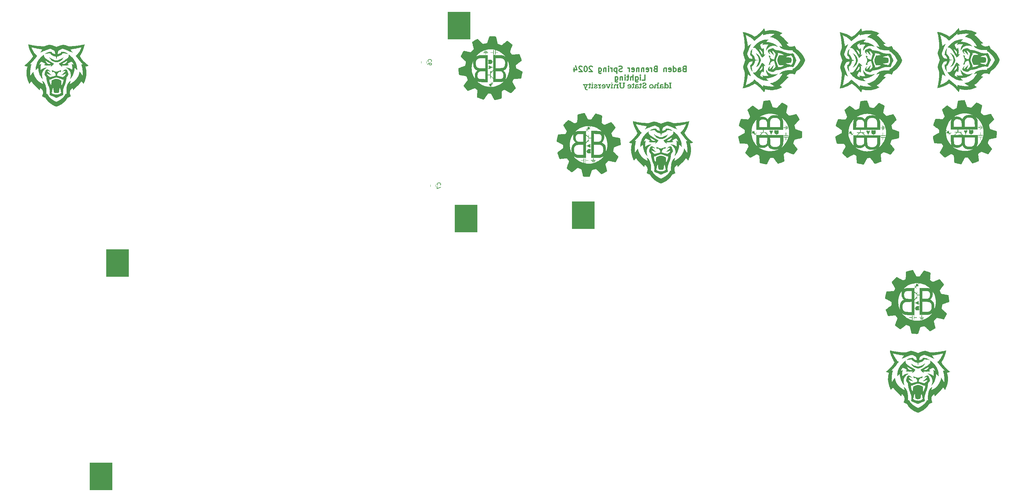
<source format=gbr>
%TF.GenerationSoftware,KiCad,Pcbnew,8.0.1*%
%TF.CreationDate,2024-04-02T21:45:17-06:00*%
%TF.ProjectId,ATV_Project_Slave Barg,4154565f-5072-46f6-9a65-63745f536c61,rev?*%
%TF.SameCoordinates,Original*%
%TF.FileFunction,Legend,Bot*%
%TF.FilePolarity,Positive*%
%FSLAX46Y46*%
G04 Gerber Fmt 4.6, Leading zero omitted, Abs format (unit mm)*
G04 Created by KiCad (PCBNEW 8.0.1) date 2024-04-02 21:45:17*
%MOMM*%
%LPD*%
G01*
G04 APERTURE LIST*
%ADD10C,0.300000*%
%ADD11C,0.150000*%
%ADD12C,0.000000*%
%ADD13C,0.120000*%
%ADD14R,6.350000X7.620000*%
G04 APERTURE END LIST*
D10*
X189947250Y-32639547D02*
X189732964Y-32710975D01*
X189732964Y-32710975D02*
X189661535Y-32782404D01*
X189661535Y-32782404D02*
X189590107Y-32925261D01*
X189590107Y-32925261D02*
X189590107Y-33139547D01*
X189590107Y-33139547D02*
X189661535Y-33282404D01*
X189661535Y-33282404D02*
X189732964Y-33353833D01*
X189732964Y-33353833D02*
X189875821Y-33425261D01*
X189875821Y-33425261D02*
X190447250Y-33425261D01*
X190447250Y-33425261D02*
X190447250Y-31925261D01*
X190447250Y-31925261D02*
X189947250Y-31925261D01*
X189947250Y-31925261D02*
X189804393Y-31996690D01*
X189804393Y-31996690D02*
X189732964Y-32068118D01*
X189732964Y-32068118D02*
X189661535Y-32210975D01*
X189661535Y-32210975D02*
X189661535Y-32353833D01*
X189661535Y-32353833D02*
X189732964Y-32496690D01*
X189732964Y-32496690D02*
X189804393Y-32568118D01*
X189804393Y-32568118D02*
X189947250Y-32639547D01*
X189947250Y-32639547D02*
X190447250Y-32639547D01*
X188304393Y-33425261D02*
X188304393Y-32639547D01*
X188304393Y-32639547D02*
X188375821Y-32496690D01*
X188375821Y-32496690D02*
X188518678Y-32425261D01*
X188518678Y-32425261D02*
X188804393Y-32425261D01*
X188804393Y-32425261D02*
X188947250Y-32496690D01*
X188304393Y-33353833D02*
X188447250Y-33425261D01*
X188447250Y-33425261D02*
X188804393Y-33425261D01*
X188804393Y-33425261D02*
X188947250Y-33353833D01*
X188947250Y-33353833D02*
X189018678Y-33210975D01*
X189018678Y-33210975D02*
X189018678Y-33068118D01*
X189018678Y-33068118D02*
X188947250Y-32925261D01*
X188947250Y-32925261D02*
X188804393Y-32853833D01*
X188804393Y-32853833D02*
X188447250Y-32853833D01*
X188447250Y-32853833D02*
X188304393Y-32782404D01*
X186947250Y-33425261D02*
X186947250Y-31925261D01*
X186947250Y-33353833D02*
X187090107Y-33425261D01*
X187090107Y-33425261D02*
X187375821Y-33425261D01*
X187375821Y-33425261D02*
X187518678Y-33353833D01*
X187518678Y-33353833D02*
X187590107Y-33282404D01*
X187590107Y-33282404D02*
X187661535Y-33139547D01*
X187661535Y-33139547D02*
X187661535Y-32710975D01*
X187661535Y-32710975D02*
X187590107Y-32568118D01*
X187590107Y-32568118D02*
X187518678Y-32496690D01*
X187518678Y-32496690D02*
X187375821Y-32425261D01*
X187375821Y-32425261D02*
X187090107Y-32425261D01*
X187090107Y-32425261D02*
X186947250Y-32496690D01*
X185661535Y-33353833D02*
X185804392Y-33425261D01*
X185804392Y-33425261D02*
X186090107Y-33425261D01*
X186090107Y-33425261D02*
X186232964Y-33353833D01*
X186232964Y-33353833D02*
X186304392Y-33210975D01*
X186304392Y-33210975D02*
X186304392Y-32639547D01*
X186304392Y-32639547D02*
X186232964Y-32496690D01*
X186232964Y-32496690D02*
X186090107Y-32425261D01*
X186090107Y-32425261D02*
X185804392Y-32425261D01*
X185804392Y-32425261D02*
X185661535Y-32496690D01*
X185661535Y-32496690D02*
X185590107Y-32639547D01*
X185590107Y-32639547D02*
X185590107Y-32782404D01*
X185590107Y-32782404D02*
X186304392Y-32925261D01*
X184947250Y-32425261D02*
X184947250Y-33425261D01*
X184947250Y-32568118D02*
X184875821Y-32496690D01*
X184875821Y-32496690D02*
X184732964Y-32425261D01*
X184732964Y-32425261D02*
X184518678Y-32425261D01*
X184518678Y-32425261D02*
X184375821Y-32496690D01*
X184375821Y-32496690D02*
X184304393Y-32639547D01*
X184304393Y-32639547D02*
X184304393Y-33425261D01*
X181947250Y-32639547D02*
X181732964Y-32710975D01*
X181732964Y-32710975D02*
X181661535Y-32782404D01*
X181661535Y-32782404D02*
X181590107Y-32925261D01*
X181590107Y-32925261D02*
X181590107Y-33139547D01*
X181590107Y-33139547D02*
X181661535Y-33282404D01*
X181661535Y-33282404D02*
X181732964Y-33353833D01*
X181732964Y-33353833D02*
X181875821Y-33425261D01*
X181875821Y-33425261D02*
X182447250Y-33425261D01*
X182447250Y-33425261D02*
X182447250Y-31925261D01*
X182447250Y-31925261D02*
X181947250Y-31925261D01*
X181947250Y-31925261D02*
X181804393Y-31996690D01*
X181804393Y-31996690D02*
X181732964Y-32068118D01*
X181732964Y-32068118D02*
X181661535Y-32210975D01*
X181661535Y-32210975D02*
X181661535Y-32353833D01*
X181661535Y-32353833D02*
X181732964Y-32496690D01*
X181732964Y-32496690D02*
X181804393Y-32568118D01*
X181804393Y-32568118D02*
X181947250Y-32639547D01*
X181947250Y-32639547D02*
X182447250Y-32639547D01*
X180947250Y-33425261D02*
X180947250Y-32425261D01*
X180947250Y-32710975D02*
X180875821Y-32568118D01*
X180875821Y-32568118D02*
X180804393Y-32496690D01*
X180804393Y-32496690D02*
X180661535Y-32425261D01*
X180661535Y-32425261D02*
X180518678Y-32425261D01*
X179447250Y-33353833D02*
X179590107Y-33425261D01*
X179590107Y-33425261D02*
X179875822Y-33425261D01*
X179875822Y-33425261D02*
X180018679Y-33353833D01*
X180018679Y-33353833D02*
X180090107Y-33210975D01*
X180090107Y-33210975D02*
X180090107Y-32639547D01*
X180090107Y-32639547D02*
X180018679Y-32496690D01*
X180018679Y-32496690D02*
X179875822Y-32425261D01*
X179875822Y-32425261D02*
X179590107Y-32425261D01*
X179590107Y-32425261D02*
X179447250Y-32496690D01*
X179447250Y-32496690D02*
X179375822Y-32639547D01*
X179375822Y-32639547D02*
X179375822Y-32782404D01*
X179375822Y-32782404D02*
X180090107Y-32925261D01*
X178732965Y-32425261D02*
X178732965Y-33425261D01*
X178732965Y-32568118D02*
X178661536Y-32496690D01*
X178661536Y-32496690D02*
X178518679Y-32425261D01*
X178518679Y-32425261D02*
X178304393Y-32425261D01*
X178304393Y-32425261D02*
X178161536Y-32496690D01*
X178161536Y-32496690D02*
X178090108Y-32639547D01*
X178090108Y-32639547D02*
X178090108Y-33425261D01*
X177375822Y-32425261D02*
X177375822Y-33425261D01*
X177375822Y-32568118D02*
X177304393Y-32496690D01*
X177304393Y-32496690D02*
X177161536Y-32425261D01*
X177161536Y-32425261D02*
X176947250Y-32425261D01*
X176947250Y-32425261D02*
X176804393Y-32496690D01*
X176804393Y-32496690D02*
X176732965Y-32639547D01*
X176732965Y-32639547D02*
X176732965Y-33425261D01*
X175447250Y-33353833D02*
X175590107Y-33425261D01*
X175590107Y-33425261D02*
X175875822Y-33425261D01*
X175875822Y-33425261D02*
X176018679Y-33353833D01*
X176018679Y-33353833D02*
X176090107Y-33210975D01*
X176090107Y-33210975D02*
X176090107Y-32639547D01*
X176090107Y-32639547D02*
X176018679Y-32496690D01*
X176018679Y-32496690D02*
X175875822Y-32425261D01*
X175875822Y-32425261D02*
X175590107Y-32425261D01*
X175590107Y-32425261D02*
X175447250Y-32496690D01*
X175447250Y-32496690D02*
X175375822Y-32639547D01*
X175375822Y-32639547D02*
X175375822Y-32782404D01*
X175375822Y-32782404D02*
X176090107Y-32925261D01*
X174732965Y-33425261D02*
X174732965Y-32425261D01*
X174732965Y-32710975D02*
X174661536Y-32568118D01*
X174661536Y-32568118D02*
X174590108Y-32496690D01*
X174590108Y-32496690D02*
X174447250Y-32425261D01*
X174447250Y-32425261D02*
X174304393Y-32425261D01*
X172732965Y-33353833D02*
X172518680Y-33425261D01*
X172518680Y-33425261D02*
X172161537Y-33425261D01*
X172161537Y-33425261D02*
X172018680Y-33353833D01*
X172018680Y-33353833D02*
X171947251Y-33282404D01*
X171947251Y-33282404D02*
X171875822Y-33139547D01*
X171875822Y-33139547D02*
X171875822Y-32996690D01*
X171875822Y-32996690D02*
X171947251Y-32853833D01*
X171947251Y-32853833D02*
X172018680Y-32782404D01*
X172018680Y-32782404D02*
X172161537Y-32710975D01*
X172161537Y-32710975D02*
X172447251Y-32639547D01*
X172447251Y-32639547D02*
X172590108Y-32568118D01*
X172590108Y-32568118D02*
X172661537Y-32496690D01*
X172661537Y-32496690D02*
X172732965Y-32353833D01*
X172732965Y-32353833D02*
X172732965Y-32210975D01*
X172732965Y-32210975D02*
X172661537Y-32068118D01*
X172661537Y-32068118D02*
X172590108Y-31996690D01*
X172590108Y-31996690D02*
X172447251Y-31925261D01*
X172447251Y-31925261D02*
X172090108Y-31925261D01*
X172090108Y-31925261D02*
X171875822Y-31996690D01*
X171232966Y-32425261D02*
X171232966Y-33925261D01*
X171232966Y-32496690D02*
X171090109Y-32425261D01*
X171090109Y-32425261D02*
X170804394Y-32425261D01*
X170804394Y-32425261D02*
X170661537Y-32496690D01*
X170661537Y-32496690D02*
X170590109Y-32568118D01*
X170590109Y-32568118D02*
X170518680Y-32710975D01*
X170518680Y-32710975D02*
X170518680Y-33139547D01*
X170518680Y-33139547D02*
X170590109Y-33282404D01*
X170590109Y-33282404D02*
X170661537Y-33353833D01*
X170661537Y-33353833D02*
X170804394Y-33425261D01*
X170804394Y-33425261D02*
X171090109Y-33425261D01*
X171090109Y-33425261D02*
X171232966Y-33353833D01*
X169875823Y-33425261D02*
X169875823Y-32425261D01*
X169875823Y-32710975D02*
X169804394Y-32568118D01*
X169804394Y-32568118D02*
X169732966Y-32496690D01*
X169732966Y-32496690D02*
X169590108Y-32425261D01*
X169590108Y-32425261D02*
X169447251Y-32425261D01*
X168947252Y-33425261D02*
X168947252Y-32425261D01*
X168947252Y-31925261D02*
X169018680Y-31996690D01*
X169018680Y-31996690D02*
X168947252Y-32068118D01*
X168947252Y-32068118D02*
X168875823Y-31996690D01*
X168875823Y-31996690D02*
X168947252Y-31925261D01*
X168947252Y-31925261D02*
X168947252Y-32068118D01*
X168232966Y-32425261D02*
X168232966Y-33425261D01*
X168232966Y-32568118D02*
X168161537Y-32496690D01*
X168161537Y-32496690D02*
X168018680Y-32425261D01*
X168018680Y-32425261D02*
X167804394Y-32425261D01*
X167804394Y-32425261D02*
X167661537Y-32496690D01*
X167661537Y-32496690D02*
X167590109Y-32639547D01*
X167590109Y-32639547D02*
X167590109Y-33425261D01*
X166232966Y-32425261D02*
X166232966Y-33639547D01*
X166232966Y-33639547D02*
X166304394Y-33782404D01*
X166304394Y-33782404D02*
X166375823Y-33853833D01*
X166375823Y-33853833D02*
X166518680Y-33925261D01*
X166518680Y-33925261D02*
X166732966Y-33925261D01*
X166732966Y-33925261D02*
X166875823Y-33853833D01*
X166232966Y-33353833D02*
X166375823Y-33425261D01*
X166375823Y-33425261D02*
X166661537Y-33425261D01*
X166661537Y-33425261D02*
X166804394Y-33353833D01*
X166804394Y-33353833D02*
X166875823Y-33282404D01*
X166875823Y-33282404D02*
X166947251Y-33139547D01*
X166947251Y-33139547D02*
X166947251Y-32710975D01*
X166947251Y-32710975D02*
X166875823Y-32568118D01*
X166875823Y-32568118D02*
X166804394Y-32496690D01*
X166804394Y-32496690D02*
X166661537Y-32425261D01*
X166661537Y-32425261D02*
X166375823Y-32425261D01*
X166375823Y-32425261D02*
X166232966Y-32496690D01*
X164447251Y-32068118D02*
X164375823Y-31996690D01*
X164375823Y-31996690D02*
X164232966Y-31925261D01*
X164232966Y-31925261D02*
X163875823Y-31925261D01*
X163875823Y-31925261D02*
X163732966Y-31996690D01*
X163732966Y-31996690D02*
X163661537Y-32068118D01*
X163661537Y-32068118D02*
X163590108Y-32210975D01*
X163590108Y-32210975D02*
X163590108Y-32353833D01*
X163590108Y-32353833D02*
X163661537Y-32568118D01*
X163661537Y-32568118D02*
X164518680Y-33425261D01*
X164518680Y-33425261D02*
X163590108Y-33425261D01*
X162661537Y-31925261D02*
X162518680Y-31925261D01*
X162518680Y-31925261D02*
X162375823Y-31996690D01*
X162375823Y-31996690D02*
X162304395Y-32068118D01*
X162304395Y-32068118D02*
X162232966Y-32210975D01*
X162232966Y-32210975D02*
X162161537Y-32496690D01*
X162161537Y-32496690D02*
X162161537Y-32853833D01*
X162161537Y-32853833D02*
X162232966Y-33139547D01*
X162232966Y-33139547D02*
X162304395Y-33282404D01*
X162304395Y-33282404D02*
X162375823Y-33353833D01*
X162375823Y-33353833D02*
X162518680Y-33425261D01*
X162518680Y-33425261D02*
X162661537Y-33425261D01*
X162661537Y-33425261D02*
X162804395Y-33353833D01*
X162804395Y-33353833D02*
X162875823Y-33282404D01*
X162875823Y-33282404D02*
X162947252Y-33139547D01*
X162947252Y-33139547D02*
X163018680Y-32853833D01*
X163018680Y-32853833D02*
X163018680Y-32496690D01*
X163018680Y-32496690D02*
X162947252Y-32210975D01*
X162947252Y-32210975D02*
X162875823Y-32068118D01*
X162875823Y-32068118D02*
X162804395Y-31996690D01*
X162804395Y-31996690D02*
X162661537Y-31925261D01*
X161590109Y-32068118D02*
X161518681Y-31996690D01*
X161518681Y-31996690D02*
X161375824Y-31925261D01*
X161375824Y-31925261D02*
X161018681Y-31925261D01*
X161018681Y-31925261D02*
X160875824Y-31996690D01*
X160875824Y-31996690D02*
X160804395Y-32068118D01*
X160804395Y-32068118D02*
X160732966Y-32210975D01*
X160732966Y-32210975D02*
X160732966Y-32353833D01*
X160732966Y-32353833D02*
X160804395Y-32568118D01*
X160804395Y-32568118D02*
X161661538Y-33425261D01*
X161661538Y-33425261D02*
X160732966Y-33425261D01*
X159447253Y-32425261D02*
X159447253Y-33425261D01*
X159804395Y-31853833D02*
X160161538Y-32925261D01*
X160161538Y-32925261D02*
X159232967Y-32925261D01*
X178304395Y-35840177D02*
X179018681Y-35840177D01*
X179018681Y-35840177D02*
X179018681Y-34340177D01*
X177804395Y-35840177D02*
X177804395Y-34840177D01*
X177804395Y-34340177D02*
X177875823Y-34411606D01*
X177875823Y-34411606D02*
X177804395Y-34483034D01*
X177804395Y-34483034D02*
X177732966Y-34411606D01*
X177732966Y-34411606D02*
X177804395Y-34340177D01*
X177804395Y-34340177D02*
X177804395Y-34483034D01*
X176447252Y-34840177D02*
X176447252Y-36054463D01*
X176447252Y-36054463D02*
X176518680Y-36197320D01*
X176518680Y-36197320D02*
X176590109Y-36268749D01*
X176590109Y-36268749D02*
X176732966Y-36340177D01*
X176732966Y-36340177D02*
X176947252Y-36340177D01*
X176947252Y-36340177D02*
X177090109Y-36268749D01*
X176447252Y-35768749D02*
X176590109Y-35840177D01*
X176590109Y-35840177D02*
X176875823Y-35840177D01*
X176875823Y-35840177D02*
X177018680Y-35768749D01*
X177018680Y-35768749D02*
X177090109Y-35697320D01*
X177090109Y-35697320D02*
X177161537Y-35554463D01*
X177161537Y-35554463D02*
X177161537Y-35125891D01*
X177161537Y-35125891D02*
X177090109Y-34983034D01*
X177090109Y-34983034D02*
X177018680Y-34911606D01*
X177018680Y-34911606D02*
X176875823Y-34840177D01*
X176875823Y-34840177D02*
X176590109Y-34840177D01*
X176590109Y-34840177D02*
X176447252Y-34911606D01*
X175732966Y-35840177D02*
X175732966Y-34340177D01*
X175090109Y-35840177D02*
X175090109Y-35054463D01*
X175090109Y-35054463D02*
X175161537Y-34911606D01*
X175161537Y-34911606D02*
X175304394Y-34840177D01*
X175304394Y-34840177D02*
X175518680Y-34840177D01*
X175518680Y-34840177D02*
X175661537Y-34911606D01*
X175661537Y-34911606D02*
X175732966Y-34983034D01*
X174590108Y-34840177D02*
X174018680Y-34840177D01*
X174375823Y-34340177D02*
X174375823Y-35625891D01*
X174375823Y-35625891D02*
X174304394Y-35768749D01*
X174304394Y-35768749D02*
X174161537Y-35840177D01*
X174161537Y-35840177D02*
X174018680Y-35840177D01*
X173518680Y-35840177D02*
X173518680Y-34840177D01*
X173518680Y-34340177D02*
X173590108Y-34411606D01*
X173590108Y-34411606D02*
X173518680Y-34483034D01*
X173518680Y-34483034D02*
X173447251Y-34411606D01*
X173447251Y-34411606D02*
X173518680Y-34340177D01*
X173518680Y-34340177D02*
X173518680Y-34483034D01*
X172804394Y-34840177D02*
X172804394Y-35840177D01*
X172804394Y-34983034D02*
X172732965Y-34911606D01*
X172732965Y-34911606D02*
X172590108Y-34840177D01*
X172590108Y-34840177D02*
X172375822Y-34840177D01*
X172375822Y-34840177D02*
X172232965Y-34911606D01*
X172232965Y-34911606D02*
X172161537Y-35054463D01*
X172161537Y-35054463D02*
X172161537Y-35840177D01*
X170804394Y-34840177D02*
X170804394Y-36054463D01*
X170804394Y-36054463D02*
X170875822Y-36197320D01*
X170875822Y-36197320D02*
X170947251Y-36268749D01*
X170947251Y-36268749D02*
X171090108Y-36340177D01*
X171090108Y-36340177D02*
X171304394Y-36340177D01*
X171304394Y-36340177D02*
X171447251Y-36268749D01*
X170804394Y-35768749D02*
X170947251Y-35840177D01*
X170947251Y-35840177D02*
X171232965Y-35840177D01*
X171232965Y-35840177D02*
X171375822Y-35768749D01*
X171375822Y-35768749D02*
X171447251Y-35697320D01*
X171447251Y-35697320D02*
X171518679Y-35554463D01*
X171518679Y-35554463D02*
X171518679Y-35125891D01*
X171518679Y-35125891D02*
X171447251Y-34983034D01*
X171447251Y-34983034D02*
X171375822Y-34911606D01*
X171375822Y-34911606D02*
X171232965Y-34840177D01*
X171232965Y-34840177D02*
X170947251Y-34840177D01*
X170947251Y-34840177D02*
X170804394Y-34911606D01*
D11*
X119766580Y-30640333D02*
X119814200Y-30592714D01*
X119814200Y-30592714D02*
X119861819Y-30449857D01*
X119861819Y-30449857D02*
X119861819Y-30354619D01*
X119861819Y-30354619D02*
X119814200Y-30211762D01*
X119814200Y-30211762D02*
X119718961Y-30116524D01*
X119718961Y-30116524D02*
X119623723Y-30068905D01*
X119623723Y-30068905D02*
X119433247Y-30021286D01*
X119433247Y-30021286D02*
X119290390Y-30021286D01*
X119290390Y-30021286D02*
X119099914Y-30068905D01*
X119099914Y-30068905D02*
X119004676Y-30116524D01*
X119004676Y-30116524D02*
X118909438Y-30211762D01*
X118909438Y-30211762D02*
X118861819Y-30354619D01*
X118861819Y-30354619D02*
X118861819Y-30449857D01*
X118861819Y-30449857D02*
X118909438Y-30592714D01*
X118909438Y-30592714D02*
X118957057Y-30640333D01*
X118861819Y-31497476D02*
X118861819Y-31307000D01*
X118861819Y-31307000D02*
X118909438Y-31211762D01*
X118909438Y-31211762D02*
X118957057Y-31164143D01*
X118957057Y-31164143D02*
X119099914Y-31068905D01*
X119099914Y-31068905D02*
X119290390Y-31021286D01*
X119290390Y-31021286D02*
X119671342Y-31021286D01*
X119671342Y-31021286D02*
X119766580Y-31068905D01*
X119766580Y-31068905D02*
X119814200Y-31116524D01*
X119814200Y-31116524D02*
X119861819Y-31211762D01*
X119861819Y-31211762D02*
X119861819Y-31402238D01*
X119861819Y-31402238D02*
X119814200Y-31497476D01*
X119814200Y-31497476D02*
X119766580Y-31545095D01*
X119766580Y-31545095D02*
X119671342Y-31592714D01*
X119671342Y-31592714D02*
X119433247Y-31592714D01*
X119433247Y-31592714D02*
X119338009Y-31545095D01*
X119338009Y-31545095D02*
X119290390Y-31497476D01*
X119290390Y-31497476D02*
X119242771Y-31402238D01*
X119242771Y-31402238D02*
X119242771Y-31211762D01*
X119242771Y-31211762D02*
X119290390Y-31116524D01*
X119290390Y-31116524D02*
X119338009Y-31068905D01*
X119338009Y-31068905D02*
X119433247Y-31021286D01*
X122306580Y-64930333D02*
X122354200Y-64882714D01*
X122354200Y-64882714D02*
X122401819Y-64739857D01*
X122401819Y-64739857D02*
X122401819Y-64644619D01*
X122401819Y-64644619D02*
X122354200Y-64501762D01*
X122354200Y-64501762D02*
X122258961Y-64406524D01*
X122258961Y-64406524D02*
X122163723Y-64358905D01*
X122163723Y-64358905D02*
X121973247Y-64311286D01*
X121973247Y-64311286D02*
X121830390Y-64311286D01*
X121830390Y-64311286D02*
X121639914Y-64358905D01*
X121639914Y-64358905D02*
X121544676Y-64406524D01*
X121544676Y-64406524D02*
X121449438Y-64501762D01*
X121449438Y-64501762D02*
X121401819Y-64644619D01*
X121401819Y-64644619D02*
X121401819Y-64739857D01*
X121401819Y-64739857D02*
X121449438Y-64882714D01*
X121449438Y-64882714D02*
X121497057Y-64930333D01*
X121401819Y-65263667D02*
X121401819Y-65930333D01*
X121401819Y-65930333D02*
X122401819Y-65501762D01*
D12*
%TO.C,G\u002A\u002A\u002A*%
G36*
X263762807Y-28247530D02*
G01*
X263796933Y-28257354D01*
X263843116Y-28275270D01*
X263898001Y-28299719D01*
X263958237Y-28329145D01*
X264020468Y-28361988D01*
X264081343Y-28396691D01*
X264137507Y-28431696D01*
X264263574Y-28521274D01*
X264427830Y-28661342D01*
X264576947Y-28817907D01*
X264710885Y-28990905D01*
X264829603Y-29180272D01*
X264933065Y-29385943D01*
X265021229Y-29607853D01*
X265094057Y-29845938D01*
X265151510Y-30100134D01*
X265156681Y-30137670D01*
X265157729Y-30182061D01*
X265153579Y-30234287D01*
X265143852Y-30298910D01*
X265128167Y-30380487D01*
X265104151Y-30487714D01*
X265038294Y-30717408D01*
X264955579Y-30935036D01*
X264856581Y-31139696D01*
X264741877Y-31330481D01*
X264612041Y-31506487D01*
X264467650Y-31666809D01*
X264309280Y-31810543D01*
X264137507Y-31936784D01*
X264129213Y-31942188D01*
X264072095Y-31977248D01*
X264010789Y-32011764D01*
X263948648Y-32044178D01*
X263889024Y-32072931D01*
X263835273Y-32096467D01*
X263790746Y-32113226D01*
X263758798Y-32121651D01*
X263742781Y-32120183D01*
X263742458Y-32118853D01*
X263749911Y-32104850D01*
X263768833Y-32080112D01*
X263795984Y-32048977D01*
X263802459Y-32041794D01*
X263834082Y-32004655D01*
X263873341Y-31956249D01*
X263915861Y-31902042D01*
X263957266Y-31847500D01*
X263981511Y-31814458D01*
X264089675Y-31654993D01*
X264192818Y-31483659D01*
X264289218Y-31304229D01*
X264377153Y-31120476D01*
X264454901Y-30936172D01*
X264520740Y-30755092D01*
X264572948Y-30581008D01*
X264609803Y-30417693D01*
X264614106Y-30391853D01*
X264625175Y-30284536D01*
X264628148Y-30168715D01*
X264623024Y-30054196D01*
X264609803Y-29950787D01*
X264582609Y-29825484D01*
X264533644Y-29654108D01*
X264470725Y-29475035D01*
X264395716Y-29291999D01*
X264310476Y-29108730D01*
X264216868Y-28928960D01*
X264116753Y-28756421D01*
X264011993Y-28594844D01*
X263904450Y-28447961D01*
X263795984Y-28319503D01*
X263788470Y-28311208D01*
X263763106Y-28281291D01*
X263746796Y-28258874D01*
X263742781Y-28248297D01*
X263744091Y-28247355D01*
X263762807Y-28247530D01*
G37*
G36*
X267254979Y-24443671D02*
G01*
X267300050Y-24445000D01*
X267328664Y-24447400D01*
X267337851Y-24450949D01*
X267328921Y-24460966D01*
X267305456Y-24481840D01*
X267271268Y-24510086D01*
X267230086Y-24542534D01*
X267191829Y-24572702D01*
X267094356Y-24655509D01*
X267001392Y-24742679D01*
X266915895Y-24831057D01*
X266840826Y-24917485D01*
X266779143Y-24998808D01*
X266733805Y-25071869D01*
X266698620Y-25137882D01*
X266735724Y-25138056D01*
X266759938Y-25138584D01*
X266814130Y-25141115D01*
X266882098Y-25145356D01*
X266958563Y-25150894D01*
X267038246Y-25157317D01*
X267115868Y-25164213D01*
X267186153Y-25171169D01*
X267243821Y-25177772D01*
X267334089Y-25189956D01*
X267648629Y-25244306D01*
X267953419Y-25315672D01*
X268247339Y-25403610D01*
X268529269Y-25507678D01*
X268798089Y-25627431D01*
X269052677Y-25762427D01*
X269291915Y-25912222D01*
X269514682Y-26076373D01*
X269540274Y-26097512D01*
X269588790Y-26139658D01*
X269644735Y-26190074D01*
X269703056Y-26244182D01*
X269758697Y-26297403D01*
X269805300Y-26343267D01*
X269845450Y-26383684D01*
X269876687Y-26416103D01*
X269896589Y-26438012D01*
X269902737Y-26446898D01*
X269902615Y-26446983D01*
X269890087Y-26444504D01*
X269861164Y-26435088D01*
X269820016Y-26420177D01*
X269770811Y-26401216D01*
X269743504Y-26390566D01*
X269515972Y-26313176D01*
X269286663Y-26254922D01*
X269057351Y-26215893D01*
X268829805Y-26196175D01*
X268605800Y-26195857D01*
X268387105Y-26215027D01*
X268175494Y-26253772D01*
X267972739Y-26312179D01*
X267803801Y-26378735D01*
X267630083Y-26466957D01*
X267465356Y-26572887D01*
X267307232Y-26698072D01*
X267153327Y-26844062D01*
X267105156Y-26894630D01*
X266996364Y-27018398D01*
X266898262Y-27145673D01*
X266806238Y-27282687D01*
X266715682Y-27435674D01*
X266650325Y-27552317D01*
X266640167Y-27514172D01*
X266638552Y-27505290D01*
X266635981Y-27472125D01*
X266634719Y-27423889D01*
X266634853Y-27365582D01*
X266636470Y-27302209D01*
X266651735Y-27121924D01*
X266689499Y-26916847D01*
X266748333Y-26713095D01*
X266827555Y-26512366D01*
X266926485Y-26316359D01*
X267044442Y-26126771D01*
X267180744Y-25945300D01*
X267207362Y-25911850D01*
X267232282Y-25877976D01*
X267247837Y-25853593D01*
X267251426Y-25842483D01*
X267249981Y-25841295D01*
X267227816Y-25833533D01*
X267186390Y-25826623D01*
X267128458Y-25820607D01*
X267056774Y-25815528D01*
X266974094Y-25811430D01*
X266883172Y-25808356D01*
X266786763Y-25806349D01*
X266687623Y-25805452D01*
X266588506Y-25805709D01*
X266492167Y-25807164D01*
X266401362Y-25809858D01*
X266318844Y-25813836D01*
X266247369Y-25819140D01*
X266189693Y-25825815D01*
X266069345Y-25845276D01*
X265946149Y-25869834D01*
X265835397Y-25897694D01*
X265731742Y-25930075D01*
X265695849Y-25942297D01*
X265649640Y-25957658D01*
X265613180Y-25969340D01*
X265592183Y-25975485D01*
X265566594Y-25981693D01*
X265590476Y-25915836D01*
X265592839Y-25909405D01*
X265620355Y-25842015D01*
X265655224Y-25766481D01*
X265694406Y-25688636D01*
X265734862Y-25614309D01*
X265773553Y-25549333D01*
X265807441Y-25499538D01*
X265821789Y-25480288D01*
X265844374Y-25448431D01*
X265858345Y-25426464D01*
X265861123Y-25418290D01*
X265855745Y-25419563D01*
X265832697Y-25427076D01*
X265796561Y-25439824D01*
X265752342Y-25456071D01*
X265631392Y-25503420D01*
X265501067Y-25559656D01*
X265381964Y-25616771D01*
X265276217Y-25673609D01*
X265185958Y-25729014D01*
X265113320Y-25781831D01*
X265060436Y-25830905D01*
X265051571Y-25841492D01*
X265022991Y-25894099D01*
X265009626Y-25959023D01*
X265011579Y-26036856D01*
X265028954Y-26128194D01*
X265061854Y-26233632D01*
X265110382Y-26353764D01*
X265174641Y-26489185D01*
X265220150Y-26576742D01*
X265274857Y-26675366D01*
X265329638Y-26767613D01*
X265383113Y-26851497D01*
X265433903Y-26925034D01*
X265480625Y-26986236D01*
X265521901Y-27033119D01*
X265556350Y-27063698D01*
X265582592Y-27075987D01*
X265603324Y-27072956D01*
X265639561Y-27050797D01*
X265683691Y-27007696D01*
X265735691Y-26943677D01*
X265795541Y-26858762D01*
X265823167Y-26817638D01*
X265845481Y-26785837D01*
X265860235Y-26768235D01*
X265870039Y-26762447D01*
X265877502Y-26766088D01*
X265885234Y-26776771D01*
X265887270Y-26780072D01*
X265902742Y-26812630D01*
X265921415Y-26861717D01*
X265941811Y-26922705D01*
X265962447Y-26990964D01*
X265981842Y-27061866D01*
X265998515Y-27130783D01*
X266004285Y-27156833D01*
X266022168Y-27241602D01*
X266036303Y-27317681D01*
X266047114Y-27389512D01*
X266055023Y-27461540D01*
X266060455Y-27538208D01*
X266063832Y-27623959D01*
X266065578Y-27723238D01*
X266066116Y-27840487D01*
X266066065Y-27897333D01*
X266065240Y-28002808D01*
X266063094Y-28092347D01*
X266059206Y-28170348D01*
X266053153Y-28241206D01*
X266044512Y-28309319D01*
X266032862Y-28379083D01*
X266017781Y-28454897D01*
X265998846Y-28541156D01*
X265989560Y-28584251D01*
X265981503Y-28626539D01*
X265977075Y-28656307D01*
X265977069Y-28668909D01*
X265987968Y-28670721D01*
X266016239Y-28667393D01*
X266055984Y-28659216D01*
X266101850Y-28647461D01*
X266148485Y-28633397D01*
X266190534Y-28618292D01*
X266235846Y-28597505D01*
X266288225Y-28569544D01*
X266336080Y-28540570D01*
X266347293Y-28533303D01*
X266381246Y-28512594D01*
X266406189Y-28499351D01*
X266417367Y-28496168D01*
X266418469Y-28500583D01*
X266413249Y-28522276D01*
X266399233Y-28557491D01*
X266378206Y-28602302D01*
X266351957Y-28652782D01*
X266322274Y-28705004D01*
X266318035Y-28712094D01*
X266209078Y-28874128D01*
X266083499Y-29026600D01*
X265944386Y-29166397D01*
X265794825Y-29290404D01*
X265637901Y-29395509D01*
X265622680Y-29404447D01*
X265579111Y-29429175D01*
X265540961Y-29449688D01*
X265515094Y-29462254D01*
X265479700Y-29477171D01*
X265404155Y-29340088D01*
X265366099Y-29271282D01*
X265253608Y-29070613D01*
X265138396Y-28868888D01*
X265021882Y-28668452D01*
X264905487Y-28471650D01*
X264790630Y-28280827D01*
X264678730Y-28098327D01*
X264571208Y-27926495D01*
X264469484Y-27767676D01*
X264374976Y-27624215D01*
X264289105Y-27498456D01*
X264203711Y-27378929D01*
X264111599Y-27257738D01*
X264025343Y-27153896D01*
X264020140Y-27148317D01*
X264708191Y-27148317D01*
X264709197Y-27156126D01*
X264719956Y-27181876D01*
X264740413Y-27223528D01*
X264769487Y-27279219D01*
X264806097Y-27347086D01*
X264849160Y-27425268D01*
X264897594Y-27511902D01*
X264950317Y-27605126D01*
X265006248Y-27703077D01*
X265064305Y-27803894D01*
X265123405Y-27905714D01*
X265182468Y-28006676D01*
X265240410Y-28104916D01*
X265296150Y-28198572D01*
X265348607Y-28285783D01*
X265396698Y-28364686D01*
X265439341Y-28433419D01*
X265475454Y-28490120D01*
X265503957Y-28532926D01*
X265523765Y-28559975D01*
X265533799Y-28569406D01*
X265537444Y-28567479D01*
X265548926Y-28548921D01*
X265563373Y-28513572D01*
X265579426Y-28465007D01*
X265595720Y-28406801D01*
X265602419Y-28375110D01*
X265610791Y-28313715D01*
X265616361Y-28244179D01*
X265618759Y-28174041D01*
X265617617Y-28110840D01*
X265612567Y-28062116D01*
X265592789Y-27977563D01*
X265555916Y-27875637D01*
X265504723Y-27777924D01*
X265438110Y-27683220D01*
X265354974Y-27590322D01*
X265254214Y-27498027D01*
X265134729Y-27405131D01*
X264995418Y-27310431D01*
X264835179Y-27212722D01*
X264830423Y-27209960D01*
X264784579Y-27184119D01*
X264746343Y-27163921D01*
X264719588Y-27151332D01*
X264708191Y-27148317D01*
X264020140Y-27148317D01*
X263943131Y-27065743D01*
X263863150Y-26991618D01*
X263783587Y-26929860D01*
X263702629Y-26878807D01*
X263618465Y-26836798D01*
X263529281Y-26802173D01*
X263407295Y-26767963D01*
X263275714Y-26749255D01*
X263142314Y-26750190D01*
X263002077Y-26770464D01*
X263000903Y-26770701D01*
X262975318Y-26772760D01*
X262965631Y-26766712D01*
X262966189Y-26764293D01*
X262976129Y-26745496D01*
X262996792Y-26712929D01*
X263025948Y-26669747D01*
X263061368Y-26619108D01*
X263100823Y-26564165D01*
X263142083Y-26508076D01*
X263182919Y-26453995D01*
X263221102Y-26405079D01*
X263283945Y-26328246D01*
X263393223Y-26201820D01*
X263511663Y-26072250D01*
X263635000Y-25943935D01*
X263758968Y-25821272D01*
X263879303Y-25708657D01*
X263991740Y-25610489D01*
X264212684Y-25434408D01*
X264485220Y-25240275D01*
X264708191Y-25101623D01*
X264762666Y-25067748D01*
X265045645Y-24916551D01*
X265334782Y-24786406D01*
X265630698Y-24677038D01*
X265934019Y-24588171D01*
X266245367Y-24519529D01*
X266565366Y-24470836D01*
X266598567Y-24467333D01*
X266658170Y-24462455D01*
X266728032Y-24457961D01*
X266805185Y-24453927D01*
X266886661Y-24450430D01*
X266969491Y-24447546D01*
X267050707Y-24445352D01*
X267127339Y-24443924D01*
X267196419Y-24443338D01*
X267254979Y-24443671D01*
G37*
G36*
X265514848Y-30906123D02*
G01*
X265522073Y-30909381D01*
X265533509Y-30915205D01*
X265553112Y-30925187D01*
X265594016Y-30947631D01*
X265637901Y-30972971D01*
X265644716Y-30977034D01*
X265801388Y-31083010D01*
X265950566Y-31207756D01*
X266089164Y-31348158D01*
X266214095Y-31501102D01*
X266322274Y-31663476D01*
X266335146Y-31685535D01*
X266364176Y-31738554D01*
X266388591Y-31787610D01*
X266406665Y-31828882D01*
X266416672Y-31858550D01*
X266416884Y-31872795D01*
X266416668Y-31872959D01*
X266404408Y-31869285D01*
X266379509Y-31855333D01*
X266347094Y-31833953D01*
X266307016Y-31808653D01*
X266253728Y-31779615D01*
X266202810Y-31755826D01*
X266161907Y-31740346D01*
X266113335Y-31724701D01*
X266065461Y-31711529D01*
X266023389Y-31702102D01*
X265992224Y-31697692D01*
X265977069Y-31699571D01*
X265976799Y-31709365D01*
X265980675Y-31737086D01*
X265988289Y-31777955D01*
X265998846Y-31827324D01*
X266010883Y-31881426D01*
X266027267Y-31959908D01*
X266040114Y-32030639D01*
X266049831Y-32097929D01*
X266056826Y-32166087D01*
X266061510Y-32239423D01*
X266064288Y-32322247D01*
X266065571Y-32418869D01*
X266065766Y-32533600D01*
X266065504Y-32617407D01*
X266064774Y-32703598D01*
X266063416Y-32774080D01*
X266061237Y-32832567D01*
X266058043Y-32882771D01*
X266053643Y-32928405D01*
X266047842Y-32973182D01*
X266040448Y-33020814D01*
X266039270Y-33027933D01*
X266022605Y-33119287D01*
X266003163Y-33211613D01*
X265981861Y-33301610D01*
X265959614Y-33385977D01*
X265937337Y-33461413D01*
X265915946Y-33524620D01*
X265896356Y-33572294D01*
X265879482Y-33601138D01*
X265876438Y-33603722D01*
X265866816Y-33602351D01*
X265852174Y-33588502D01*
X265830402Y-33559887D01*
X265799391Y-33514216D01*
X265781319Y-33487671D01*
X265743588Y-33435805D01*
X265705681Y-33387469D01*
X265673574Y-33350442D01*
X265669726Y-33346392D01*
X265634856Y-33312815D01*
X265606027Y-33294489D01*
X265579564Y-33292108D01*
X265551793Y-33306372D01*
X265519040Y-33337976D01*
X265477632Y-33387619D01*
X265447308Y-33426810D01*
X265356860Y-33557185D01*
X265265736Y-33708396D01*
X265174641Y-33879295D01*
X265167976Y-33892597D01*
X265104642Y-34028025D01*
X265057298Y-34148238D01*
X265025876Y-34253628D01*
X265010304Y-34344591D01*
X265010512Y-34421523D01*
X265026431Y-34484816D01*
X265057989Y-34534867D01*
X265101183Y-34576108D01*
X265171662Y-34629339D01*
X265260184Y-34685233D01*
X265364631Y-34742639D01*
X265482885Y-34800404D01*
X265612828Y-34857378D01*
X265752342Y-34912409D01*
X265778424Y-34922062D01*
X265818615Y-34936513D01*
X265847849Y-34946469D01*
X265861123Y-34950190D01*
X265861229Y-34947885D01*
X265852286Y-34932025D01*
X265833497Y-34904408D01*
X265807441Y-34868942D01*
X265804164Y-34864553D01*
X265769623Y-34812871D01*
X265730600Y-34746626D01*
X265690135Y-34671650D01*
X265651267Y-34593773D01*
X265617034Y-34518828D01*
X265590476Y-34452644D01*
X265566594Y-34386787D01*
X265592183Y-34392995D01*
X265605394Y-34396750D01*
X265638041Y-34407048D01*
X265682062Y-34421553D01*
X265731742Y-34438405D01*
X265820841Y-34466628D01*
X265930300Y-34495038D01*
X266051468Y-34519978D01*
X266189693Y-34542665D01*
X266197060Y-34543715D01*
X266256899Y-34550189D01*
X266330137Y-34555299D01*
X266414021Y-34559089D01*
X266505796Y-34561602D01*
X266602706Y-34562881D01*
X266701996Y-34562969D01*
X266800912Y-34561909D01*
X266896699Y-34559746D01*
X266986602Y-34556521D01*
X267067865Y-34552279D01*
X267137734Y-34547062D01*
X267193454Y-34540914D01*
X267232270Y-34533878D01*
X267251426Y-34525997D01*
X267249198Y-34517485D01*
X267235267Y-34494846D01*
X267211582Y-34462150D01*
X267180744Y-34423180D01*
X267094689Y-34311663D01*
X266972812Y-34127609D01*
X266863964Y-33929529D01*
X266809855Y-33814162D01*
X266738014Y-33629263D01*
X266685829Y-33445483D01*
X266652311Y-33259071D01*
X266636470Y-33066271D01*
X266635529Y-33036519D01*
X266634612Y-32974878D01*
X266635137Y-32920627D01*
X266637018Y-32878770D01*
X266640167Y-32854308D01*
X266650325Y-32816163D01*
X266715682Y-32932806D01*
X266741961Y-32978944D01*
X266846469Y-33147234D01*
X266956843Y-33300178D01*
X267077394Y-33443417D01*
X267212433Y-33582587D01*
X267261641Y-33628869D01*
X267428602Y-33767445D01*
X267603955Y-33885420D01*
X267788172Y-33982990D01*
X267981728Y-34060355D01*
X268185096Y-34117714D01*
X268398752Y-34155264D01*
X268623168Y-34173204D01*
X268734770Y-34174413D01*
X268944522Y-34163214D01*
X269159189Y-34135604D01*
X269373278Y-34092574D01*
X269581294Y-34035121D01*
X269777745Y-33964238D01*
X269814396Y-33949510D01*
X269855945Y-33933551D01*
X269886453Y-33922712D01*
X269901100Y-33918770D01*
X269901410Y-33921912D01*
X269889627Y-33937607D01*
X269865154Y-33964407D01*
X269830425Y-33999981D01*
X269787873Y-34041995D01*
X269739934Y-34088118D01*
X269689040Y-34136015D01*
X269637628Y-34183355D01*
X269588129Y-34227806D01*
X269542980Y-34267033D01*
X269504614Y-34298706D01*
X269412036Y-34369754D01*
X269178105Y-34529787D01*
X268928849Y-34674383D01*
X268665248Y-34803201D01*
X268388283Y-34915898D01*
X268098934Y-35012135D01*
X267798182Y-35091571D01*
X267487007Y-35153866D01*
X267166390Y-35198677D01*
X266837311Y-35225665D01*
X266699941Y-35233076D01*
X266734465Y-35297850D01*
X266751587Y-35327718D01*
X266803720Y-35403777D01*
X266870851Y-35486838D01*
X266950018Y-35573744D01*
X267038255Y-35661336D01*
X267132599Y-35746456D01*
X267230086Y-35825946D01*
X267268557Y-35856213D01*
X267303359Y-35884858D01*
X267327700Y-35906354D01*
X267337851Y-35917532D01*
X267334053Y-35919984D01*
X267311626Y-35922728D01*
X267271768Y-35924398D01*
X267217463Y-35925066D01*
X267151695Y-35924809D01*
X267077448Y-35923700D01*
X266997707Y-35921814D01*
X266915454Y-35919226D01*
X266833675Y-35916010D01*
X266755353Y-35912241D01*
X266683473Y-35907993D01*
X266621018Y-35903342D01*
X266570973Y-35898361D01*
X266294700Y-35857723D01*
X265982230Y-35792248D01*
X265678235Y-35706844D01*
X265381990Y-35601189D01*
X265092774Y-35474966D01*
X264809864Y-35327854D01*
X264532537Y-35159534D01*
X264260070Y-34969686D01*
X263991740Y-34757991D01*
X263950413Y-34722535D01*
X263878472Y-34657846D01*
X263798303Y-34582962D01*
X263713923Y-34501817D01*
X263629353Y-34418345D01*
X263548612Y-34336478D01*
X263475718Y-34260148D01*
X263414691Y-34193291D01*
X263367801Y-34139325D01*
X263309803Y-34070372D01*
X263251433Y-33998870D01*
X263194334Y-33927011D01*
X263140151Y-33856987D01*
X263090528Y-33790990D01*
X263047107Y-33731211D01*
X263011533Y-33679843D01*
X262985449Y-33639076D01*
X262970499Y-33611103D01*
X262968327Y-33598115D01*
X262978142Y-33596601D01*
X263004562Y-33599023D01*
X263040437Y-33605511D01*
X263059074Y-33608995D01*
X263124852Y-33616008D01*
X263201718Y-33618505D01*
X263281603Y-33616602D01*
X263356440Y-33610416D01*
X263418159Y-33600064D01*
X263467623Y-33587412D01*
X263553006Y-33560219D01*
X263634269Y-33526416D01*
X263712684Y-33484775D01*
X263789524Y-33434064D01*
X263866062Y-33373055D01*
X263943570Y-33300518D01*
X264018701Y-33220163D01*
X264708191Y-33220163D01*
X264717864Y-33217977D01*
X264743599Y-33205911D01*
X264781803Y-33185600D01*
X264829059Y-33159009D01*
X264881949Y-33128105D01*
X264937055Y-33094854D01*
X264990960Y-33061220D01*
X265040244Y-33029170D01*
X265139044Y-32960512D01*
X265256009Y-32869654D01*
X265353963Y-32780267D01*
X265434578Y-32690431D01*
X265499526Y-32598226D01*
X265550479Y-32501732D01*
X265589110Y-32399030D01*
X265598531Y-32361029D01*
X265608367Y-32301925D01*
X265615719Y-32235886D01*
X265619984Y-32170117D01*
X265620558Y-32111825D01*
X265616837Y-32068214D01*
X265615895Y-32063010D01*
X265602641Y-31997787D01*
X265587668Y-31936122D01*
X265572122Y-31881716D01*
X265557149Y-31838272D01*
X265543896Y-31809491D01*
X265533509Y-31799074D01*
X265526760Y-31804656D01*
X265509170Y-31827758D01*
X265482635Y-31867052D01*
X265448234Y-31920676D01*
X265407051Y-31986769D01*
X265360165Y-32063466D01*
X265308660Y-32148907D01*
X265253616Y-32241229D01*
X265196116Y-32338569D01*
X265137240Y-32439065D01*
X265078071Y-32540854D01*
X265019690Y-32642075D01*
X264963179Y-32740864D01*
X264909619Y-32835360D01*
X264860091Y-32923699D01*
X264815679Y-33004020D01*
X264777462Y-33074460D01*
X264746524Y-33133157D01*
X264723945Y-33178248D01*
X264710806Y-33207871D01*
X264708191Y-33220163D01*
X264018701Y-33220163D01*
X264023320Y-33215223D01*
X264106585Y-33115939D01*
X264194638Y-33001439D01*
X264288750Y-32870491D01*
X264390194Y-32721867D01*
X264500243Y-32554335D01*
X264563853Y-32454726D01*
X264643220Y-32327725D01*
X264729433Y-32187373D01*
X264820497Y-32037047D01*
X264914415Y-31880122D01*
X265009190Y-31719974D01*
X265102825Y-31559978D01*
X265193324Y-31403511D01*
X265278691Y-31253949D01*
X265356929Y-31114667D01*
X265426040Y-30989040D01*
X265479208Y-30891103D01*
X265514848Y-30906123D01*
G37*
G36*
X268476865Y-26877761D02*
G01*
X268531427Y-26886573D01*
X268589044Y-26903836D01*
X268651575Y-26930578D01*
X268720880Y-26967826D01*
X268798819Y-27016608D01*
X268887252Y-27077950D01*
X268988040Y-27152879D01*
X269103041Y-27242422D01*
X269257713Y-27364914D01*
X269444083Y-27384715D01*
X269447360Y-27385063D01*
X269666706Y-27411260D01*
X269896347Y-27443834D01*
X270035442Y-27466480D01*
X270125785Y-27481189D01*
X270344527Y-27521728D01*
X270372077Y-27527221D01*
X270548302Y-27564209D01*
X270706704Y-27601153D01*
X270851262Y-27639236D01*
X270985953Y-27679641D01*
X271114758Y-27723549D01*
X271241654Y-27772142D01*
X271370620Y-27826602D01*
X271414312Y-27845715D01*
X271705781Y-27967054D01*
X271983571Y-28071559D01*
X272248449Y-28159431D01*
X272501181Y-28230867D01*
X272742534Y-28286069D01*
X272973274Y-28325235D01*
X273194169Y-28348564D01*
X273347521Y-28354134D01*
X273405984Y-28356257D01*
X273534459Y-28353453D01*
X273669947Y-28342747D01*
X273793957Y-28323432D01*
X273911713Y-28294874D01*
X273926203Y-28290795D01*
X273978124Y-28278244D01*
X274014994Y-28273767D01*
X274041331Y-28276732D01*
X274099863Y-28299299D01*
X274160693Y-28337016D01*
X274218788Y-28389490D01*
X274275044Y-28457972D01*
X274330358Y-28543717D01*
X274385627Y-28647975D01*
X274441747Y-28771999D01*
X274499614Y-28917044D01*
X274511662Y-28948770D01*
X274612457Y-29206104D01*
X274716081Y-29455677D01*
X274826155Y-29705995D01*
X274946306Y-29965565D01*
X274950950Y-29975390D01*
X274979807Y-30037110D01*
X275004873Y-30091834D01*
X275024670Y-30136257D01*
X275037721Y-30167071D01*
X275042549Y-30180970D01*
X275042415Y-30182166D01*
X275036358Y-30199559D01*
X275022354Y-30233285D01*
X275001837Y-30280062D01*
X274976241Y-30336609D01*
X274946999Y-30399645D01*
X274899460Y-30501873D01*
X274803250Y-30714432D01*
X274711462Y-30924820D01*
X274625896Y-31128785D01*
X274548355Y-31322075D01*
X274480640Y-31500438D01*
X274479858Y-31502566D01*
X274424022Y-31641265D01*
X274364896Y-31763445D01*
X274303256Y-31867927D01*
X274239875Y-31953528D01*
X274175530Y-32019070D01*
X274110996Y-32063371D01*
X274079650Y-32078556D01*
X274043635Y-32090819D01*
X274008476Y-32093833D01*
X273966920Y-32087971D01*
X273911713Y-32073606D01*
X273900621Y-32070469D01*
X273789191Y-32044067D01*
X273672146Y-32025980D01*
X273544194Y-32015573D01*
X273400042Y-32012209D01*
X273299585Y-32013710D01*
X273152839Y-32021870D01*
X273004401Y-32037690D01*
X272849703Y-32061808D01*
X272684174Y-32094861D01*
X272503247Y-32137488D01*
X272404229Y-32163460D01*
X272167628Y-32234221D01*
X271916641Y-32320888D01*
X271650920Y-32423587D01*
X271370120Y-32542441D01*
X271283467Y-32579343D01*
X271133223Y-32637512D01*
X270976485Y-32690769D01*
X270810600Y-32739824D01*
X270632912Y-32785388D01*
X270440769Y-32828169D01*
X270231515Y-32868877D01*
X270002496Y-32908224D01*
X269984740Y-32911069D01*
X269914721Y-32921779D01*
X269835547Y-32933246D01*
X269750702Y-32945028D01*
X269663669Y-32956679D01*
X269577931Y-32967756D01*
X269496971Y-32977815D01*
X269424271Y-32986411D01*
X269363316Y-32993101D01*
X269317588Y-32997441D01*
X269290570Y-32998986D01*
X269287072Y-32999357D01*
X269262977Y-33009670D01*
X269224054Y-33034378D01*
X269169810Y-33073816D01*
X269099752Y-33128317D01*
X269045727Y-33170948D01*
X268936499Y-33254486D01*
X268840441Y-33323612D01*
X268755715Y-33379337D01*
X268680481Y-33422672D01*
X268612900Y-33454629D01*
X268551133Y-33476220D01*
X268493339Y-33488455D01*
X268437681Y-33492345D01*
X268417583Y-33490818D01*
X268370767Y-33482874D01*
X268305884Y-33468593D01*
X268224852Y-33448475D01*
X268129587Y-33423022D01*
X268022008Y-33392736D01*
X267904030Y-33358118D01*
X267777572Y-33319670D01*
X267727530Y-33304888D01*
X267684657Y-33293526D01*
X267654033Y-33286863D01*
X267640199Y-33286012D01*
X267637449Y-33287288D01*
X267630708Y-33282049D01*
X267624661Y-33275912D01*
X267602264Y-33264815D01*
X267569017Y-33252775D01*
X267501066Y-33228316D01*
X267406646Y-33183881D01*
X267320871Y-33131279D01*
X267247171Y-33072990D01*
X267188972Y-33011497D01*
X267149705Y-32949279D01*
X267136657Y-32916396D01*
X267119250Y-32831493D01*
X267119850Y-32737078D01*
X267137998Y-32635203D01*
X267173238Y-32527923D01*
X267225112Y-32417292D01*
X267293163Y-32305361D01*
X267296185Y-32300937D01*
X267330849Y-32252854D01*
X267373370Y-32197610D01*
X267421754Y-32137447D01*
X267474011Y-32074604D01*
X267528147Y-32011320D01*
X267582171Y-31949834D01*
X267634091Y-31892388D01*
X267681914Y-31841219D01*
X267723648Y-31798568D01*
X267757301Y-31766675D01*
X267780881Y-31747778D01*
X267792396Y-31744118D01*
X267792744Y-31745795D01*
X267787929Y-31763073D01*
X267775169Y-31795414D01*
X267756052Y-31838972D01*
X267732167Y-31889902D01*
X267719222Y-31917161D01*
X267650317Y-32080784D01*
X267597553Y-32241318D01*
X267561813Y-32395710D01*
X267543979Y-32540907D01*
X267543451Y-32549879D01*
X267541718Y-32615821D01*
X267545230Y-32661334D01*
X267554192Y-32687701D01*
X267568808Y-32696205D01*
X267580981Y-32692962D01*
X267611708Y-32674553D01*
X267655172Y-32640843D01*
X267710275Y-32592939D01*
X267775921Y-32531951D01*
X267851011Y-32458987D01*
X267934449Y-32375156D01*
X268025137Y-32281566D01*
X268121977Y-32179327D01*
X268223872Y-32069547D01*
X268329725Y-31953335D01*
X268438438Y-31831799D01*
X268548913Y-31706049D01*
X268589659Y-31659540D01*
X268636359Y-31607021D01*
X268676568Y-31562678D01*
X268708253Y-31528719D01*
X268729381Y-31507351D01*
X268737920Y-31500783D01*
X268738909Y-31503483D01*
X268737510Y-31524701D01*
X268730339Y-31564005D01*
X268717980Y-31618911D01*
X268701013Y-31686931D01*
X268680021Y-31765580D01*
X268655586Y-31852371D01*
X268650043Y-31871397D01*
X268598166Y-32035312D01*
X268535570Y-32211804D01*
X268464167Y-32395711D01*
X268385863Y-32581868D01*
X268384686Y-32584563D01*
X268358550Y-32645250D01*
X268336311Y-32698491D01*
X268319276Y-32741025D01*
X268308753Y-32769594D01*
X268306049Y-32780935D01*
X268307669Y-32781421D01*
X268325351Y-32779649D01*
X268357608Y-32773321D01*
X268398963Y-32763467D01*
X268414693Y-32759254D01*
X268503479Y-32727853D01*
X268591434Y-32682964D01*
X268681154Y-32622883D01*
X268775232Y-32545909D01*
X268876261Y-32450342D01*
X268937265Y-32386107D01*
X269000332Y-32313391D01*
X269060464Y-32238100D01*
X269115504Y-32163303D01*
X269163294Y-32092070D01*
X269201678Y-32027470D01*
X269228500Y-31972572D01*
X269241601Y-31930447D01*
X269241849Y-31925433D01*
X269238685Y-31896991D01*
X269230080Y-31849479D01*
X269216486Y-31784781D01*
X269198358Y-31704779D01*
X269176148Y-31611358D01*
X269150311Y-31506400D01*
X269121298Y-31391788D01*
X269089565Y-31269406D01*
X269055563Y-31141137D01*
X269019747Y-31008864D01*
X269013852Y-30987356D01*
X268981283Y-30870090D01*
X268953024Y-30771545D01*
X268928237Y-30689085D01*
X268906078Y-30620076D01*
X268885708Y-30561882D01*
X268866285Y-30511867D01*
X268846969Y-30467397D01*
X268809651Y-30386094D01*
X268742623Y-30386094D01*
X268677021Y-30389139D01*
X268549093Y-30411228D01*
X268415006Y-30454607D01*
X268275072Y-30519188D01*
X268157896Y-30588235D01*
X268033240Y-30681386D01*
X267914804Y-30792858D01*
X267907603Y-30800397D01*
X267840665Y-30875612D01*
X267792582Y-30941446D01*
X267762919Y-30999730D01*
X267751243Y-31052291D01*
X267757123Y-31100960D01*
X267780123Y-31147565D01*
X267819811Y-31193935D01*
X267845716Y-31218291D01*
X267876665Y-31245111D01*
X267899481Y-31262344D01*
X267927149Y-31279866D01*
X267879361Y-31310034D01*
X267870023Y-31315618D01*
X267831961Y-31335619D01*
X267783883Y-31358268D01*
X267733944Y-31379659D01*
X267697622Y-31393271D01*
X267647516Y-31410192D01*
X267590621Y-31428078D01*
X267530955Y-31445803D01*
X267472535Y-31462239D01*
X267419378Y-31476259D01*
X267375501Y-31486735D01*
X267344922Y-31492541D01*
X267331658Y-31492548D01*
X267332543Y-31486044D01*
X267339894Y-31461044D01*
X267353436Y-31420112D01*
X267372167Y-31366171D01*
X267395089Y-31302146D01*
X267421198Y-31230961D01*
X267433935Y-31196566D01*
X267505281Y-31001413D01*
X267567515Y-30826612D01*
X267620672Y-30672054D01*
X267664786Y-30537634D01*
X267699895Y-30423244D01*
X267726031Y-30328778D01*
X267743232Y-30254129D01*
X267749634Y-30214208D01*
X267750366Y-30184240D01*
X269368898Y-30184240D01*
X269369925Y-30217033D01*
X269376700Y-30281234D01*
X269390097Y-30355677D01*
X269410449Y-30441348D01*
X269438087Y-30539231D01*
X269473346Y-30650313D01*
X269516558Y-30775581D01*
X269568056Y-30916018D01*
X269628173Y-31072613D01*
X269697242Y-31246350D01*
X269775596Y-31438215D01*
X269863567Y-31649195D01*
X269878026Y-31683917D01*
X269905335Y-31751498D01*
X269928776Y-31812161D01*
X269947084Y-31862493D01*
X269958995Y-31899077D01*
X269963247Y-31918500D01*
X269961916Y-31932834D01*
X269948035Y-31976600D01*
X269921158Y-32027894D01*
X269883887Y-32081375D01*
X269851424Y-32122572D01*
X269887183Y-32130426D01*
X269893840Y-32131668D01*
X269932237Y-32135380D01*
X269987003Y-32137399D01*
X270053378Y-32137826D01*
X270126603Y-32136764D01*
X270201918Y-32134312D01*
X270274563Y-32130574D01*
X270339778Y-32125650D01*
X270392804Y-32119642D01*
X270439466Y-32112499D01*
X270668705Y-32064140D01*
X270889673Y-31994934D01*
X271102300Y-31904911D01*
X271306513Y-31794101D01*
X271502242Y-31662533D01*
X271514955Y-31652965D01*
X271547194Y-31627219D01*
X271569652Y-31607045D01*
X271578081Y-31596159D01*
X271569247Y-31593143D01*
X271541099Y-31590251D01*
X271496865Y-31587967D01*
X271439865Y-31586460D01*
X271373423Y-31585895D01*
X271319543Y-31585640D01*
X271221891Y-31584343D01*
X271114093Y-31582080D01*
X271000219Y-31578998D01*
X270884342Y-31575244D01*
X270770533Y-31570963D01*
X270662865Y-31566302D01*
X270565409Y-31561408D01*
X270482236Y-31556427D01*
X270417419Y-31551506D01*
X270367309Y-31546113D01*
X270314317Y-31538358D01*
X270271713Y-31529907D01*
X270245496Y-31521795D01*
X270230911Y-31513213D01*
X270192796Y-31478220D01*
X270150981Y-31424705D01*
X270106515Y-31354993D01*
X270060448Y-31271408D01*
X270013829Y-31176277D01*
X269967707Y-31071925D01*
X269946779Y-31019693D01*
X272125045Y-31019693D01*
X272181889Y-31070607D01*
X272205046Y-31090472D01*
X272290035Y-31151063D01*
X272390305Y-31205230D01*
X272508172Y-31254109D01*
X272645950Y-31298839D01*
X272718811Y-31317475D01*
X272816272Y-31337599D01*
X272924271Y-31356038D01*
X273036520Y-31371913D01*
X273146732Y-31384344D01*
X273248620Y-31392451D01*
X273335896Y-31395356D01*
X273349981Y-31395469D01*
X273384287Y-31398230D01*
X273402174Y-31407026D01*
X273404531Y-31424942D01*
X273392248Y-31455063D01*
X273366214Y-31500474D01*
X273365485Y-31501685D01*
X273346710Y-31535189D01*
X273334954Y-31560624D01*
X273332737Y-31572567D01*
X273341089Y-31574136D01*
X273367051Y-31569390D01*
X273405087Y-31557859D01*
X273450361Y-31541225D01*
X273498035Y-31521169D01*
X273543273Y-31499374D01*
X273572280Y-31482842D01*
X273617025Y-31451152D01*
X273665641Y-31408718D01*
X273722699Y-31351779D01*
X273805562Y-31259036D01*
X273886558Y-31149847D01*
X273952547Y-31035731D01*
X274005543Y-30912588D01*
X274047557Y-30776322D01*
X274080601Y-30622832D01*
X274088105Y-30570041D01*
X274095371Y-30493977D01*
X274101277Y-30405007D01*
X274105687Y-30308154D01*
X274108466Y-30208442D01*
X274109479Y-30110893D01*
X274108591Y-30020531D01*
X274105666Y-29942378D01*
X274100569Y-29881459D01*
X274074953Y-29715889D01*
X274040117Y-29566204D01*
X273995232Y-29431126D01*
X273939231Y-29307453D01*
X273871047Y-29191979D01*
X273864133Y-29181780D01*
X273818717Y-29121977D01*
X273764346Y-29059605D01*
X273705319Y-28998899D01*
X273645932Y-28944092D01*
X273590484Y-28899416D01*
X273543273Y-28869106D01*
X273512480Y-28853929D01*
X273465041Y-28833157D01*
X273418511Y-28815288D01*
X273377725Y-28802003D01*
X273347521Y-28794984D01*
X273332737Y-28795913D01*
X273332629Y-28796038D01*
X273335210Y-28808527D01*
X273347245Y-28834324D01*
X273366214Y-28868006D01*
X273375688Y-28883882D01*
X273397561Y-28924230D01*
X273405407Y-28950244D01*
X273398339Y-28965007D01*
X273375465Y-28971605D01*
X273335896Y-28973124D01*
X273258948Y-28975444D01*
X273158346Y-28983028D01*
X273048736Y-28995031D01*
X272936403Y-29010573D01*
X272827636Y-29028775D01*
X272728723Y-29048758D01*
X272645950Y-29069641D01*
X272601826Y-29082867D01*
X272470345Y-29128738D01*
X272358071Y-29179103D01*
X272262691Y-29235102D01*
X272181889Y-29297873D01*
X272125045Y-29348787D01*
X272375824Y-29349759D01*
X272454683Y-29350544D01*
X272574699Y-29354226D01*
X272686520Y-29361467D01*
X272797579Y-29372946D01*
X272915306Y-29389346D01*
X273047132Y-29411349D01*
X273093277Y-29419858D01*
X273177197Y-29436815D01*
X273261208Y-29455442D01*
X273340872Y-29474649D01*
X273411747Y-29493346D01*
X273469395Y-29510443D01*
X273509376Y-29524850D01*
X273527867Y-29533134D01*
X273548741Y-29545747D01*
X273564011Y-29562949D01*
X273578049Y-29590254D01*
X273595224Y-29633179D01*
X273631361Y-29734419D01*
X273674803Y-29890136D01*
X273700385Y-30039009D01*
X273708765Y-30184240D01*
X273705569Y-30273899D01*
X273686617Y-30421007D01*
X273650055Y-30573740D01*
X273595224Y-30735301D01*
X273583556Y-30765073D01*
X273568906Y-30797288D01*
X273554572Y-30817442D01*
X273536186Y-30831051D01*
X273509376Y-30843630D01*
X273488983Y-30851459D01*
X273438376Y-30867534D01*
X273372636Y-30885678D01*
X273296201Y-30904800D01*
X273213512Y-30923809D01*
X273129009Y-30941617D01*
X273047132Y-30957131D01*
X272966092Y-30971016D01*
X272843601Y-30989583D01*
X272730759Y-31002955D01*
X272620136Y-31011814D01*
X272504301Y-31016842D01*
X272375824Y-31018721D01*
X272125045Y-31019693D01*
X269946779Y-31019693D01*
X269923133Y-30960677D01*
X269881155Y-30844859D01*
X269842822Y-30726795D01*
X269809185Y-30608812D01*
X269781293Y-30493234D01*
X269779676Y-30485578D01*
X269765638Y-30394247D01*
X269757299Y-30289362D01*
X269754663Y-30177971D01*
X269757732Y-30067122D01*
X269766511Y-29963865D01*
X269781002Y-29875246D01*
X269790893Y-29832028D01*
X269821570Y-29714108D01*
X269857504Y-29594932D01*
X269897653Y-29476810D01*
X269940974Y-29362047D01*
X269986425Y-29252953D01*
X270032964Y-29151836D01*
X270079549Y-29061004D01*
X270125137Y-28982765D01*
X270168685Y-28919426D01*
X270209152Y-28873297D01*
X270245496Y-28846685D01*
X270267234Y-28839671D01*
X270308084Y-28831204D01*
X270360141Y-28823308D01*
X270417419Y-28817015D01*
X270442558Y-28814929D01*
X270518028Y-28809773D01*
X270610054Y-28804653D01*
X270714470Y-28799722D01*
X270827109Y-28795130D01*
X270943805Y-28791029D01*
X271060390Y-28787569D01*
X271172698Y-28784902D01*
X271276562Y-28783179D01*
X271367816Y-28782551D01*
X271433400Y-28782043D01*
X271491814Y-28780607D01*
X271537570Y-28778403D01*
X271567411Y-28775588D01*
X271578081Y-28772321D01*
X271577008Y-28769824D01*
X271563223Y-28755289D01*
X271536886Y-28732758D01*
X271502242Y-28705947D01*
X271462616Y-28677141D01*
X271265274Y-28549831D01*
X271059769Y-28443406D01*
X270845955Y-28357807D01*
X270623682Y-28292971D01*
X270392804Y-28248838D01*
X270380580Y-28247193D01*
X270323960Y-28241454D01*
X270256376Y-28236826D01*
X270182589Y-28233410D01*
X270107358Y-28231306D01*
X270035442Y-28230617D01*
X269971601Y-28231445D01*
X269920595Y-28233890D01*
X269887183Y-28238054D01*
X269851424Y-28245908D01*
X269883887Y-28287105D01*
X269900031Y-28308635D01*
X269933416Y-28361875D01*
X269955355Y-28410771D01*
X269963247Y-28449980D01*
X269962193Y-28457170D01*
X269954018Y-28485457D01*
X269938803Y-28529227D01*
X269917814Y-28585064D01*
X269892314Y-28649555D01*
X269863567Y-28719285D01*
X269811578Y-28843498D01*
X269729201Y-29043320D01*
X269656249Y-29224597D01*
X269592390Y-29388316D01*
X269537290Y-29535461D01*
X269490617Y-29667019D01*
X269452038Y-29783975D01*
X269421220Y-29887316D01*
X269397830Y-29978027D01*
X269381535Y-30057094D01*
X269372002Y-30125503D01*
X269368898Y-30184240D01*
X267750366Y-30184240D01*
X267750786Y-30167058D01*
X267743232Y-30114351D01*
X267740992Y-30103319D01*
X267722310Y-30025386D01*
X267694685Y-29927617D01*
X267658083Y-29809908D01*
X267612469Y-29672150D01*
X267557807Y-29514237D01*
X267494062Y-29336062D01*
X267421198Y-29137519D01*
X267401938Y-29085168D01*
X267378048Y-29018900D01*
X267358074Y-28961918D01*
X267343017Y-28917146D01*
X267333878Y-28887510D01*
X267331658Y-28875932D01*
X267340349Y-28875892D01*
X267367148Y-28880753D01*
X267407685Y-28889981D01*
X267457675Y-28902440D01*
X267512833Y-28916993D01*
X267568873Y-28932504D01*
X267621511Y-28947838D01*
X267666460Y-28961858D01*
X267699435Y-28973429D01*
X267709103Y-28977254D01*
X267755938Y-28997055D01*
X267804106Y-29019114D01*
X267849217Y-29041218D01*
X267886877Y-29061155D01*
X267912694Y-29076712D01*
X267922275Y-29085677D01*
X267921440Y-29088057D01*
X267908247Y-29101277D01*
X267884110Y-29118228D01*
X267846264Y-29145416D01*
X267799883Y-29192616D01*
X267767560Y-29244207D01*
X267751623Y-29296134D01*
X267754396Y-29344341D01*
X267770709Y-29386213D01*
X267809368Y-29451644D01*
X267863753Y-29521772D01*
X267931107Y-29593924D01*
X268008674Y-29665426D01*
X268093695Y-29733604D01*
X268183413Y-29795784D01*
X268275072Y-29849292D01*
X268350410Y-29886367D01*
X268487264Y-29939652D01*
X268618104Y-29971688D01*
X268742623Y-29982386D01*
X268809651Y-29982386D01*
X268846969Y-29901083D01*
X268850280Y-29893805D01*
X268869538Y-29848620D01*
X268889046Y-29797451D01*
X268909645Y-29737662D01*
X268932175Y-29666620D01*
X268957479Y-29581688D01*
X268986396Y-29480232D01*
X269019767Y-29359616D01*
X269025581Y-29338345D01*
X269062934Y-29199964D01*
X269097881Y-29067588D01*
X269130009Y-28942948D01*
X269158905Y-28827772D01*
X269184154Y-28723793D01*
X269205344Y-28632738D01*
X269222062Y-28556339D01*
X269233895Y-28496325D01*
X269240428Y-28454427D01*
X269241249Y-28432375D01*
X269238851Y-28423409D01*
X269225951Y-28391375D01*
X269205530Y-28349871D01*
X269180773Y-28305574D01*
X269179011Y-28302619D01*
X269100929Y-28182862D01*
X269013574Y-28068131D01*
X268919408Y-27960703D01*
X268820890Y-27862857D01*
X268720482Y-27776871D01*
X268620643Y-27705023D01*
X268523835Y-27649590D01*
X268432518Y-27612850D01*
X268383397Y-27599140D01*
X268341307Y-27590028D01*
X268313560Y-27587274D01*
X268303556Y-27591441D01*
X268306615Y-27600640D01*
X268317474Y-27627589D01*
X268334784Y-27668619D01*
X268357073Y-27720249D01*
X268382868Y-27778997D01*
X268439121Y-27910501D01*
X268501987Y-28067812D01*
X268560582Y-28225371D01*
X268612497Y-28376674D01*
X268655329Y-28515219D01*
X268664362Y-28546806D01*
X268687725Y-28631270D01*
X268707418Y-28706634D01*
X268722863Y-28770427D01*
X268733481Y-28820182D01*
X268738693Y-28853428D01*
X268737920Y-28867697D01*
X268732154Y-28863688D01*
X268713379Y-28845088D01*
X268683647Y-28813454D01*
X268644990Y-28770995D01*
X268599441Y-28719918D01*
X268549031Y-28662431D01*
X268488739Y-28593470D01*
X268377684Y-28468192D01*
X268269300Y-28348122D01*
X268164661Y-28234343D01*
X268064840Y-28127939D01*
X267970910Y-28029994D01*
X267883944Y-27941592D01*
X267805016Y-27863817D01*
X267735200Y-27797752D01*
X267675567Y-27744482D01*
X267627193Y-27705090D01*
X267591149Y-27680660D01*
X267568509Y-27672275D01*
X267566970Y-27672344D01*
X267552967Y-27682587D01*
X267544595Y-27711071D01*
X267541662Y-27758999D01*
X267543979Y-27827573D01*
X267545663Y-27850920D01*
X267566532Y-27997856D01*
X267605161Y-28153480D01*
X267660667Y-28314738D01*
X267732167Y-28478578D01*
X267739809Y-28494538D01*
X267762497Y-28543573D01*
X267780021Y-28584009D01*
X267790774Y-28612017D01*
X267793148Y-28623772D01*
X267790158Y-28624320D01*
X267773594Y-28614476D01*
X267745718Y-28590355D01*
X267708556Y-28554196D01*
X267664133Y-28508239D01*
X267614475Y-28454726D01*
X267561607Y-28395896D01*
X267507555Y-28333991D01*
X267454345Y-28271251D01*
X267404001Y-28209916D01*
X267358549Y-28152226D01*
X267320015Y-28100423D01*
X267270066Y-28026073D01*
X267205407Y-27910895D01*
X267158058Y-27799213D01*
X267128416Y-27692615D01*
X267116879Y-27592689D01*
X267123843Y-27501022D01*
X267149705Y-27419201D01*
X267151990Y-27414420D01*
X267190944Y-27354404D01*
X267247114Y-27294521D01*
X267316074Y-27238908D01*
X267393395Y-27191695D01*
X267410841Y-27183092D01*
X267465094Y-27159613D01*
X267534604Y-27132760D01*
X267616343Y-27103446D01*
X267707279Y-27072585D01*
X267804383Y-27041092D01*
X267904625Y-27009881D01*
X268004973Y-26979865D01*
X268102399Y-26951959D01*
X268193873Y-26927078D01*
X268276363Y-26906134D01*
X268346841Y-26890042D01*
X268402275Y-26879717D01*
X268439636Y-26876072D01*
X268476865Y-26877761D01*
G37*
G36*
X266066701Y-21299084D02*
G01*
X266082548Y-21320792D01*
X266103617Y-21356004D01*
X266127843Y-21400874D01*
X266153167Y-21451555D01*
X266177525Y-21504202D01*
X266198855Y-21554969D01*
X266203023Y-21565718D01*
X266226166Y-21630892D01*
X266249885Y-21705702D01*
X266273050Y-21785742D01*
X266294533Y-21866608D01*
X266313206Y-21943894D01*
X266327941Y-22013195D01*
X266337610Y-22070108D01*
X266341083Y-22110226D01*
X266341090Y-22111416D01*
X266345451Y-22128203D01*
X266360708Y-22127305D01*
X266362763Y-22126524D01*
X266395635Y-22115639D01*
X266445646Y-22100828D01*
X266508513Y-22083229D01*
X266579954Y-22063978D01*
X266655685Y-22044213D01*
X266731425Y-22025070D01*
X266802890Y-22007687D01*
X266865799Y-21993200D01*
X266974204Y-21970015D01*
X267128909Y-21940307D01*
X267277264Y-21916495D01*
X267424031Y-21898095D01*
X267573975Y-21884626D01*
X267731856Y-21875603D01*
X267902440Y-21870543D01*
X268090487Y-21868964D01*
X268106264Y-21868967D01*
X268225987Y-21869289D01*
X268328173Y-21870333D01*
X268417185Y-21872371D01*
X268497388Y-21875676D01*
X268573145Y-21880521D01*
X268648818Y-21887179D01*
X268728771Y-21895922D01*
X268817369Y-21907024D01*
X268918973Y-21920757D01*
X268923721Y-21921415D01*
X269221322Y-21971474D01*
X269524712Y-22039071D01*
X269828691Y-22122643D01*
X270128060Y-22220630D01*
X270417617Y-22331467D01*
X270692165Y-22453592D01*
X270716259Y-22465243D01*
X270783728Y-22498748D01*
X270851788Y-22533670D01*
X270917484Y-22568385D01*
X270977862Y-22601265D01*
X271029966Y-22630685D01*
X271070841Y-22655018D01*
X271097534Y-22672639D01*
X271107088Y-22681921D01*
X271105459Y-22684486D01*
X271090150Y-22697889D01*
X271062175Y-22718979D01*
X271025785Y-22744482D01*
X270982437Y-22774915D01*
X270899187Y-22837376D01*
X270808772Y-22909380D01*
X270716378Y-22986653D01*
X270627186Y-23064919D01*
X270546381Y-23139903D01*
X270417419Y-23263757D01*
X270484704Y-23299344D01*
X270643428Y-23389056D01*
X270864533Y-23534116D01*
X271080505Y-23699969D01*
X271291747Y-23886954D01*
X271498661Y-24095410D01*
X271701649Y-24325677D01*
X271752958Y-24386810D01*
X271927442Y-24588083D01*
X272096151Y-24771816D01*
X272261481Y-24940393D01*
X272425830Y-25096195D01*
X272591594Y-25241607D01*
X272761172Y-25379012D01*
X272766206Y-25382945D01*
X272807986Y-25416604D01*
X272842022Y-25445776D01*
X272864926Y-25467454D01*
X272873313Y-25478630D01*
X272869028Y-25486959D01*
X272847609Y-25504886D01*
X272811683Y-25527146D01*
X272765173Y-25551578D01*
X272712001Y-25576021D01*
X272656091Y-25598313D01*
X272625935Y-25608627D01*
X272563807Y-25627295D01*
X272495736Y-25645355D01*
X272431829Y-25660023D01*
X272384138Y-25670152D01*
X272341392Y-25679856D01*
X272311510Y-25687359D01*
X272299058Y-25691578D01*
X272298691Y-25694408D01*
X272306596Y-25712282D01*
X272325199Y-25742830D01*
X272352117Y-25782608D01*
X272384971Y-25828170D01*
X272421378Y-25876073D01*
X272458957Y-25922871D01*
X272574500Y-26048899D01*
X272707725Y-26164992D01*
X272851071Y-26261450D01*
X273005456Y-26338886D01*
X273171801Y-26397913D01*
X273225300Y-26412018D01*
X273382346Y-26439253D01*
X273548946Y-26449020D01*
X273722220Y-26441664D01*
X273899290Y-26417530D01*
X274077276Y-26376962D01*
X274253301Y-26320305D01*
X274424484Y-26247904D01*
X274428223Y-26246122D01*
X274482381Y-26221319D01*
X274519949Y-26206634D01*
X274543675Y-26201149D01*
X274556306Y-26203950D01*
X274573604Y-26223434D01*
X274599347Y-26259297D01*
X274631109Y-26307703D01*
X274666659Y-26364972D01*
X274703765Y-26427426D01*
X274740195Y-26491384D01*
X274773717Y-26553168D01*
X274802099Y-26609098D01*
X274833377Y-26677234D01*
X274867345Y-26757389D01*
X274899049Y-26837770D01*
X274924389Y-26908345D01*
X274974435Y-27058365D01*
X275087751Y-27129242D01*
X275295852Y-27266038D01*
X275577388Y-27473880D01*
X275844884Y-27698947D01*
X276097878Y-27940726D01*
X276335907Y-28198708D01*
X276558508Y-28472380D01*
X276765218Y-28761231D01*
X276955573Y-29064752D01*
X277129111Y-29382430D01*
X277134430Y-29392910D01*
X277200953Y-29527120D01*
X277258051Y-29649226D01*
X277308414Y-29765418D01*
X277354733Y-29881885D01*
X277399699Y-30004814D01*
X277406245Y-30023555D01*
X277424716Y-30078385D01*
X277439710Y-30125774D01*
X277449827Y-30161179D01*
X277453667Y-30180054D01*
X277450511Y-30200128D01*
X277440162Y-30238481D01*
X277423830Y-30290669D01*
X277402770Y-30353082D01*
X277378235Y-30422111D01*
X277351479Y-30494147D01*
X277323758Y-30565582D01*
X277296324Y-30632805D01*
X277278403Y-30674272D01*
X277239238Y-30760044D01*
X277193088Y-30856521D01*
X277142596Y-30958487D01*
X277090403Y-31060722D01*
X277039150Y-31158009D01*
X276991478Y-31245130D01*
X276950030Y-31316867D01*
X276826672Y-31514127D01*
X276619634Y-31813162D01*
X276399086Y-32094373D01*
X276164859Y-32357937D01*
X275916783Y-32604029D01*
X275654686Y-32832826D01*
X275378399Y-33044504D01*
X275087751Y-33239238D01*
X274974435Y-33310115D01*
X274924389Y-33460135D01*
X274899880Y-33528514D01*
X274868300Y-33608754D01*
X274834340Y-33689054D01*
X274802099Y-33759382D01*
X274774190Y-33814415D01*
X274740729Y-33876138D01*
X274704326Y-33940090D01*
X274667214Y-34002594D01*
X274631624Y-34059968D01*
X274599787Y-34108535D01*
X274573937Y-34144616D01*
X274556306Y-34164531D01*
X274555824Y-34164906D01*
X274542620Y-34167247D01*
X274518161Y-34161250D01*
X274479697Y-34145998D01*
X274424484Y-34120576D01*
X274410253Y-34113845D01*
X274222658Y-34036975D01*
X274029030Y-33978626D01*
X273833403Y-33939821D01*
X273639813Y-33921583D01*
X273536077Y-33920384D01*
X273356155Y-33933579D01*
X273185996Y-33966798D01*
X273024892Y-34020300D01*
X272872137Y-34094341D01*
X272727022Y-34189181D01*
X272588842Y-34305078D01*
X272576781Y-34316675D01*
X272538825Y-34356018D01*
X272497221Y-34402489D01*
X272454293Y-34453106D01*
X272412365Y-34504887D01*
X272373761Y-34554851D01*
X272340805Y-34600016D01*
X272315820Y-34637401D01*
X272301130Y-34664024D01*
X272299058Y-34676902D01*
X272310172Y-34680749D01*
X272339098Y-34688079D01*
X272381173Y-34697677D01*
X272431829Y-34708457D01*
X272469012Y-34716673D01*
X272536625Y-34733705D01*
X272602354Y-34752463D01*
X272656091Y-34770167D01*
X272692675Y-34784356D01*
X272747244Y-34808296D01*
X272796515Y-34832977D01*
X272836565Y-34856237D01*
X272863472Y-34875915D01*
X272873313Y-34889850D01*
X272873200Y-34890488D01*
X272863012Y-34902996D01*
X272838687Y-34925667D01*
X272803611Y-34955494D01*
X272761172Y-34989468D01*
X272712136Y-35028093D01*
X272543895Y-35167545D01*
X272378780Y-35315686D01*
X272214395Y-35474899D01*
X272048343Y-35647567D01*
X271878227Y-35836074D01*
X271701649Y-36042803D01*
X271559341Y-36206972D01*
X271353635Y-36421871D01*
X271143721Y-36615197D01*
X270929195Y-36787291D01*
X270709657Y-36938491D01*
X270484704Y-37069136D01*
X270417419Y-37104723D01*
X270546381Y-37228577D01*
X270592382Y-37271841D01*
X270678726Y-37349265D01*
X270770422Y-37427468D01*
X270862286Y-37502175D01*
X270949135Y-37569110D01*
X271025785Y-37623998D01*
X271041969Y-37635141D01*
X271075311Y-37659172D01*
X271098435Y-37677402D01*
X271107088Y-37686559D01*
X271105752Y-37688902D01*
X271089547Y-37701442D01*
X271057291Y-37721723D01*
X271011940Y-37748117D01*
X270956447Y-37778999D01*
X270893768Y-37812744D01*
X270826859Y-37847724D01*
X270758672Y-37882314D01*
X270692165Y-37914888D01*
X270544208Y-37983187D01*
X270220371Y-38115328D01*
X269885236Y-38229439D01*
X269540883Y-38324977D01*
X269189393Y-38401397D01*
X268832847Y-38458157D01*
X268473324Y-38494713D01*
X268452937Y-38496082D01*
X268363784Y-38500148D01*
X268259151Y-38502509D01*
X268143775Y-38503245D01*
X268022389Y-38502438D01*
X267899731Y-38500166D01*
X267780534Y-38496512D01*
X267669534Y-38491554D01*
X267571467Y-38485373D01*
X267491068Y-38478051D01*
X267408349Y-38468082D01*
X267259482Y-38447258D01*
X267108842Y-38422891D01*
X266964494Y-38396323D01*
X266834505Y-38368894D01*
X266828276Y-38367465D01*
X266770032Y-38353544D01*
X266702995Y-38336735D01*
X266631533Y-38318216D01*
X266560013Y-38299164D01*
X266492803Y-38280757D01*
X266434271Y-38264172D01*
X266388783Y-38250585D01*
X266360708Y-38241176D01*
X266359759Y-38240816D01*
X266345063Y-38240614D01*
X266341083Y-38258254D01*
X266340957Y-38264270D01*
X266336241Y-38307859D01*
X266325540Y-38367420D01*
X266309984Y-38438547D01*
X266290700Y-38516836D01*
X266268817Y-38597882D01*
X266245463Y-38677280D01*
X266221766Y-38750624D01*
X266198855Y-38813512D01*
X266181408Y-38855438D01*
X266157418Y-38908037D01*
X266132113Y-38959323D01*
X266107556Y-39005448D01*
X266085807Y-39042567D01*
X266068930Y-39066833D01*
X266058986Y-39074400D01*
X266055891Y-39071714D01*
X266040215Y-39054610D01*
X266013577Y-39023909D01*
X265978105Y-38982108D01*
X265935926Y-38931702D01*
X265889170Y-38875189D01*
X265849304Y-38826942D01*
X265633999Y-38573056D01*
X265419435Y-38331154D01*
X265206440Y-38101979D01*
X264995844Y-37886271D01*
X264788474Y-37684774D01*
X264585162Y-37498228D01*
X264386735Y-37327375D01*
X264194022Y-37172958D01*
X264007853Y-37035718D01*
X263829056Y-36916398D01*
X263658462Y-36815738D01*
X263496898Y-36734482D01*
X263439423Y-36708339D01*
X263267008Y-36814536D01*
X263137736Y-36892776D01*
X262853876Y-37055319D01*
X262565965Y-37208001D01*
X262276267Y-37349870D01*
X261987051Y-37479977D01*
X261700580Y-37597373D01*
X261419122Y-37701107D01*
X261144943Y-37790230D01*
X260880309Y-37863791D01*
X260627485Y-37920842D01*
X260575651Y-37930590D01*
X260506184Y-37942553D01*
X260434033Y-37953987D01*
X260362739Y-37964423D01*
X260295843Y-37973390D01*
X260236884Y-37980419D01*
X260189405Y-37985039D01*
X260156944Y-37986779D01*
X260143044Y-37985170D01*
X260142674Y-37984115D01*
X260144595Y-37967456D01*
X260151656Y-37934375D01*
X260162899Y-37889041D01*
X260177369Y-37835622D01*
X260209902Y-37715953D01*
X260267760Y-37483257D01*
X260323790Y-37232500D01*
X260346847Y-37118283D01*
X260963389Y-37118283D01*
X260967347Y-37123820D01*
X260981998Y-37122920D01*
X261009860Y-37115076D01*
X261053455Y-37099782D01*
X261115300Y-37076531D01*
X261133640Y-37069501D01*
X261447488Y-36938920D01*
X261753697Y-36792210D01*
X262048075Y-36631509D01*
X262326430Y-36458953D01*
X262365842Y-36432666D01*
X262578002Y-36281910D01*
X262770706Y-36127976D01*
X262946477Y-35968603D01*
X263107837Y-35801528D01*
X263257309Y-35624492D01*
X263266371Y-35613046D01*
X263298961Y-35572804D01*
X263321523Y-35547526D01*
X263336837Y-35534770D01*
X263347680Y-35532094D01*
X263356833Y-35537058D01*
X263358805Y-35538712D01*
X263376847Y-35553184D01*
X263408933Y-35578501D01*
X263452116Y-35612351D01*
X263503447Y-35652423D01*
X263559980Y-35696403D01*
X263691739Y-35799267D01*
X263899669Y-35963774D01*
X264102399Y-36126813D01*
X264298837Y-36287428D01*
X264487890Y-36444661D01*
X264668465Y-36597556D01*
X264839469Y-36745156D01*
X264999811Y-36886504D01*
X265148396Y-37020644D01*
X265284132Y-37146619D01*
X265405926Y-37263472D01*
X265512687Y-37370246D01*
X265603320Y-37465985D01*
X265676733Y-37549731D01*
X265735520Y-37620371D01*
X265735520Y-37373078D01*
X265735636Y-37306568D01*
X265736205Y-37240560D01*
X265737406Y-37192349D01*
X265739410Y-37159350D01*
X265742390Y-37138980D01*
X265746518Y-37128653D01*
X265751966Y-37125785D01*
X265756490Y-37126332D01*
X265780592Y-37131531D01*
X265820160Y-37141345D01*
X265870917Y-37154693D01*
X265928588Y-37170491D01*
X265983656Y-37185601D01*
X266256751Y-37253648D01*
X266544863Y-37314873D01*
X266842481Y-37368352D01*
X267144091Y-37413164D01*
X267444182Y-37448386D01*
X267737242Y-37473096D01*
X267773096Y-37475233D01*
X267864846Y-37479126D01*
X267969395Y-37481855D01*
X268081716Y-37483414D01*
X268196780Y-37483803D01*
X268309559Y-37483018D01*
X268415026Y-37481055D01*
X268508152Y-37477913D01*
X268583909Y-37473587D01*
X268660524Y-37467414D01*
X268737603Y-37460362D01*
X268807439Y-37453141D01*
X268867005Y-37446110D01*
X268913277Y-37439626D01*
X268943229Y-37434050D01*
X268953837Y-37429739D01*
X268953832Y-37429679D01*
X268944026Y-37422058D01*
X268918134Y-37406643D01*
X268880040Y-37385647D01*
X268833629Y-37361282D01*
X268819688Y-37354088D01*
X268691197Y-37284832D01*
X268559697Y-37209058D01*
X268428114Y-37128746D01*
X268299374Y-37045875D01*
X268176404Y-36962425D01*
X268062129Y-36880376D01*
X267959476Y-36801708D01*
X267871370Y-36728401D01*
X267800739Y-36662434D01*
X267729666Y-36590524D01*
X267839989Y-36576858D01*
X267918505Y-36565860D01*
X268069800Y-36538765D01*
X268225850Y-36503993D01*
X268377081Y-36463564D01*
X268587488Y-36395554D01*
X268862118Y-36286431D01*
X269128069Y-36157095D01*
X269384698Y-36008065D01*
X269631365Y-35839856D01*
X269867427Y-35652986D01*
X270092243Y-35447972D01*
X270305172Y-35225332D01*
X270505572Y-34985582D01*
X270692801Y-34729240D01*
X270866219Y-34456823D01*
X270876225Y-34439746D01*
X270904253Y-34390362D01*
X270936322Y-34332175D01*
X270970784Y-34268346D01*
X271005993Y-34202042D01*
X271040302Y-34136424D01*
X271072066Y-34074656D01*
X271099637Y-34019903D01*
X271121369Y-33975328D01*
X271135615Y-33944094D01*
X271140730Y-33929365D01*
X271139616Y-33925690D01*
X271123041Y-33919095D01*
X271088509Y-33919097D01*
X271038459Y-33925130D01*
X270975328Y-33936623D01*
X270901554Y-33953009D01*
X270819575Y-33973720D01*
X270731827Y-33998188D01*
X270640749Y-34025843D01*
X270548779Y-34056118D01*
X270458353Y-34088445D01*
X270437468Y-34096161D01*
X270386037Y-34114431D01*
X270343821Y-34128383D01*
X270314724Y-34136766D01*
X270302650Y-34138330D01*
X270300759Y-34133827D01*
X270304881Y-34111703D01*
X270319763Y-34076396D01*
X270343466Y-34031252D01*
X270374050Y-33979617D01*
X270409575Y-33924837D01*
X270448100Y-33870257D01*
X270487686Y-33819224D01*
X270536245Y-33763521D01*
X270648787Y-33653896D01*
X270779464Y-33548279D01*
X270925434Y-33448532D01*
X271083855Y-33356521D01*
X271251888Y-33274109D01*
X271426690Y-33203160D01*
X271544013Y-33163007D01*
X271776894Y-33096796D01*
X272029326Y-33041435D01*
X272301338Y-32996919D01*
X272592960Y-32963242D01*
X272614122Y-32961534D01*
X272674649Y-32958232D01*
X272752733Y-32955458D01*
X272845047Y-32953219D01*
X272948267Y-32951519D01*
X273059067Y-32950363D01*
X273174121Y-32949757D01*
X273290105Y-32949706D01*
X273403692Y-32950215D01*
X273511558Y-32951289D01*
X273610377Y-32952933D01*
X273696823Y-32955153D01*
X273767572Y-32957953D01*
X273819297Y-32961339D01*
X273846068Y-32963710D01*
X273889124Y-32967019D01*
X273916196Y-32967507D01*
X273931612Y-32964686D01*
X273939698Y-32958066D01*
X273944781Y-32947159D01*
X273955630Y-32903647D01*
X273961203Y-32843829D01*
X273960033Y-32779671D01*
X273951840Y-32720137D01*
X273936313Y-32648748D01*
X273993555Y-32625546D01*
X274068996Y-32592260D01*
X274176865Y-32537507D01*
X274290664Y-32472881D01*
X274404779Y-32401760D01*
X274513597Y-32327523D01*
X274611503Y-32253551D01*
X274730983Y-32153840D01*
X274936092Y-31963603D01*
X275132542Y-31755966D01*
X275320894Y-31530198D01*
X275501708Y-31285566D01*
X275675543Y-31021338D01*
X275842959Y-30736782D01*
X276004516Y-30431165D01*
X276022271Y-30395575D01*
X276053502Y-30331827D01*
X276080234Y-30275771D01*
X276101042Y-30230477D01*
X276114497Y-30199014D01*
X276119175Y-30184454D01*
X276118825Y-30181285D01*
X276110682Y-30155200D01*
X276092793Y-30112751D01*
X276066471Y-30056409D01*
X276033028Y-29988647D01*
X275993777Y-29911935D01*
X275950029Y-29828745D01*
X275903097Y-29741548D01*
X275854292Y-29652816D01*
X275804926Y-29565021D01*
X275756312Y-29480633D01*
X275709763Y-29402124D01*
X275666588Y-29331966D01*
X275651759Y-29308549D01*
X275501193Y-29083625D01*
X275343861Y-28870827D01*
X275180936Y-28671264D01*
X275013590Y-28486045D01*
X274842995Y-28316278D01*
X274670322Y-28163073D01*
X274496743Y-28027540D01*
X274323431Y-27910786D01*
X274151558Y-27813921D01*
X273982294Y-27738054D01*
X273936220Y-27720182D01*
X273951794Y-27648569D01*
X273959619Y-27593979D01*
X273961364Y-27529811D01*
X273956337Y-27469304D01*
X273944811Y-27421402D01*
X273941938Y-27414456D01*
X273935701Y-27406301D01*
X273923973Y-27401955D01*
X273902542Y-27400962D01*
X273867195Y-27402866D01*
X273813720Y-27407211D01*
X273801023Y-27408130D01*
X273755047Y-27410347D01*
X273691027Y-27412423D01*
X273612092Y-27414297D01*
X273521368Y-27415910D01*
X273421983Y-27417205D01*
X273317063Y-27418121D01*
X273209737Y-27418600D01*
X273165555Y-27418681D01*
X273042504Y-27418640D01*
X272937928Y-27418095D01*
X272848843Y-27416963D01*
X272772262Y-27415159D01*
X272705201Y-27412600D01*
X272644674Y-27409201D01*
X272587696Y-27404879D01*
X272531282Y-27399551D01*
X272366632Y-27380425D01*
X272138264Y-27346233D01*
X271920828Y-27304565D01*
X271717942Y-27256138D01*
X271533225Y-27201671D01*
X271492361Y-27187955D01*
X271291324Y-27111053D01*
X271104012Y-27023338D01*
X270931596Y-26925672D01*
X270775245Y-26818917D01*
X270636128Y-26703934D01*
X270515414Y-26581584D01*
X270414275Y-26452729D01*
X270333878Y-26318230D01*
X270321584Y-26293380D01*
X270304915Y-26254768D01*
X270299951Y-26232685D01*
X270306251Y-26225653D01*
X270308248Y-26226088D01*
X270326741Y-26232130D01*
X270360920Y-26244175D01*
X270406813Y-26260806D01*
X270460445Y-26280606D01*
X270488524Y-26290915D01*
X270579425Y-26322477D01*
X270671141Y-26351837D01*
X270761227Y-26378428D01*
X270847237Y-26401678D01*
X270926724Y-26421017D01*
X270997244Y-26435877D01*
X271056351Y-26445686D01*
X271101598Y-26449876D01*
X271130539Y-26447875D01*
X271140730Y-26439115D01*
X271139831Y-26435238D01*
X271130747Y-26413312D01*
X271113211Y-26376188D01*
X271088869Y-26327028D01*
X271059368Y-26268996D01*
X271026354Y-26205256D01*
X270991474Y-26138971D01*
X270956374Y-26073305D01*
X270922700Y-26011422D01*
X270892100Y-25956485D01*
X270866219Y-25911657D01*
X270738144Y-25706867D01*
X270554349Y-25446366D01*
X270357232Y-25202338D01*
X270147431Y-24975298D01*
X269925587Y-24765763D01*
X269692339Y-24574248D01*
X269448326Y-24401269D01*
X269194188Y-24247340D01*
X268930563Y-24112977D01*
X268658092Y-23998697D01*
X268377413Y-23905013D01*
X268268704Y-23875195D01*
X268120519Y-23840126D01*
X267974897Y-23811604D01*
X267840538Y-23791468D01*
X267818208Y-23788734D01*
X267776202Y-23783164D01*
X267751798Y-23778392D01*
X267741660Y-23773080D01*
X267742448Y-23765887D01*
X267750825Y-23755475D01*
X267763398Y-23741641D01*
X267831771Y-23674317D01*
X267917713Y-23599882D01*
X268018838Y-23519992D01*
X268132763Y-23436306D01*
X268257103Y-23350478D01*
X268389474Y-23264166D01*
X268527491Y-23179028D01*
X268668769Y-23096718D01*
X268810924Y-23018896D01*
X268835132Y-23006016D01*
X268890250Y-22975806D01*
X268926975Y-22953900D01*
X268946690Y-22939330D01*
X268950777Y-22931133D01*
X268940619Y-22928342D01*
X268939438Y-22928288D01*
X268920194Y-22926550D01*
X268884105Y-22922765D01*
X268835861Y-22917439D01*
X268780156Y-22911077D01*
X268731481Y-22906240D01*
X268644632Y-22900028D01*
X268542625Y-22894860D01*
X268429762Y-22890808D01*
X268310338Y-22887943D01*
X268188654Y-22886339D01*
X268069007Y-22886068D01*
X267955697Y-22887203D01*
X267853021Y-22889815D01*
X267765278Y-22893978D01*
X267561219Y-22909271D01*
X267229720Y-22944033D01*
X266897253Y-22990650D01*
X266569273Y-23048227D01*
X266251234Y-23115866D01*
X265948589Y-23192671D01*
X265933831Y-23196739D01*
X265877007Y-23212128D01*
X265826834Y-23225311D01*
X265788292Y-23234997D01*
X265766359Y-23239895D01*
X265735520Y-23245240D01*
X265735520Y-22748109D01*
X265681199Y-22813383D01*
X265631773Y-22870724D01*
X265542320Y-22967465D01*
X265435916Y-23075630D01*
X265313464Y-23194421D01*
X265175868Y-23323044D01*
X265024034Y-23460704D01*
X264858865Y-23606603D01*
X264681266Y-23759947D01*
X264492142Y-23919940D01*
X264292397Y-24085786D01*
X264082935Y-24256690D01*
X263864660Y-24431855D01*
X263638478Y-24610487D01*
X263595555Y-24644130D01*
X263537821Y-24689402D01*
X263484086Y-24731561D01*
X263438903Y-24767034D01*
X263406824Y-24792249D01*
X263337775Y-24846593D01*
X263261261Y-24748330D01*
X263205594Y-24679103D01*
X263043809Y-24498800D01*
X262861817Y-24323037D01*
X262661067Y-24152800D01*
X262443004Y-23989078D01*
X262209078Y-23832859D01*
X261960736Y-23685132D01*
X261699425Y-23546885D01*
X261426593Y-23419106D01*
X261143687Y-23302782D01*
X261098007Y-23285359D01*
X261042213Y-23264675D01*
X261003274Y-23251467D01*
X260978785Y-23245182D01*
X260966338Y-23245265D01*
X260963529Y-23251162D01*
X260967950Y-23262320D01*
X260972993Y-23275013D01*
X260983801Y-23306783D01*
X260998619Y-23352908D01*
X261016195Y-23409478D01*
X261035277Y-23472584D01*
X261035850Y-23474503D01*
X261092376Y-23674760D01*
X261148854Y-23895714D01*
X261204942Y-24135651D01*
X261260299Y-24392859D01*
X261314585Y-24665625D01*
X261367458Y-24952236D01*
X261418577Y-25250980D01*
X261467602Y-25560144D01*
X261514191Y-25878015D01*
X261523712Y-25945440D01*
X261535641Y-26029181D01*
X261546365Y-26103642D01*
X261555506Y-26166234D01*
X261562684Y-26214372D01*
X261567522Y-26245469D01*
X261569642Y-26256939D01*
X261574741Y-26254506D01*
X261595302Y-26241246D01*
X261628759Y-26218387D01*
X261672057Y-26188026D01*
X261722141Y-26152260D01*
X261749281Y-26132918D01*
X261812586Y-26088960D01*
X261882866Y-26041433D01*
X261957793Y-25991797D01*
X262035039Y-25941512D01*
X262112278Y-25892038D01*
X262187182Y-25844836D01*
X262257423Y-25801365D01*
X262320675Y-25763085D01*
X262374609Y-25731458D01*
X262416898Y-25707942D01*
X262445215Y-25693999D01*
X262457232Y-25691088D01*
X262456875Y-25695347D01*
X262449790Y-25717284D01*
X262435469Y-25755095D01*
X262415084Y-25805820D01*
X262389811Y-25866498D01*
X262360822Y-25934170D01*
X262353948Y-25950017D01*
X262276073Y-26130484D01*
X262198377Y-26312175D01*
X262121670Y-26493115D01*
X262046765Y-26671331D01*
X261974472Y-26844846D01*
X261905603Y-27011687D01*
X261840971Y-27169879D01*
X261781385Y-27317448D01*
X261727658Y-27452417D01*
X261680600Y-27572814D01*
X261641025Y-27676662D01*
X261609741Y-27761988D01*
X261604016Y-27777919D01*
X261590841Y-27814323D01*
X261572769Y-27864106D01*
X261551391Y-27922884D01*
X261528301Y-27986271D01*
X261495963Y-28076581D01*
X261454348Y-28199528D01*
X261422724Y-28302786D01*
X261401031Y-28386563D01*
X261389213Y-28451070D01*
X261387211Y-28496514D01*
X261388344Y-28506567D01*
X261400013Y-28557874D01*
X261422917Y-28627258D01*
X261456707Y-28713862D01*
X261501036Y-28816831D01*
X261555553Y-28935307D01*
X261619912Y-29068434D01*
X261650899Y-29130354D01*
X261720653Y-29262946D01*
X261786457Y-29378335D01*
X261847660Y-29475461D01*
X261903608Y-29553261D01*
X261953648Y-29610676D01*
X261964303Y-29621142D01*
X261982381Y-29637258D01*
X262001870Y-29651262D01*
X262025647Y-29664339D01*
X262056592Y-29677674D01*
X262097581Y-29692453D01*
X262151495Y-29709862D01*
X262221209Y-29731086D01*
X262309604Y-29757311D01*
X262323548Y-29761268D01*
X262364833Y-29772153D01*
X262418735Y-29785650D01*
X262481432Y-29800875D01*
X262549102Y-29816942D01*
X262617924Y-29832967D01*
X262684075Y-29848063D01*
X262743735Y-29861346D01*
X262793080Y-29871929D01*
X262828289Y-29878929D01*
X262845541Y-29881459D01*
X262849087Y-29881064D01*
X262854645Y-29875499D01*
X262855963Y-29860131D01*
X262853055Y-29830882D01*
X262845939Y-29783676D01*
X262837577Y-29735155D01*
X262802565Y-29579744D01*
X262757004Y-29433243D01*
X262702050Y-29298255D01*
X262638861Y-29177379D01*
X262568592Y-29073217D01*
X262492398Y-28988370D01*
X262471753Y-28969569D01*
X262407491Y-28921261D01*
X262341773Y-28889273D01*
X262267673Y-28869956D01*
X262199698Y-28857982D01*
X262206641Y-28660427D01*
X262210644Y-28574990D01*
X262234910Y-28321815D01*
X262277204Y-28080181D01*
X262337358Y-27850662D01*
X262415202Y-27633831D01*
X262510570Y-27430263D01*
X262623291Y-27240531D01*
X262646379Y-27206936D01*
X262681240Y-27159173D01*
X262718452Y-27110779D01*
X262755420Y-27064879D01*
X262789548Y-27024599D01*
X262818243Y-26993063D01*
X262838910Y-26973398D01*
X262848955Y-26968727D01*
X262848710Y-26975169D01*
X262844696Y-27000353D01*
X262837052Y-27041063D01*
X262826480Y-27093600D01*
X262813684Y-27154260D01*
X262788785Y-27272917D01*
X262750847Y-27470069D01*
X262720991Y-27650585D01*
X262698889Y-27817081D01*
X262684216Y-27972175D01*
X262676644Y-28118483D01*
X262675847Y-28258621D01*
X262677275Y-28330447D01*
X262678909Y-28386290D01*
X262681054Y-28425968D01*
X262684078Y-28452678D01*
X262688349Y-28469613D01*
X262694233Y-28479968D01*
X262702099Y-28486939D01*
X262703571Y-28487971D01*
X262725538Y-28502765D01*
X262759030Y-28524761D01*
X262797419Y-28549602D01*
X262815527Y-28561788D01*
X262882969Y-28615005D01*
X262955017Y-28682214D01*
X263027260Y-28758820D01*
X263095287Y-28840226D01*
X263154688Y-28921838D01*
X263206173Y-29002286D01*
X263289667Y-29151292D01*
X263362573Y-29308671D01*
X263426234Y-29477781D01*
X263481990Y-29661983D01*
X263531185Y-29864637D01*
X263567798Y-30032849D01*
X263919937Y-30102422D01*
X263965977Y-30111481D01*
X264050000Y-30127810D01*
X264126310Y-30142384D01*
X264192052Y-30154671D01*
X264244369Y-30164141D01*
X264280406Y-30170265D01*
X264297308Y-30172511D01*
X264313021Y-30175287D01*
X264322540Y-30184240D01*
X264317015Y-30191336D01*
X264297308Y-30195969D01*
X264291035Y-30196627D01*
X264263773Y-30200966D01*
X264218869Y-30208906D01*
X264159177Y-30219915D01*
X264087555Y-30233463D01*
X264006856Y-30249021D01*
X263919937Y-30266058D01*
X263567798Y-30335631D01*
X263531185Y-30503843D01*
X263504569Y-30618972D01*
X263451892Y-30810954D01*
X263391907Y-30986352D01*
X263323273Y-31148526D01*
X263244647Y-31300836D01*
X263154688Y-31446643D01*
X263138570Y-31470116D01*
X263076207Y-31552141D01*
X263006500Y-31632626D01*
X262933859Y-31706974D01*
X262862695Y-31770590D01*
X262797419Y-31818878D01*
X262793016Y-31821708D01*
X262754850Y-31846445D01*
X262722334Y-31867843D01*
X262702099Y-31881541D01*
X262694504Y-31888193D01*
X262688548Y-31898355D01*
X262684221Y-31914969D01*
X262681154Y-31941232D01*
X262678981Y-31980338D01*
X262677335Y-32035482D01*
X262675847Y-32109859D01*
X262675478Y-32187738D01*
X262680029Y-32331009D01*
X262691538Y-32481915D01*
X262710331Y-32643073D01*
X262736736Y-32817098D01*
X262771078Y-33006609D01*
X262813684Y-33214220D01*
X262823111Y-33258652D01*
X262834373Y-33313821D01*
X262842903Y-33358196D01*
X262847998Y-33388074D01*
X262848955Y-33399753D01*
X262842498Y-33397764D01*
X262824228Y-33381532D01*
X262797285Y-33352653D01*
X262764264Y-33314254D01*
X262727760Y-33269459D01*
X262690366Y-33221393D01*
X262654679Y-33173181D01*
X262623291Y-33127949D01*
X262584425Y-33067292D01*
X262477376Y-32872960D01*
X262387736Y-32664979D01*
X262315674Y-32443924D01*
X262261359Y-32210369D01*
X262224958Y-31964887D01*
X262206641Y-31708053D01*
X262199698Y-31510498D01*
X262267673Y-31498524D01*
X262291887Y-31493687D01*
X262362657Y-31470844D01*
X262427186Y-31434201D01*
X262492398Y-31380110D01*
X262516073Y-31356563D01*
X262590591Y-31265581D01*
X262658834Y-31156073D01*
X262719647Y-31030641D01*
X262771873Y-30891885D01*
X262814356Y-30742406D01*
X262845939Y-30584804D01*
X262849394Y-30562825D01*
X262854770Y-30523547D01*
X262855931Y-30500537D01*
X262852860Y-30489721D01*
X262845541Y-30487021D01*
X262839921Y-30487596D01*
X262813764Y-30492335D01*
X262771443Y-30501127D01*
X262716780Y-30513088D01*
X262653597Y-30527332D01*
X262585716Y-30542974D01*
X262516959Y-30559129D01*
X262451147Y-30574911D01*
X262392103Y-30589435D01*
X262343648Y-30601816D01*
X262309604Y-30611169D01*
X262257297Y-30626640D01*
X262179789Y-30649900D01*
X262119337Y-30668827D01*
X262073065Y-30684607D01*
X262038093Y-30698427D01*
X262011544Y-30711470D01*
X261990538Y-30724924D01*
X261972199Y-30739973D01*
X261953648Y-30757804D01*
X261932937Y-30779881D01*
X261880281Y-30846175D01*
X261821998Y-30932400D01*
X261758740Y-31037494D01*
X261691160Y-31160396D01*
X261619912Y-31300046D01*
X261602646Y-31335212D01*
X261540755Y-31464698D01*
X261488793Y-31579315D01*
X261447110Y-31678207D01*
X261416052Y-31760517D01*
X261395970Y-31825389D01*
X261387211Y-31871966D01*
X261387392Y-31899261D01*
X261395751Y-31957037D01*
X261413963Y-32034012D01*
X261442087Y-32130392D01*
X261480181Y-32246389D01*
X261528301Y-32382209D01*
X261545794Y-32430221D01*
X261567742Y-32490543D01*
X261586777Y-32542952D01*
X261601308Y-32583064D01*
X261609741Y-32606492D01*
X261618267Y-32630207D01*
X261654055Y-32726563D01*
X261698176Y-32841292D01*
X261749962Y-32972767D01*
X261808745Y-33119362D01*
X261873856Y-33279452D01*
X261944627Y-33451410D01*
X262020391Y-33633610D01*
X262100478Y-33824426D01*
X262184222Y-34022232D01*
X262270953Y-34225403D01*
X262360003Y-34432311D01*
X262377541Y-34473196D01*
X262404533Y-34537435D01*
X262427152Y-34592934D01*
X262444230Y-34636747D01*
X262454601Y-34665926D01*
X262457098Y-34677526D01*
X262448912Y-34676146D01*
X262423711Y-34664297D01*
X262384045Y-34642544D01*
X262332222Y-34612340D01*
X262270547Y-34575139D01*
X262201330Y-34532395D01*
X262126876Y-34485561D01*
X262049493Y-34436092D01*
X261971488Y-34385441D01*
X261895168Y-34335061D01*
X261822841Y-34286407D01*
X261756814Y-34240932D01*
X261699393Y-34200091D01*
X261683087Y-34188287D01*
X261639301Y-34157069D01*
X261603613Y-34132328D01*
X261579345Y-34116335D01*
X261569816Y-34111367D01*
X261568464Y-34118069D01*
X261564229Y-34144553D01*
X261557564Y-34188721D01*
X261548848Y-34247984D01*
X261538460Y-34319754D01*
X261526781Y-34401444D01*
X261514191Y-34490465D01*
X261513732Y-34493726D01*
X261467116Y-34811517D01*
X261418069Y-35120584D01*
X261366930Y-35419214D01*
X261314041Y-35705693D01*
X261259743Y-35978310D01*
X261204376Y-36235351D01*
X261148283Y-36475105D01*
X261091803Y-36695857D01*
X261035277Y-36895896D01*
X261019292Y-36948873D01*
X261001379Y-37006799D01*
X260986017Y-37054928D01*
X260974457Y-37089352D01*
X260967950Y-37106161D01*
X260967604Y-37106815D01*
X260963389Y-37118283D01*
X260346847Y-37118283D01*
X260377492Y-36966479D01*
X260428367Y-36687993D01*
X260475914Y-36399838D01*
X260519635Y-36104813D01*
X260559029Y-35805716D01*
X260593596Y-35505344D01*
X260598487Y-35458660D01*
X260612421Y-35316602D01*
X260625679Y-35168352D01*
X260638158Y-35015947D01*
X260649753Y-34861425D01*
X260660364Y-34706823D01*
X260669885Y-34554177D01*
X260678215Y-34405526D01*
X260685251Y-34262905D01*
X260690890Y-34128353D01*
X260695029Y-34003906D01*
X260697564Y-33891601D01*
X260698394Y-33793476D01*
X260697415Y-33711567D01*
X260694524Y-33647913D01*
X260689618Y-33604549D01*
X260688953Y-33601151D01*
X260680808Y-33568541D01*
X260666555Y-33518775D01*
X260647270Y-33455328D01*
X260624027Y-33381677D01*
X260597900Y-33301296D01*
X260569966Y-33217662D01*
X260547740Y-33151742D01*
X260491897Y-32983421D01*
X260440581Y-32824752D01*
X260394494Y-32677992D01*
X260354338Y-32545400D01*
X260320814Y-32429232D01*
X260294624Y-32331746D01*
X260291081Y-32317786D01*
X260277413Y-32260869D01*
X260269005Y-32216548D01*
X260265026Y-32177412D01*
X260264649Y-32136045D01*
X260267045Y-32085035D01*
X260271082Y-32033818D01*
X260279571Y-31965116D01*
X260292427Y-31890318D01*
X260310396Y-31805650D01*
X260334226Y-31707339D01*
X260364661Y-31591613D01*
X260385673Y-31517227D01*
X260416635Y-31414418D01*
X260453537Y-31297256D01*
X260495203Y-31169258D01*
X260540454Y-31033941D01*
X260588112Y-30894822D01*
X260636998Y-30755418D01*
X260685935Y-30619247D01*
X260733745Y-30489825D01*
X260848400Y-30184240D01*
X260733745Y-29878655D01*
X260692641Y-29767614D01*
X260643790Y-29632166D01*
X260594826Y-29493000D01*
X260546928Y-29353632D01*
X260501274Y-29217580D01*
X260459042Y-29088360D01*
X260421411Y-28969490D01*
X260389558Y-28864486D01*
X260364661Y-28776867D01*
X260340572Y-28685917D01*
X260315299Y-28583959D01*
X260296056Y-28496506D01*
X260282097Y-28419785D01*
X260272676Y-28350022D01*
X260267045Y-28283445D01*
X260266366Y-28271792D01*
X260264473Y-28223373D01*
X260265524Y-28183071D01*
X260270347Y-28143474D01*
X260279770Y-28097166D01*
X260294624Y-28036735D01*
X260303652Y-28002091D01*
X260332708Y-27897251D01*
X260368831Y-27774585D01*
X260411320Y-27636352D01*
X260459473Y-27484808D01*
X260512589Y-27322211D01*
X260569966Y-27150818D01*
X260574519Y-27137343D01*
X260602236Y-27053996D01*
X260627973Y-26974460D01*
X260650654Y-26902209D01*
X260669205Y-26840721D01*
X260682552Y-26793470D01*
X260689618Y-26763931D01*
X260691635Y-26750555D01*
X260695639Y-26700491D01*
X260697756Y-26630927D01*
X260698080Y-26543926D01*
X260696705Y-26441550D01*
X260693726Y-26325860D01*
X260689236Y-26198918D01*
X260683329Y-26062786D01*
X260676101Y-25919526D01*
X260667644Y-25771200D01*
X260658053Y-25619870D01*
X260647423Y-25467597D01*
X260635847Y-25316443D01*
X260623420Y-25168471D01*
X260610235Y-25025741D01*
X260576789Y-24710435D01*
X260535109Y-24375274D01*
X260487726Y-24044089D01*
X260435167Y-23719933D01*
X260377959Y-23405856D01*
X260316628Y-23104910D01*
X260251700Y-22820145D01*
X260183704Y-22554612D01*
X260175011Y-22522188D01*
X260161203Y-22468347D01*
X260150790Y-22424582D01*
X260144664Y-22394733D01*
X260143718Y-22382636D01*
X260155145Y-22381221D01*
X260185664Y-22382824D01*
X260231489Y-22387303D01*
X260289041Y-22394176D01*
X260354742Y-22402963D01*
X260425015Y-22413184D01*
X260496282Y-22424357D01*
X260564964Y-22436002D01*
X260627485Y-22447638D01*
X260741622Y-22471646D01*
X261000313Y-22536419D01*
X261269772Y-22617283D01*
X261547737Y-22713290D01*
X261831947Y-22823493D01*
X262120142Y-22946944D01*
X262410060Y-23082696D01*
X262699440Y-23229800D01*
X262986023Y-23387309D01*
X263267546Y-23554275D01*
X263440498Y-23660804D01*
X263559113Y-23602032D01*
X263604412Y-23579034D01*
X263782757Y-23478458D01*
X263969126Y-23358128D01*
X264162801Y-23218691D01*
X264363066Y-23060798D01*
X264569203Y-22885098D01*
X264780495Y-22692239D01*
X264996224Y-22482871D01*
X265215674Y-22257643D01*
X265438126Y-22017204D01*
X265662864Y-21762204D01*
X265735520Y-21675869D01*
X265889170Y-21493291D01*
X265913601Y-21463686D01*
X265958274Y-21409995D01*
X265997278Y-21363692D01*
X266028483Y-21327274D01*
X266049762Y-21303238D01*
X266058986Y-21294080D01*
X266066701Y-21299084D01*
G37*
G36*
X272364752Y-49409180D02*
G01*
X272238593Y-49409180D01*
X272238593Y-48484015D01*
X272364752Y-48484015D01*
X272364752Y-49409180D01*
G37*
G36*
X272596043Y-49261995D02*
G01*
X272469884Y-49261995D01*
X272469884Y-48652227D01*
X272596043Y-48652227D01*
X272596043Y-49261995D01*
G37*
G36*
X272785281Y-51659015D02*
G01*
X272175513Y-51659015D01*
X272175513Y-52415968D01*
X272070381Y-52415968D01*
X272070381Y-51659015D01*
X271523692Y-51659015D01*
X271523692Y-51511829D01*
X272785281Y-51511829D01*
X272785281Y-51659015D01*
G37*
G36*
X272175513Y-51049246D02*
G01*
X272785281Y-51049246D01*
X272785281Y-51196432D01*
X271523692Y-51196432D01*
X271523692Y-51049246D01*
X272070381Y-51049246D01*
X272070381Y-50292293D01*
X272175513Y-50292293D01*
X272175513Y-51049246D01*
G37*
G36*
X272133460Y-49598419D02*
G01*
X272007301Y-49598419D01*
X272007301Y-49031960D01*
X271739214Y-49026075D01*
X271471126Y-49020190D01*
X271457948Y-48883518D01*
X272007301Y-48883518D01*
X272007301Y-48336829D01*
X272133460Y-48336829D01*
X272133460Y-49598419D01*
G37*
G36*
X267785478Y-41433321D02*
G01*
X267796630Y-41463483D01*
X267797920Y-41466977D01*
X267816140Y-41516604D01*
X267846657Y-41599998D01*
X267887601Y-41712041D01*
X267937102Y-41847610D01*
X267993290Y-42001587D01*
X268054296Y-42168850D01*
X268118251Y-42344280D01*
X268130198Y-42377027D01*
X268192817Y-42547571D01*
X268251723Y-42706250D01*
X268305158Y-42848451D01*
X268351364Y-42969555D01*
X268388582Y-43064947D01*
X268415053Y-43130011D01*
X268429020Y-43160131D01*
X268442793Y-43179343D01*
X268469119Y-43205208D01*
X268506158Y-43227967D01*
X268559043Y-43249259D01*
X268632907Y-43270722D01*
X268732884Y-43293995D01*
X268864106Y-43320718D01*
X269031706Y-43352527D01*
X269115624Y-43368026D01*
X269253039Y-43392504D01*
X269358049Y-43409476D01*
X269436474Y-43419629D01*
X269494135Y-43423649D01*
X269536852Y-43422222D01*
X269570446Y-43416033D01*
X269583583Y-43411575D01*
X269609487Y-43397977D01*
X269642152Y-43374530D01*
X269684275Y-43338582D01*
X269738556Y-43287480D01*
X269807690Y-43218573D01*
X269894377Y-43129207D01*
X270001313Y-43016732D01*
X270131197Y-42878494D01*
X270167483Y-42839613D01*
X270209536Y-42794552D01*
X270286726Y-42711841D01*
X270339582Y-42655138D01*
X270493949Y-42490342D01*
X270623165Y-42353897D01*
X270729485Y-42243559D01*
X270766275Y-42206426D01*
X270815164Y-42157082D01*
X270882457Y-42092221D01*
X270933617Y-42046728D01*
X270970901Y-42018360D01*
X270996561Y-42004871D01*
X271003005Y-42002790D01*
X271024904Y-41997372D01*
X271048605Y-41996444D01*
X271078561Y-42001844D01*
X271119223Y-42015409D01*
X271175044Y-42038977D01*
X271250476Y-42074386D01*
X271349971Y-42123473D01*
X271477980Y-42188075D01*
X271638955Y-42270032D01*
X271666231Y-42283946D01*
X271818232Y-42361689D01*
X271965579Y-42437369D01*
X272101705Y-42507593D01*
X272220040Y-42568964D01*
X272314015Y-42618086D01*
X272377063Y-42651566D01*
X272410206Y-42669874D01*
X272500086Y-42726861D01*
X272557207Y-42779629D01*
X272587287Y-42834619D01*
X272596043Y-42898271D01*
X272595285Y-42905894D01*
X272587285Y-42951532D01*
X272571347Y-43031701D01*
X272548447Y-43141796D01*
X272519565Y-43277210D01*
X272485679Y-43433338D01*
X272447766Y-43605574D01*
X272406805Y-43789311D01*
X272390682Y-43861454D01*
X272350705Y-44042726D01*
X272314207Y-44211582D01*
X272282172Y-44363258D01*
X272255582Y-44492992D01*
X272235420Y-44596020D01*
X272222669Y-44667579D01*
X272218311Y-44702906D01*
X272226132Y-44764646D01*
X272244894Y-44819326D01*
X272254964Y-44832773D01*
X272293374Y-44875362D01*
X272354930Y-44939311D01*
X272435014Y-45019937D01*
X272529012Y-45112555D01*
X272632308Y-45212480D01*
X272710532Y-45287018D01*
X272824535Y-45393192D01*
X272914625Y-45473160D01*
X272984018Y-45529616D01*
X273035926Y-45565260D01*
X273073564Y-45582786D01*
X273078786Y-45584260D01*
X273101764Y-45588663D01*
X273130194Y-45589824D01*
X273167990Y-45586923D01*
X273219070Y-45579143D01*
X273287347Y-45565663D01*
X273376739Y-45545665D01*
X273491161Y-45518332D01*
X273634527Y-45482844D01*
X273810755Y-45438382D01*
X274023760Y-45384128D01*
X274124224Y-45358590D01*
X274306179Y-45312943D01*
X274475146Y-45271322D01*
X274626509Y-45234818D01*
X274755646Y-45204524D01*
X274857940Y-45181533D01*
X274928772Y-45166937D01*
X274963523Y-45161829D01*
X275013604Y-45169589D01*
X275084173Y-45209139D01*
X275085857Y-45210837D01*
X275109737Y-45243730D01*
X275150490Y-45307707D01*
X275205186Y-45397613D01*
X275270893Y-45508295D01*
X275344680Y-45634599D01*
X275423617Y-45771370D01*
X275504771Y-45913456D01*
X275585213Y-46055701D01*
X275662010Y-46192952D01*
X275732233Y-46320055D01*
X275792950Y-46431856D01*
X275841229Y-46523201D01*
X275874141Y-46588937D01*
X275888753Y-46623908D01*
X275894143Y-46664300D01*
X275889823Y-46723046D01*
X275880404Y-46737793D01*
X275843730Y-46781393D01*
X275782416Y-46848948D01*
X275699546Y-46937218D01*
X275598202Y-47042966D01*
X275481468Y-47162952D01*
X275352427Y-47293940D01*
X275214162Y-47432690D01*
X275062949Y-47583961D01*
X274923343Y-47724667D01*
X274809355Y-47841031D01*
X274718592Y-47935639D01*
X274648661Y-48011078D01*
X274597170Y-48069933D01*
X274561726Y-48114790D01*
X274539937Y-48148236D01*
X274529410Y-48172856D01*
X274524570Y-48196972D01*
X274522686Y-48234429D01*
X274526383Y-48284696D01*
X274536523Y-48353386D01*
X274553965Y-48446113D01*
X274579569Y-48568489D01*
X274614196Y-48726127D01*
X274628131Y-48788459D01*
X274664547Y-48947280D01*
X274694927Y-49071407D01*
X274720839Y-49165748D01*
X274743846Y-49235211D01*
X274765515Y-49284704D01*
X274787411Y-49319136D01*
X274811101Y-49343414D01*
X274819296Y-49347814D01*
X274863547Y-49365810D01*
X274941246Y-49394724D01*
X275048061Y-49433030D01*
X275179659Y-49479200D01*
X275331709Y-49531708D01*
X275499877Y-49589024D01*
X275679830Y-49649624D01*
X275769739Y-49679739D01*
X275944772Y-49738464D01*
X276106131Y-49792728D01*
X276249448Y-49841055D01*
X276370354Y-49881968D01*
X276464480Y-49913989D01*
X276527456Y-49935642D01*
X276554915Y-49945449D01*
X276588263Y-49970600D01*
X276622409Y-50016185D01*
X276633797Y-50050023D01*
X276645370Y-50130578D01*
X276651960Y-50246652D01*
X276653644Y-50394615D01*
X276650499Y-50570842D01*
X276642602Y-50771706D01*
X276630029Y-50993579D01*
X276612860Y-51232835D01*
X276591169Y-51485846D01*
X276589138Y-51507398D01*
X276576562Y-51617907D01*
X276561814Y-51695988D01*
X276542026Y-51749913D01*
X276514330Y-51787949D01*
X276475861Y-51818365D01*
X276463269Y-51823743D01*
X276411207Y-51839325D01*
X276325041Y-51861700D01*
X276209307Y-51889801D01*
X276068543Y-51922561D01*
X275907287Y-51958913D01*
X275730075Y-51997789D01*
X275541446Y-52038123D01*
X275431777Y-52061368D01*
X275250150Y-52100294D01*
X275083016Y-52136643D01*
X274934821Y-52169416D01*
X274810012Y-52197617D01*
X274713036Y-52220247D01*
X274648339Y-52236309D01*
X274620367Y-52244805D01*
X274592208Y-52262786D01*
X274557459Y-52295569D01*
X274522841Y-52343328D01*
X274485686Y-52411053D01*
X274443329Y-52503736D01*
X274393105Y-52626365D01*
X274332346Y-52783932D01*
X274304595Y-52857587D01*
X274253065Y-52998074D01*
X274215836Y-53107680D01*
X274191714Y-53191946D01*
X274179505Y-53256411D01*
X274178012Y-53306617D01*
X274186042Y-53348104D01*
X274202399Y-53386413D01*
X274209097Y-53396921D01*
X274240673Y-53440231D01*
X274294292Y-53510599D01*
X274367039Y-53604305D01*
X274455999Y-53717627D01*
X274558257Y-53846842D01*
X274670899Y-53988229D01*
X274791011Y-54138066D01*
X274858710Y-54222341D01*
X274985909Y-54381329D01*
X275089723Y-54512313D01*
X275172402Y-54618370D01*
X275236192Y-54702575D01*
X275283343Y-54768003D01*
X275316102Y-54817729D01*
X275336718Y-54854830D01*
X275347439Y-54882381D01*
X275350513Y-54903457D01*
X275350411Y-54911750D01*
X275348519Y-54932880D01*
X275342569Y-54956105D01*
X275330412Y-54984557D01*
X275309901Y-55021367D01*
X275278888Y-55069666D01*
X275235225Y-55132588D01*
X275176764Y-55213263D01*
X275101358Y-55314822D01*
X275006859Y-55440398D01*
X274891119Y-55593122D01*
X274751989Y-55776126D01*
X274674919Y-55877256D01*
X274572700Y-56010431D01*
X274490659Y-56115547D01*
X274425789Y-56196077D01*
X274375085Y-56255490D01*
X274335542Y-56297258D01*
X274304153Y-56324852D01*
X274277913Y-56341743D01*
X274253816Y-56351401D01*
X274237381Y-56356944D01*
X274223341Y-56361682D01*
X274208642Y-56364489D01*
X274190058Y-56364290D01*
X274164366Y-56360011D01*
X274128342Y-56350577D01*
X274078761Y-56334912D01*
X274012398Y-56311943D01*
X273926030Y-56280593D01*
X273816432Y-56239789D01*
X273680379Y-56188455D01*
X273514648Y-56125518D01*
X273316014Y-56049900D01*
X273081252Y-55960529D01*
X273027515Y-55940111D01*
X272846741Y-55872091D01*
X272699456Y-55818266D01*
X272581260Y-55777509D01*
X272487753Y-55748695D01*
X272414537Y-55730698D01*
X272357213Y-55722391D01*
X272311382Y-55722650D01*
X272272644Y-55730348D01*
X272236601Y-55744359D01*
X272208826Y-55760701D01*
X272150928Y-55799302D01*
X272071715Y-55854611D01*
X271977777Y-55922015D01*
X271875706Y-55996903D01*
X271802476Y-56051620D01*
X271705180Y-56126584D01*
X271634880Y-56184885D01*
X271586730Y-56230918D01*
X271555885Y-56269080D01*
X271537500Y-56303767D01*
X271535708Y-56308347D01*
X271528459Y-56330952D01*
X271523488Y-56358024D01*
X271521066Y-56393710D01*
X271521465Y-56442156D01*
X271524955Y-56507508D01*
X271531807Y-56593915D01*
X271542293Y-56705522D01*
X271556684Y-56846477D01*
X271575251Y-57020925D01*
X271598265Y-57233014D01*
X271605126Y-57296138D01*
X271624942Y-57480809D01*
X271643088Y-57653354D01*
X271659068Y-57808829D01*
X271672386Y-57942288D01*
X271682545Y-58048788D01*
X271689049Y-58123382D01*
X271691403Y-58161125D01*
X271691416Y-58169555D01*
X271689486Y-58207083D01*
X271681760Y-58240315D01*
X271664856Y-58271089D01*
X271635392Y-58301247D01*
X271589985Y-58332626D01*
X271525253Y-58367067D01*
X271437814Y-58406410D01*
X271324286Y-58452495D01*
X271181286Y-58507160D01*
X271005432Y-58572246D01*
X270793341Y-58649593D01*
X270745039Y-58667121D01*
X270574123Y-58728654D01*
X270415614Y-58784982D01*
X270274021Y-58834552D01*
X270153854Y-58875810D01*
X270059623Y-58907202D01*
X269995837Y-58927177D01*
X269967007Y-58934180D01*
X269946897Y-58933070D01*
X269912129Y-58924467D01*
X269875044Y-58904547D01*
X269832536Y-58870001D01*
X269781497Y-58817520D01*
X269718820Y-58743794D01*
X269641397Y-58645512D01*
X269546122Y-58519365D01*
X269429886Y-58362043D01*
X269429306Y-58361252D01*
X269276326Y-58153006D01*
X269146056Y-57976067D01*
X269036429Y-57827774D01*
X268945376Y-57705471D01*
X268870829Y-57606500D01*
X268810719Y-57528204D01*
X268762978Y-57467925D01*
X268725537Y-57423004D01*
X268696329Y-57390785D01*
X268673286Y-57368610D01*
X268654338Y-57353821D01*
X268637417Y-57343761D01*
X268614387Y-57333643D01*
X268578587Y-57324491D01*
X268529304Y-57319419D01*
X268459419Y-57318109D01*
X268361813Y-57320243D01*
X268229366Y-57325502D01*
X268212489Y-57326220D01*
X268105831Y-57329867D01*
X268016727Y-57333330D01*
X267942036Y-57339703D01*
X267878620Y-57352078D01*
X267823341Y-57373549D01*
X267773059Y-57407208D01*
X267724637Y-57456148D01*
X267674934Y-57523463D01*
X267620813Y-57612244D01*
X267559134Y-57725585D01*
X267486760Y-57866580D01*
X267400550Y-58038320D01*
X267297368Y-58243899D01*
X267245028Y-58347407D01*
X267159922Y-58514463D01*
X267080647Y-58668557D01*
X267009361Y-58805578D01*
X266948224Y-58921416D01*
X266899395Y-59011960D01*
X266865033Y-59073101D01*
X266847296Y-59100728D01*
X266841162Y-59106963D01*
X266817573Y-59123680D01*
X266785455Y-59134816D01*
X266741207Y-59139925D01*
X266681227Y-59138559D01*
X266601914Y-59130271D01*
X266499667Y-59114613D01*
X266370884Y-59091139D01*
X266211964Y-59059401D01*
X266019306Y-59018952D01*
X265789307Y-58969345D01*
X265640020Y-58936797D01*
X265453816Y-58895678D01*
X265302297Y-58861113D01*
X265181625Y-58831834D01*
X265087964Y-58806575D01*
X265017475Y-58784068D01*
X264966322Y-58763046D01*
X264930668Y-58742241D01*
X264906676Y-58720386D01*
X264890508Y-58696213D01*
X264878327Y-58668456D01*
X264876433Y-58660182D01*
X264870470Y-58613156D01*
X264862553Y-58530858D01*
X264853047Y-58417961D01*
X264842320Y-58279136D01*
X264830739Y-58119053D01*
X264818670Y-57942385D01*
X264806482Y-57753804D01*
X264801450Y-57674158D01*
X264789509Y-57488478D01*
X264778115Y-57315795D01*
X264767606Y-57160940D01*
X264758318Y-57028741D01*
X264750588Y-56924029D01*
X264744752Y-56851632D01*
X264741146Y-56816380D01*
X264737214Y-56796676D01*
X264713656Y-56738518D01*
X264669406Y-56682405D01*
X264599770Y-56624196D01*
X264500055Y-56559750D01*
X264365568Y-56484922D01*
X264337981Y-56470376D01*
X264214051Y-56408623D01*
X264116048Y-56368666D01*
X264036298Y-56349337D01*
X263967130Y-56349471D01*
X263900869Y-56367899D01*
X263829844Y-56403456D01*
X263819989Y-56409138D01*
X263788066Y-56427650D01*
X263748382Y-56450832D01*
X263697781Y-56480547D01*
X263633108Y-56518662D01*
X263551206Y-56567042D01*
X263448919Y-56627552D01*
X263323091Y-56702058D01*
X263170565Y-56792426D01*
X262988185Y-56900520D01*
X262772794Y-57028207D01*
X262713251Y-57063260D01*
X262594487Y-57131688D01*
X262487414Y-57191460D01*
X262398099Y-57239288D01*
X262332609Y-57271885D01*
X262297010Y-57285965D01*
X262243867Y-57287542D01*
X262185243Y-57271693D01*
X262177419Y-57266202D01*
X262139737Y-57234018D01*
X262077056Y-57177025D01*
X261992818Y-57098472D01*
X261890464Y-57001606D01*
X261773435Y-56889674D01*
X261645173Y-56765926D01*
X261509120Y-56633609D01*
X261362318Y-56490165D01*
X261222691Y-56352891D01*
X261108989Y-56239163D01*
X261018997Y-56145891D01*
X260950500Y-56069984D01*
X260901284Y-56008353D01*
X260869132Y-55957905D01*
X260851831Y-55915551D01*
X260847166Y-55878199D01*
X260852922Y-55842760D01*
X260866883Y-55806142D01*
X260886836Y-55765255D01*
X260889642Y-55759767D01*
X260914939Y-55712157D01*
X260957603Y-55633412D01*
X261015079Y-55528189D01*
X261084811Y-55401147D01*
X261164244Y-55256944D01*
X261250821Y-55100237D01*
X261341988Y-54935685D01*
X261374335Y-54877344D01*
X261472024Y-54700460D01*
X261551337Y-54555330D01*
X261614110Y-54438226D01*
X261662183Y-54345419D01*
X261686051Y-54296450D01*
X264479818Y-54296450D01*
X264492481Y-54310747D01*
X264533903Y-54345170D01*
X264597818Y-54394348D01*
X264677704Y-54453525D01*
X264767039Y-54517945D01*
X264859300Y-54582851D01*
X264947963Y-54643486D01*
X265026507Y-54695095D01*
X265086260Y-54731583D01*
X265214558Y-54803507D01*
X265365166Y-54882058D01*
X265527305Y-54961983D01*
X265690196Y-55038027D01*
X265843060Y-55104937D01*
X265975119Y-55157459D01*
X266402483Y-55293506D01*
X266844488Y-55390917D01*
X267300056Y-55449045D01*
X267770464Y-55468109D01*
X268039753Y-55462231D01*
X268476612Y-55426018D01*
X268895605Y-55355598D01*
X269302634Y-55249601D01*
X269703600Y-55106653D01*
X270104404Y-54925382D01*
X270181115Y-54886554D01*
X270265071Y-54842356D01*
X270324089Y-54809195D01*
X270355689Y-54788735D01*
X270357393Y-54782638D01*
X270326720Y-54792569D01*
X270261192Y-54820190D01*
X270214728Y-54840008D01*
X269957155Y-54927883D01*
X269678694Y-54990187D01*
X269387082Y-55026899D01*
X269090060Y-55038000D01*
X268795363Y-55023471D01*
X268510731Y-54983291D01*
X268243902Y-54917442D01*
X268002614Y-54825903D01*
X267981452Y-54815965D01*
X267883231Y-54760422D01*
X270388262Y-54760422D01*
X270398775Y-54770935D01*
X270409288Y-54760422D01*
X270398775Y-54749909D01*
X270388262Y-54760422D01*
X267883231Y-54760422D01*
X267846047Y-54739395D01*
X270430315Y-54739395D01*
X270440828Y-54749909D01*
X270451341Y-54739395D01*
X270440828Y-54728882D01*
X270430315Y-54739395D01*
X267846047Y-54739395D01*
X267760355Y-54690937D01*
X267635676Y-54594692D01*
X270661606Y-54594692D01*
X270662975Y-54597568D01*
X270682632Y-54592210D01*
X270688857Y-54587890D01*
X270703659Y-54568702D01*
X270702290Y-54565826D01*
X270682632Y-54571184D01*
X270676408Y-54575503D01*
X270661606Y-54594692D01*
X267635676Y-54594692D01*
X267566095Y-54540979D01*
X267402132Y-54369658D01*
X267271926Y-54180538D01*
X267178937Y-53977185D01*
X267161829Y-53931610D01*
X267140786Y-53884900D01*
X267127374Y-53866796D01*
X267124607Y-53867965D01*
X267099596Y-53890168D01*
X267056831Y-53934752D01*
X267003717Y-53994092D01*
X266830060Y-54165631D01*
X266618984Y-54318207D01*
X266384198Y-54438042D01*
X266129547Y-54522814D01*
X266044689Y-54540425D01*
X265885404Y-54560634D01*
X265705335Y-54571691D01*
X265516845Y-54573582D01*
X265332296Y-54566291D01*
X265164050Y-54549805D01*
X265024471Y-54524109D01*
X264929895Y-54498183D01*
X264776552Y-54446101D01*
X264643623Y-54388137D01*
X264541879Y-54328654D01*
X264531365Y-54321340D01*
X264494652Y-54299257D01*
X264479818Y-54296450D01*
X261686051Y-54296450D01*
X261697394Y-54273179D01*
X261721580Y-54217777D01*
X261736580Y-54175485D01*
X261744232Y-54142573D01*
X261746374Y-54115313D01*
X261743628Y-54076819D01*
X261731350Y-54026641D01*
X261706218Y-53964417D01*
X261664995Y-53882333D01*
X261604445Y-53772576D01*
X261532835Y-53650717D01*
X261470683Y-53559147D01*
X261413697Y-53495354D01*
X261355943Y-53453922D01*
X261291487Y-53429431D01*
X261214394Y-53416466D01*
X261214240Y-53416450D01*
X261168153Y-53413190D01*
X261085545Y-53408999D01*
X260971897Y-53404091D01*
X260832693Y-53398678D01*
X260673416Y-53392974D01*
X260499548Y-53387193D01*
X260316573Y-53381547D01*
X260309168Y-53381326D01*
X260128276Y-53375489D01*
X259958224Y-53369168D01*
X259804213Y-53362618D01*
X259671442Y-53356094D01*
X259565111Y-53349850D01*
X259490420Y-53344142D01*
X259452569Y-53339223D01*
X259447444Y-53337865D01*
X259385524Y-53312099D01*
X259338900Y-53278120D01*
X259338507Y-53277670D01*
X259321517Y-53242053D01*
X259296196Y-53165742D01*
X259262676Y-53049224D01*
X259221092Y-52892980D01*
X259171576Y-52697496D01*
X259114262Y-52463255D01*
X259097987Y-52395742D01*
X259052270Y-52204797D01*
X259015543Y-52048421D01*
X258986894Y-51921870D01*
X258965411Y-51820397D01*
X258950183Y-51739255D01*
X258940295Y-51673697D01*
X258934837Y-51618978D01*
X258932897Y-51570351D01*
X258933561Y-51523069D01*
X258939338Y-51355583D01*
X259023444Y-51300323D01*
X259059347Y-51278016D01*
X259132808Y-51235228D01*
X259222959Y-51184789D01*
X259317815Y-51133493D01*
X259347955Y-51117496D01*
X259636386Y-50963948D01*
X259887574Y-50829319D01*
X260101744Y-50713486D01*
X260279117Y-50616326D01*
X260419920Y-50537714D01*
X260524374Y-50477528D01*
X260592704Y-50435645D01*
X260625133Y-50411940D01*
X260636272Y-50399739D01*
X260650179Y-50377709D01*
X260660477Y-50346453D01*
X260668107Y-50299409D01*
X260674006Y-50230014D01*
X260679114Y-50131706D01*
X260679755Y-50115389D01*
X262566875Y-50115389D01*
X262567447Y-50242665D01*
X262569969Y-50378426D01*
X262574345Y-50515565D01*
X262580476Y-50646979D01*
X262588265Y-50765561D01*
X262597613Y-50864207D01*
X262612108Y-50977666D01*
X262696869Y-51438696D01*
X262821143Y-51886210D01*
X262984188Y-52318631D01*
X263185262Y-52734383D01*
X263423626Y-53131890D01*
X263698537Y-53509576D01*
X264009254Y-53865864D01*
X264076809Y-53935534D01*
X264165093Y-54023519D01*
X264247992Y-54103166D01*
X264313940Y-54163189D01*
X264329693Y-54176782D01*
X264384577Y-54223172D01*
X264422855Y-54253981D01*
X264437033Y-54263123D01*
X264434763Y-54259524D01*
X264411460Y-54232268D01*
X264368367Y-54185028D01*
X264312224Y-54125248D01*
X264196802Y-53981441D01*
X264091689Y-53799337D01*
X264081629Y-53778914D01*
X264049615Y-53712321D01*
X264022374Y-53650587D01*
X263999487Y-53589803D01*
X263980539Y-53526059D01*
X263965113Y-53455447D01*
X263952792Y-53374057D01*
X263943159Y-53277980D01*
X263935799Y-53163306D01*
X263930294Y-53026127D01*
X263926228Y-52862532D01*
X263923184Y-52668613D01*
X263920746Y-52440460D01*
X263918497Y-52174164D01*
X263914881Y-51722094D01*
X264747777Y-51722094D01*
X264759064Y-52379172D01*
X264760157Y-52437812D01*
X264764206Y-52605591D01*
X264769320Y-52763961D01*
X264775207Y-52906396D01*
X264781574Y-53026366D01*
X264788130Y-53117342D01*
X264794582Y-53172795D01*
X264798201Y-53192348D01*
X264849368Y-53374118D01*
X264927356Y-53524081D01*
X265033605Y-53643901D01*
X265169554Y-53735242D01*
X265336642Y-53799768D01*
X265410222Y-53814662D01*
X265527640Y-53826940D01*
X265665478Y-53833038D01*
X265812162Y-53832999D01*
X265956119Y-53826869D01*
X266085776Y-53814691D01*
X266189561Y-53796510D01*
X266332955Y-53752159D01*
X266508963Y-53665080D01*
X266655039Y-53550314D01*
X266769519Y-53409599D01*
X266850741Y-53244673D01*
X266897039Y-53057276D01*
X266897058Y-53057146D01*
X266902639Y-52996742D01*
X266907693Y-52901503D01*
X266912012Y-52778624D01*
X266915387Y-52635300D01*
X266917611Y-52478724D01*
X266918474Y-52316092D01*
X266918891Y-51722094D01*
X267754838Y-51722094D01*
X267766337Y-52505331D01*
X267770202Y-52736128D01*
X267774889Y-52935910D01*
X267780789Y-53102666D01*
X267788392Y-53240968D01*
X267798185Y-53355386D01*
X267810658Y-53450492D01*
X267826298Y-53530857D01*
X267845594Y-53601054D01*
X267869035Y-53665653D01*
X267897108Y-53729225D01*
X267946674Y-53817531D01*
X268058153Y-53955854D01*
X268197839Y-54075811D01*
X268357523Y-54170835D01*
X268528991Y-54234364D01*
X268625213Y-54255514D01*
X268803857Y-54280079D01*
X268999825Y-54292545D01*
X269201566Y-54293017D01*
X269397531Y-54281600D01*
X269576168Y-54258398D01*
X269725927Y-54223516D01*
X269804470Y-54196346D01*
X269997605Y-54101715D01*
X270164875Y-53977246D01*
X270303134Y-53826137D01*
X270398775Y-53668799D01*
X270409241Y-53651582D01*
X270440828Y-53564685D01*
X270480051Y-53456780D01*
X270487944Y-53422472D01*
X270505014Y-53330270D01*
X270521386Y-53221433D01*
X270534387Y-53112871D01*
X270539657Y-53043929D01*
X270545102Y-52933099D01*
X270549735Y-52795836D01*
X270553326Y-52640456D01*
X270555649Y-52475275D01*
X270556474Y-52308608D01*
X270556474Y-51722094D01*
X267754838Y-51722094D01*
X266918891Y-51722094D01*
X264747777Y-51722094D01*
X263914881Y-51722094D01*
X263909582Y-51059760D01*
X263758926Y-50907318D01*
X263713790Y-50862431D01*
X263655383Y-50806939D01*
X263612047Y-50768957D01*
X263590831Y-50754876D01*
X263583014Y-50758190D01*
X263547710Y-50782624D01*
X263492958Y-50825637D01*
X263426810Y-50881035D01*
X263393039Y-50909696D01*
X263331439Y-50959729D01*
X263285170Y-50994294D01*
X263262316Y-51007193D01*
X263250123Y-51003313D01*
X263220624Y-50978541D01*
X263220473Y-50978357D01*
X263215560Y-50958810D01*
X263231608Y-50930680D01*
X263272987Y-50888613D01*
X263344068Y-50827252D01*
X263374471Y-50801285D01*
X263431069Y-50748164D01*
X263464124Y-50709447D01*
X263468640Y-50690618D01*
X263463994Y-50688448D01*
X263425733Y-50674497D01*
X263355648Y-50650858D01*
X263259971Y-50619578D01*
X263144937Y-50582702D01*
X263016782Y-50542279D01*
X262968752Y-50527176D01*
X262847052Y-50488241D01*
X262742252Y-50453761D01*
X262660178Y-50425709D01*
X262606654Y-50406059D01*
X262587504Y-50396786D01*
X262593853Y-50388313D01*
X262626045Y-50357076D01*
X262679304Y-50309428D01*
X262746707Y-50251680D01*
X262905981Y-50117728D01*
X262752931Y-49963649D01*
X262712061Y-49923270D01*
X262646011Y-49863384D01*
X262603701Y-49834518D01*
X262583466Y-49835410D01*
X262577842Y-49855518D01*
X262571975Y-49914710D01*
X262568352Y-50003703D01*
X262566875Y-50115389D01*
X260679755Y-50115389D01*
X260684370Y-49997922D01*
X260687583Y-49907153D01*
X260690677Y-49796550D01*
X260691078Y-49719004D01*
X262591989Y-49719004D01*
X262600217Y-49734997D01*
X262603701Y-49734460D01*
X262619295Y-49732058D01*
X262636914Y-49732397D01*
X262676670Y-49754236D01*
X262736365Y-49803560D01*
X262819350Y-49882897D01*
X262835013Y-49898441D01*
X262903314Y-49964800D01*
X262949947Y-50005751D01*
X262981180Y-50025455D01*
X263003286Y-50028075D01*
X263022534Y-50017773D01*
X263024633Y-50016140D01*
X263061475Y-49986286D01*
X263117894Y-49939434D01*
X263182571Y-49884977D01*
X263194643Y-49874899D01*
X263253421Y-49830473D01*
X263298493Y-49803865D01*
X263321200Y-49800360D01*
X263321454Y-49800679D01*
X263332027Y-49827818D01*
X263350731Y-49888808D01*
X263375676Y-49976980D01*
X263404973Y-50085663D01*
X263436732Y-50208187D01*
X263437890Y-50212737D01*
X263469254Y-50335558D01*
X263497421Y-50445002D01*
X263520610Y-50534221D01*
X263537043Y-50596367D01*
X263544939Y-50624593D01*
X263557146Y-50626753D01*
X263598052Y-50604774D01*
X263665211Y-50556022D01*
X263756442Y-50481968D01*
X263823234Y-50426581D01*
X263891983Y-50372897D01*
X263938882Y-50342129D01*
X263969138Y-50330997D01*
X263987958Y-50336224D01*
X264003065Y-50350895D01*
X264017235Y-50375302D01*
X264012554Y-50382593D01*
X263982203Y-50412990D01*
X263929508Y-50460354D01*
X263861333Y-50518740D01*
X263784541Y-50582204D01*
X263705999Y-50644802D01*
X263704470Y-50646028D01*
X263693828Y-50661020D01*
X263698037Y-50682125D01*
X263721003Y-50715062D01*
X263766631Y-50765546D01*
X263838823Y-50839297D01*
X264005735Y-51007193D01*
X264747777Y-51007193D01*
X264874170Y-51007193D01*
X264882422Y-50997992D01*
X265094402Y-50997992D01*
X265116179Y-50999793D01*
X265175940Y-51001282D01*
X265269520Y-51002415D01*
X265392775Y-51003175D01*
X265541563Y-51003545D01*
X265711739Y-51003509D01*
X265899160Y-51003047D01*
X266099682Y-51002145D01*
X267095344Y-50996680D01*
X266963226Y-50886291D01*
X266945377Y-50871635D01*
X266880949Y-50822860D01*
X266827853Y-50788692D01*
X266796150Y-50775785D01*
X266789697Y-50775491D01*
X266741584Y-50767891D01*
X266680451Y-50753248D01*
X266664277Y-50748684D01*
X266623402Y-50733922D01*
X266615221Y-50718414D01*
X266633141Y-50693886D01*
X266654123Y-50668384D01*
X266666573Y-50646547D01*
X266655512Y-50633522D01*
X266618128Y-50598170D01*
X266560574Y-50546772D01*
X266489354Y-50485247D01*
X266312135Y-50334346D01*
X265667815Y-50336588D01*
X265376300Y-50662481D01*
X265349623Y-50692390D01*
X265265965Y-50787372D01*
X265194633Y-50870162D01*
X265139607Y-50936022D01*
X265104869Y-50980212D01*
X265094402Y-50997992D01*
X264882422Y-50997992D01*
X265171176Y-50676026D01*
X265468183Y-50344859D01*
X264910861Y-50323833D01*
X264904208Y-50266010D01*
X264897838Y-50210651D01*
X265972699Y-50210651D01*
X266167194Y-50208074D01*
X266171807Y-50208014D01*
X266271281Y-50207149D01*
X266312135Y-50206983D01*
X266396380Y-50206640D01*
X266531570Y-50206524D01*
X266661316Y-50206842D01*
X266960944Y-50208187D01*
X266960944Y-50332875D01*
X266547164Y-50344859D01*
X266660173Y-50437193D01*
X266773183Y-50529527D01*
X266822775Y-50482937D01*
X266872367Y-50436348D01*
X266918111Y-50569328D01*
X266922608Y-50582265D01*
X266945378Y-50640265D01*
X266971756Y-50687258D01*
X267009127Y-50732467D01*
X267064874Y-50785114D01*
X267127374Y-50838259D01*
X267146381Y-50854421D01*
X267328907Y-51006532D01*
X267660075Y-51006863D01*
X267754838Y-51006957D01*
X267991242Y-51007193D01*
X267989829Y-50918034D01*
X268049939Y-50918034D01*
X268051885Y-50970397D01*
X268052431Y-50974415D01*
X268057751Y-50983561D01*
X268071987Y-50990835D01*
X268099282Y-50996450D01*
X268143776Y-51000618D01*
X268209612Y-51003552D01*
X268300933Y-51005464D01*
X268421880Y-51006566D01*
X268576596Y-51007072D01*
X268769222Y-51007193D01*
X269484123Y-51007193D01*
X269589255Y-51007193D01*
X270702290Y-51007193D01*
X271422448Y-51007193D01*
X271412734Y-52126854D01*
X271412676Y-52133523D01*
X271410254Y-52389928D01*
X271407720Y-52608166D01*
X271404944Y-52792031D01*
X271401796Y-52945315D01*
X271398145Y-53071814D01*
X271393861Y-53175321D01*
X271388814Y-53259630D01*
X271382873Y-53328535D01*
X271375908Y-53385830D01*
X271367789Y-53435309D01*
X271333096Y-53594652D01*
X271262698Y-53817053D01*
X271167846Y-54017130D01*
X271043446Y-54204946D01*
X270884409Y-54390564D01*
X270832853Y-54445202D01*
X270787367Y-54494967D01*
X270767584Y-54520584D01*
X270775081Y-54521818D01*
X270811432Y-54498438D01*
X270878214Y-54450212D01*
X270977003Y-54376907D01*
X270987808Y-54368755D01*
X271077423Y-54295935D01*
X271185952Y-54200812D01*
X271305178Y-54091082D01*
X271426888Y-53974441D01*
X271542866Y-53858586D01*
X271644897Y-53751211D01*
X271901252Y-53448193D01*
X272163216Y-53078549D01*
X272391595Y-52685873D01*
X272585119Y-52272915D01*
X272742515Y-51842429D01*
X272862512Y-51397165D01*
X272943838Y-50939877D01*
X272960421Y-50787691D01*
X272974276Y-50593655D01*
X272982837Y-50387408D01*
X272985748Y-50182381D01*
X272982654Y-49992005D01*
X272973199Y-49829710D01*
X272958416Y-49685015D01*
X272883737Y-49219224D01*
X272769200Y-48765371D01*
X272615524Y-48325328D01*
X272423430Y-47900967D01*
X272193637Y-47494160D01*
X271926864Y-47106780D01*
X271875506Y-47040653D01*
X271724169Y-46860694D01*
X271553005Y-46674459D01*
X271372373Y-46492538D01*
X271192630Y-46325517D01*
X271024134Y-46183987D01*
X270925339Y-46106880D01*
X270842848Y-46044135D01*
X270790278Y-46006853D01*
X270766275Y-45994366D01*
X270769486Y-46006004D01*
X270798557Y-46041099D01*
X270852134Y-46098980D01*
X271008854Y-46281913D01*
X271140630Y-46480602D01*
X271239671Y-46691044D01*
X271309771Y-46921398D01*
X271354723Y-47179821D01*
X271358968Y-47233305D01*
X271363173Y-47327368D01*
X271366936Y-47455096D01*
X271370182Y-47612145D01*
X271372837Y-47794171D01*
X271374826Y-47996829D01*
X271376074Y-48215776D01*
X271376507Y-48446667D01*
X271376507Y-49535339D01*
X269925679Y-49535339D01*
X269925679Y-49703551D01*
X270114917Y-49703551D01*
X270117245Y-50013692D01*
X270117873Y-50100714D01*
X270118231Y-50218022D01*
X270117010Y-50304477D01*
X270113396Y-50367106D01*
X270106580Y-50412940D01*
X270095748Y-50449008D01*
X270080090Y-50482338D01*
X270058794Y-50519959D01*
X270038310Y-50551292D01*
X269950752Y-50640627D01*
X269835404Y-50711509D01*
X269702214Y-50757315D01*
X269589255Y-50782594D01*
X269589255Y-51007193D01*
X269484123Y-51007193D01*
X269484123Y-50782594D01*
X269368655Y-50756753D01*
X269308383Y-50739781D01*
X269182840Y-50681125D01*
X269076645Y-50599519D01*
X269000789Y-50502558D01*
X268988940Y-50480688D01*
X268972481Y-50444493D01*
X268960779Y-50404701D01*
X268952802Y-50353620D01*
X268947519Y-50283562D01*
X268943902Y-50186833D01*
X268940918Y-50055745D01*
X268933889Y-49703551D01*
X269009254Y-49703551D01*
X269189752Y-49703551D01*
X269841573Y-49703551D01*
X269841573Y-49535339D01*
X269189752Y-49535339D01*
X269189752Y-49703551D01*
X269009254Y-49703551D01*
X269032300Y-49703358D01*
X269068612Y-49697218D01*
X269082429Y-49673290D01*
X269084619Y-49619445D01*
X269084619Y-49535339D01*
X268306639Y-49535339D01*
X268306639Y-49808684D01*
X268422285Y-49808684D01*
X268469850Y-49809898D01*
X268518911Y-49814852D01*
X268537930Y-49822323D01*
X268531443Y-49838133D01*
X268508111Y-49887143D01*
X268470242Y-49964068D01*
X268420400Y-50063749D01*
X268361150Y-50181028D01*
X268295058Y-50310746D01*
X268291479Y-50317744D01*
X268214898Y-50468521D01*
X268155851Y-50588106D01*
X268112232Y-50682210D01*
X268081937Y-50756544D01*
X268062860Y-50816819D01*
X268052895Y-50868745D01*
X268049939Y-50918034D01*
X267989829Y-50918034D01*
X267989492Y-50896804D01*
X267988809Y-50878468D01*
X267984076Y-50839290D01*
X267973091Y-50794631D01*
X267953698Y-50739168D01*
X267923742Y-50667577D01*
X267881066Y-50574535D01*
X267823514Y-50454719D01*
X267748931Y-50302806D01*
X267692509Y-50188172D01*
X267633338Y-50067060D01*
X267582893Y-49962837D01*
X267548605Y-49891030D01*
X267750458Y-49891030D01*
X267756639Y-49929166D01*
X267767353Y-49939063D01*
X267793395Y-49926478D01*
X267797333Y-49919784D01*
X268246635Y-49919784D01*
X268250794Y-49961526D01*
X268251632Y-49963400D01*
X268258214Y-49960239D01*
X268260487Y-49924329D01*
X268260348Y-49917800D01*
X268256708Y-49889872D01*
X268250015Y-49898446D01*
X268246635Y-49919784D01*
X267797333Y-49919784D01*
X267804776Y-49907134D01*
X267790028Y-49877175D01*
X267769107Y-49863697D01*
X267753273Y-49879863D01*
X267750458Y-49891030D01*
X267548605Y-49891030D01*
X267543670Y-49880695D01*
X267518166Y-49825827D01*
X267508876Y-49803427D01*
X267522281Y-49796235D01*
X267567501Y-49790040D01*
X267633791Y-49787657D01*
X267759950Y-49787657D01*
X267759950Y-49661498D01*
X267802003Y-49661498D01*
X267802013Y-49677900D01*
X267803504Y-49740783D01*
X267810847Y-49773431D01*
X267828747Y-49785752D01*
X267861910Y-49787657D01*
X267864766Y-49787671D01*
X267917931Y-49789720D01*
X267995838Y-49794572D01*
X268082688Y-49801256D01*
X268243560Y-49814854D01*
X268243560Y-49535339D01*
X267802003Y-49535339D01*
X267802003Y-49661498D01*
X267759950Y-49661498D01*
X267759950Y-49535339D01*
X265972699Y-49535339D01*
X265972699Y-50210651D01*
X264897838Y-50210651D01*
X264897554Y-50208187D01*
X265783460Y-50208187D01*
X265783460Y-49535768D01*
X264832012Y-49530297D01*
X263880563Y-49524826D01*
X263874480Y-48809925D01*
X263874396Y-48799412D01*
X264727570Y-48799412D01*
X266897864Y-48799412D01*
X267738924Y-48799412D01*
X267759950Y-48799412D01*
X267769107Y-48799412D01*
X268243560Y-48799412D01*
X268256708Y-48799412D01*
X269084619Y-48799412D01*
X269841573Y-48799412D01*
X270535447Y-48799412D01*
X270532521Y-48226440D01*
X270532226Y-48175919D01*
X270528915Y-47902500D01*
X270522279Y-47666388D01*
X270511442Y-47463583D01*
X270495534Y-47290083D01*
X270473679Y-47141888D01*
X270445004Y-47014995D01*
X270408637Y-46905404D01*
X270363703Y-46809113D01*
X270309329Y-46722122D01*
X270244643Y-46640428D01*
X270168769Y-46560032D01*
X270078542Y-46476669D01*
X269955176Y-46384370D01*
X269824479Y-46313858D01*
X269679789Y-46262935D01*
X269514443Y-46229403D01*
X269321778Y-46211062D01*
X269095132Y-46205715D01*
X268907334Y-46209306D01*
X268711704Y-46223434D01*
X268546075Y-46249994D01*
X268404384Y-46290814D01*
X268280566Y-46347722D01*
X268168558Y-46422548D01*
X268062296Y-46517119D01*
X268036333Y-46543488D01*
X267970963Y-46616266D01*
X267915735Y-46690668D01*
X267869824Y-46770732D01*
X267832405Y-46860497D01*
X267802653Y-46964002D01*
X267779742Y-47085285D01*
X267762847Y-47228385D01*
X267751143Y-47397341D01*
X267743804Y-47596191D01*
X267740006Y-47828974D01*
X267738924Y-48099730D01*
X267738924Y-48799412D01*
X266897864Y-48799412D01*
X266895241Y-48194900D01*
X266893973Y-48002935D01*
X266891151Y-47815514D01*
X266886167Y-47660867D01*
X266878274Y-47534020D01*
X266866730Y-47429994D01*
X266850791Y-47343815D01*
X266829711Y-47270507D01*
X266802746Y-47205094D01*
X266769153Y-47142599D01*
X266728187Y-47078047D01*
X266651397Y-46977229D01*
X266538292Y-46870517D01*
X266404921Y-46787959D01*
X266246565Y-46727363D01*
X266058506Y-46686535D01*
X265836026Y-46663282D01*
X265607174Y-46659995D01*
X265399282Y-46682620D01*
X265222084Y-46732308D01*
X265074453Y-46809506D01*
X264955259Y-46914660D01*
X264863376Y-47048216D01*
X264844123Y-47085749D01*
X264819066Y-47141666D01*
X264798702Y-47200317D01*
X264782449Y-47266617D01*
X264769723Y-47345482D01*
X264759941Y-47441825D01*
X264752522Y-47560561D01*
X264746881Y-47706606D01*
X264742437Y-47884875D01*
X264738605Y-48100281D01*
X264727570Y-48799412D01*
X263874396Y-48799412D01*
X263874222Y-48777763D01*
X263873415Y-48468918D01*
X263875685Y-48179129D01*
X263880897Y-47911675D01*
X263888921Y-47669831D01*
X263899624Y-47456877D01*
X263912874Y-47276089D01*
X263928539Y-47130744D01*
X263946486Y-47024120D01*
X263951814Y-47001787D01*
X263983622Y-46896553D01*
X264026545Y-46781283D01*
X264072858Y-46677183D01*
X264162372Y-46497011D01*
X263994555Y-46672391D01*
X263852049Y-46827934D01*
X263569079Y-47181302D01*
X263316499Y-47560756D01*
X263096803Y-47961954D01*
X262912483Y-48380553D01*
X262766035Y-48812211D01*
X262738645Y-48913817D01*
X262704248Y-49057245D01*
X262670269Y-49213321D01*
X262639450Y-49368764D01*
X262614535Y-49510290D01*
X262598267Y-49624618D01*
X262592973Y-49675698D01*
X262591989Y-49719004D01*
X260691078Y-49719004D01*
X260691090Y-49716661D01*
X260688391Y-49660616D01*
X260682151Y-49621550D01*
X260671937Y-49592593D01*
X260657319Y-49566879D01*
X260655643Y-49564548D01*
X260623994Y-49534327D01*
X260560547Y-49482944D01*
X260468039Y-49412421D01*
X260349208Y-49324782D01*
X260206791Y-49222048D01*
X260043527Y-49106243D01*
X259862154Y-48979390D01*
X259758761Y-48907397D01*
X259605943Y-48800454D01*
X259465720Y-48701686D01*
X259341762Y-48613716D01*
X259237735Y-48539161D01*
X259157309Y-48480641D01*
X259104151Y-48440777D01*
X259081929Y-48422188D01*
X259067907Y-48402491D01*
X259055405Y-48376938D01*
X259048648Y-48345947D01*
X259048514Y-48305701D01*
X259055879Y-48252385D01*
X259071619Y-48182183D01*
X259096613Y-48091280D01*
X259131737Y-47975858D01*
X259177868Y-47832104D01*
X259235882Y-47656201D01*
X259306657Y-47444334D01*
X259355265Y-47300183D01*
X259423967Y-47100004D01*
X259484308Y-46928766D01*
X259535463Y-46788712D01*
X259576605Y-46682085D01*
X259606910Y-46611127D01*
X259625550Y-46578082D01*
X259669806Y-46543167D01*
X259725623Y-46518523D01*
X259727078Y-46518263D01*
X259763933Y-46517484D01*
X259837213Y-46519932D01*
X259941927Y-46525305D01*
X260073084Y-46533301D01*
X260225694Y-46543616D01*
X260394765Y-46555950D01*
X260575305Y-46569998D01*
X260640939Y-46575254D01*
X260866920Y-46593127D01*
X261055675Y-46607497D01*
X261210910Y-46618430D01*
X261336331Y-46625994D01*
X261435643Y-46630257D01*
X261512553Y-46631285D01*
X261570766Y-46629147D01*
X261613988Y-46623909D01*
X261645924Y-46615638D01*
X261670280Y-46604403D01*
X261690762Y-46590270D01*
X261716865Y-46563677D01*
X261763839Y-46506552D01*
X261823617Y-46428461D01*
X261890759Y-46337062D01*
X261959826Y-46240013D01*
X262025381Y-46144971D01*
X262081985Y-46059595D01*
X262083046Y-46057885D01*
X264696017Y-46057885D01*
X264707337Y-46057429D01*
X264748675Y-46045993D01*
X264808431Y-46024949D01*
X264976721Y-45974615D01*
X265183545Y-45938111D01*
X265408226Y-45919398D01*
X265607174Y-45918622D01*
X265640302Y-45918493D01*
X265869312Y-45935410D01*
X266084797Y-45970166D01*
X266276296Y-46022776D01*
X266343664Y-46048561D01*
X266524055Y-46137587D01*
X266698838Y-46250432D01*
X266855874Y-46378660D01*
X266983021Y-46513838D01*
X267028713Y-46567736D01*
X267068292Y-46607843D01*
X267091302Y-46623170D01*
X267108278Y-46605973D01*
X267133655Y-46559099D01*
X267161483Y-46492953D01*
X267208461Y-46386169D01*
X267314952Y-46208684D01*
X267449145Y-46040856D01*
X267602407Y-45892932D01*
X267766106Y-45775161D01*
X267933204Y-45683118D01*
X267994868Y-45655952D01*
X270199023Y-45655952D01*
X270209536Y-45666465D01*
X270220050Y-45655952D01*
X270209536Y-45645438D01*
X270199023Y-45655952D01*
X267994868Y-45655952D01*
X268042597Y-45634925D01*
X270156970Y-45634925D01*
X270167483Y-45645438D01*
X270177997Y-45634925D01*
X270167483Y-45624412D01*
X270156970Y-45634925D01*
X268042597Y-45634925D01*
X268113106Y-45603862D01*
X268299044Y-45544445D01*
X268499658Y-45502645D01*
X268723592Y-45476237D01*
X268979487Y-45462999D01*
X269014163Y-45462142D01*
X269095132Y-45461840D01*
X269245096Y-45461282D01*
X269445527Y-45470595D01*
X269624752Y-45491096D01*
X269792066Y-45523800D01*
X269956764Y-45569723D01*
X269984447Y-45578369D01*
X270057014Y-45599511D01*
X270109342Y-45612481D01*
X270131594Y-45614744D01*
X270131875Y-45613900D01*
X270113354Y-45599715D01*
X270064176Y-45573403D01*
X269991541Y-45538343D01*
X269902650Y-45497914D01*
X269804703Y-45455497D01*
X269704901Y-45414470D01*
X269568176Y-45362253D01*
X269133143Y-45225140D01*
X268688900Y-45127392D01*
X268238621Y-45068784D01*
X267785478Y-45049088D01*
X267332645Y-45068082D01*
X266883296Y-45125538D01*
X266440604Y-45221232D01*
X266007743Y-45354939D01*
X265587885Y-45526432D01*
X265184205Y-45735487D01*
X265159026Y-45750169D01*
X265073736Y-45801567D01*
X264983487Y-45857975D01*
X264895083Y-45914899D01*
X264815330Y-45967846D01*
X264751031Y-46012322D01*
X264708992Y-46043833D01*
X264696017Y-46057885D01*
X262083046Y-46057885D01*
X262124198Y-45991542D01*
X262146582Y-45948469D01*
X262159145Y-45904521D01*
X262166904Y-45844380D01*
X262162991Y-45827457D01*
X262144692Y-45773211D01*
X262112919Y-45687336D01*
X262069315Y-45574032D01*
X262015524Y-45437500D01*
X261953188Y-45281940D01*
X261883950Y-45111552D01*
X261809454Y-44930538D01*
X261756113Y-44801273D01*
X261685256Y-44628077D01*
X261620807Y-44468835D01*
X261564405Y-44327687D01*
X261517685Y-44208772D01*
X261482287Y-44116231D01*
X261459847Y-44054203D01*
X261452003Y-44026829D01*
X261457811Y-43987929D01*
X261476416Y-43932745D01*
X261477689Y-43930666D01*
X261503052Y-43904426D01*
X261556187Y-43856088D01*
X261632797Y-43789199D01*
X261728583Y-43707308D01*
X261839247Y-43613963D01*
X261960492Y-43512711D01*
X262088019Y-43407100D01*
X262217530Y-43300678D01*
X262344729Y-43196993D01*
X262465315Y-43099593D01*
X262574993Y-43012025D01*
X262669463Y-42937838D01*
X262744428Y-42880580D01*
X262795589Y-42843797D01*
X262842872Y-42820498D01*
X262930560Y-42808477D01*
X263013711Y-42830965D01*
X263017640Y-42833342D01*
X263052205Y-42857478D01*
X263115244Y-42903508D01*
X263202884Y-42968536D01*
X263311251Y-43049664D01*
X263436471Y-43143994D01*
X263574669Y-43248630D01*
X263721973Y-43360674D01*
X263759871Y-43389557D01*
X263936181Y-43523570D01*
X264083041Y-43634358D01*
X264162372Y-43693388D01*
X264203605Y-43724070D01*
X264301028Y-43794851D01*
X264378463Y-43848851D01*
X264439065Y-43888217D01*
X264485988Y-43915097D01*
X264522388Y-43931637D01*
X264551418Y-43939987D01*
X264576232Y-43942293D01*
X264582457Y-43941801D01*
X264630125Y-43929517D01*
X264706515Y-43903117D01*
X264804137Y-43865802D01*
X264915499Y-43820772D01*
X265033112Y-43771226D01*
X265149485Y-43720367D01*
X265257127Y-43671393D01*
X265348547Y-43627505D01*
X265416256Y-43591904D01*
X265452762Y-43567790D01*
X265455454Y-43565203D01*
X265501191Y-43505253D01*
X265531713Y-43438530D01*
X265533333Y-43432080D01*
X265543392Y-43384445D01*
X265559546Y-43301704D01*
X265580880Y-43188775D01*
X265606481Y-43050574D01*
X265635438Y-42892020D01*
X265666835Y-42718029D01*
X265699762Y-42533518D01*
X265709410Y-42479369D01*
X265742339Y-42297792D01*
X265773908Y-42128446D01*
X265803151Y-41976201D01*
X265829105Y-41845924D01*
X265850806Y-41742484D01*
X265867290Y-41670748D01*
X265877593Y-41635586D01*
X265892805Y-41604666D01*
X265911398Y-41577663D01*
X265936999Y-41554978D01*
X265973949Y-41535427D01*
X266026590Y-41517828D01*
X266099262Y-41500998D01*
X266196307Y-41483753D01*
X266322065Y-41464910D01*
X266480878Y-41443287D01*
X266677086Y-41417700D01*
X266725294Y-41411789D01*
X266881399Y-41395616D01*
X267055195Y-41381019D01*
X267228746Y-41369406D01*
X267384119Y-41362186D01*
X267754729Y-41350155D01*
X267785478Y-41433321D01*
G37*
G36*
X236711518Y-28357495D02*
G01*
X236745644Y-28367319D01*
X236791827Y-28385235D01*
X236846712Y-28409684D01*
X236906948Y-28439110D01*
X236969179Y-28471953D01*
X237030054Y-28506656D01*
X237086218Y-28541661D01*
X237212285Y-28631239D01*
X237376541Y-28771307D01*
X237525658Y-28927872D01*
X237659596Y-29100870D01*
X237778314Y-29290237D01*
X237881776Y-29495908D01*
X237969940Y-29717818D01*
X238042768Y-29955903D01*
X238100221Y-30210099D01*
X238105392Y-30247635D01*
X238106440Y-30292026D01*
X238102290Y-30344252D01*
X238092563Y-30408875D01*
X238076878Y-30490452D01*
X238052862Y-30597679D01*
X237987005Y-30827373D01*
X237904290Y-31045001D01*
X237805292Y-31249661D01*
X237690588Y-31440446D01*
X237560752Y-31616452D01*
X237416361Y-31776774D01*
X237257991Y-31920508D01*
X237086218Y-32046749D01*
X237077924Y-32052153D01*
X237020806Y-32087213D01*
X236959500Y-32121729D01*
X236897359Y-32154143D01*
X236837735Y-32182896D01*
X236783984Y-32206432D01*
X236739457Y-32223191D01*
X236707509Y-32231616D01*
X236691492Y-32230148D01*
X236691169Y-32228818D01*
X236698622Y-32214815D01*
X236717544Y-32190077D01*
X236744695Y-32158942D01*
X236751170Y-32151759D01*
X236782793Y-32114620D01*
X236822052Y-32066214D01*
X236864572Y-32012007D01*
X236905977Y-31957465D01*
X236930222Y-31924423D01*
X237038386Y-31764958D01*
X237141529Y-31593624D01*
X237237929Y-31414194D01*
X237325864Y-31230441D01*
X237403612Y-31046137D01*
X237469451Y-30865057D01*
X237521659Y-30690973D01*
X237558514Y-30527658D01*
X237562817Y-30501818D01*
X237573886Y-30394501D01*
X237576859Y-30278680D01*
X237571735Y-30164161D01*
X237558514Y-30060752D01*
X237531320Y-29935449D01*
X237482355Y-29764073D01*
X237419436Y-29585000D01*
X237344427Y-29401964D01*
X237259187Y-29218695D01*
X237165579Y-29038925D01*
X237065464Y-28866386D01*
X236960704Y-28704809D01*
X236853161Y-28557926D01*
X236744695Y-28429468D01*
X236737181Y-28421173D01*
X236711817Y-28391256D01*
X236695507Y-28368839D01*
X236691492Y-28358262D01*
X236692802Y-28357320D01*
X236711518Y-28357495D01*
G37*
G36*
X240203690Y-24553636D02*
G01*
X240248761Y-24554965D01*
X240277375Y-24557365D01*
X240286562Y-24560914D01*
X240277632Y-24570931D01*
X240254167Y-24591805D01*
X240219979Y-24620051D01*
X240178797Y-24652499D01*
X240140540Y-24682667D01*
X240043067Y-24765474D01*
X239950103Y-24852644D01*
X239864606Y-24941022D01*
X239789537Y-25027450D01*
X239727854Y-25108773D01*
X239682516Y-25181834D01*
X239647331Y-25247847D01*
X239684435Y-25248021D01*
X239708649Y-25248549D01*
X239762841Y-25251080D01*
X239830809Y-25255321D01*
X239907274Y-25260859D01*
X239986957Y-25267282D01*
X240064579Y-25274178D01*
X240134864Y-25281134D01*
X240192532Y-25287737D01*
X240282800Y-25299921D01*
X240597340Y-25354271D01*
X240902130Y-25425637D01*
X241196050Y-25513575D01*
X241477980Y-25617643D01*
X241746800Y-25737396D01*
X242001388Y-25872392D01*
X242240626Y-26022187D01*
X242463393Y-26186338D01*
X242488985Y-26207477D01*
X242537501Y-26249623D01*
X242593446Y-26300039D01*
X242651767Y-26354147D01*
X242707408Y-26407368D01*
X242754011Y-26453232D01*
X242794161Y-26493649D01*
X242825398Y-26526068D01*
X242845300Y-26547977D01*
X242851448Y-26556863D01*
X242851326Y-26556948D01*
X242838798Y-26554469D01*
X242809875Y-26545053D01*
X242768727Y-26530142D01*
X242719522Y-26511181D01*
X242692215Y-26500531D01*
X242464683Y-26423141D01*
X242235374Y-26364887D01*
X242006062Y-26325858D01*
X241778516Y-26306140D01*
X241554511Y-26305822D01*
X241335816Y-26324992D01*
X241124205Y-26363737D01*
X240921450Y-26422144D01*
X240752512Y-26488700D01*
X240578794Y-26576922D01*
X240414067Y-26682852D01*
X240255943Y-26808037D01*
X240102038Y-26954027D01*
X240053867Y-27004595D01*
X239945075Y-27128363D01*
X239846973Y-27255638D01*
X239754949Y-27392652D01*
X239664393Y-27545639D01*
X239599036Y-27662282D01*
X239588878Y-27624137D01*
X239587263Y-27615255D01*
X239584692Y-27582090D01*
X239583430Y-27533854D01*
X239583564Y-27475547D01*
X239585181Y-27412174D01*
X239600446Y-27231889D01*
X239638210Y-27026812D01*
X239697044Y-26823060D01*
X239776266Y-26622331D01*
X239875196Y-26426324D01*
X239993153Y-26236736D01*
X240129455Y-26055265D01*
X240156073Y-26021815D01*
X240180993Y-25987941D01*
X240196548Y-25963558D01*
X240200137Y-25952448D01*
X240198692Y-25951260D01*
X240176527Y-25943498D01*
X240135101Y-25936588D01*
X240077169Y-25930572D01*
X240005485Y-25925493D01*
X239922805Y-25921395D01*
X239831883Y-25918321D01*
X239735474Y-25916314D01*
X239636334Y-25915417D01*
X239537217Y-25915674D01*
X239440878Y-25917129D01*
X239350073Y-25919823D01*
X239267555Y-25923801D01*
X239196080Y-25929105D01*
X239138404Y-25935780D01*
X239018056Y-25955241D01*
X238894860Y-25979799D01*
X238784108Y-26007659D01*
X238680453Y-26040040D01*
X238644560Y-26052262D01*
X238598351Y-26067623D01*
X238561891Y-26079305D01*
X238540894Y-26085450D01*
X238515305Y-26091658D01*
X238539187Y-26025801D01*
X238541550Y-26019370D01*
X238569066Y-25951980D01*
X238603935Y-25876446D01*
X238643117Y-25798601D01*
X238683573Y-25724274D01*
X238722264Y-25659298D01*
X238756152Y-25609503D01*
X238770500Y-25590253D01*
X238793085Y-25558396D01*
X238807056Y-25536429D01*
X238809834Y-25528255D01*
X238804456Y-25529528D01*
X238781408Y-25537041D01*
X238745272Y-25549789D01*
X238701053Y-25566036D01*
X238580103Y-25613385D01*
X238449778Y-25669621D01*
X238330675Y-25726736D01*
X238224928Y-25783574D01*
X238134669Y-25838979D01*
X238062031Y-25891796D01*
X238009147Y-25940870D01*
X238000282Y-25951457D01*
X237971702Y-26004064D01*
X237958337Y-26068988D01*
X237960290Y-26146821D01*
X237977665Y-26238159D01*
X238010565Y-26343597D01*
X238059093Y-26463729D01*
X238123352Y-26599150D01*
X238168861Y-26686707D01*
X238223568Y-26785331D01*
X238278349Y-26877578D01*
X238331824Y-26961462D01*
X238382614Y-27034999D01*
X238429336Y-27096201D01*
X238470612Y-27143084D01*
X238505061Y-27173663D01*
X238531303Y-27185952D01*
X238552035Y-27182921D01*
X238588272Y-27160762D01*
X238632402Y-27117661D01*
X238684402Y-27053642D01*
X238744252Y-26968727D01*
X238771878Y-26927603D01*
X238794192Y-26895802D01*
X238808946Y-26878200D01*
X238818750Y-26872412D01*
X238826213Y-26876053D01*
X238833945Y-26886736D01*
X238835981Y-26890037D01*
X238851453Y-26922595D01*
X238870126Y-26971682D01*
X238890522Y-27032670D01*
X238911158Y-27100929D01*
X238930553Y-27171831D01*
X238947226Y-27240748D01*
X238952996Y-27266798D01*
X238970879Y-27351567D01*
X238985014Y-27427646D01*
X238995825Y-27499477D01*
X239003734Y-27571505D01*
X239009166Y-27648173D01*
X239012543Y-27733924D01*
X239014289Y-27833203D01*
X239014827Y-27950452D01*
X239014776Y-28007298D01*
X239013951Y-28112773D01*
X239011805Y-28202312D01*
X239007917Y-28280313D01*
X239001864Y-28351171D01*
X238993223Y-28419284D01*
X238981573Y-28489048D01*
X238966492Y-28564862D01*
X238947557Y-28651121D01*
X238938271Y-28694216D01*
X238930214Y-28736504D01*
X238925786Y-28766272D01*
X238925780Y-28778874D01*
X238936679Y-28780686D01*
X238964950Y-28777358D01*
X239004695Y-28769181D01*
X239050561Y-28757426D01*
X239097196Y-28743362D01*
X239139245Y-28728257D01*
X239184557Y-28707470D01*
X239236936Y-28679509D01*
X239284791Y-28650535D01*
X239296004Y-28643268D01*
X239329957Y-28622559D01*
X239354900Y-28609316D01*
X239366078Y-28606133D01*
X239367180Y-28610548D01*
X239361960Y-28632241D01*
X239347944Y-28667456D01*
X239326917Y-28712267D01*
X239300668Y-28762747D01*
X239270985Y-28814969D01*
X239266746Y-28822059D01*
X239157789Y-28984093D01*
X239032210Y-29136565D01*
X238893097Y-29276362D01*
X238743536Y-29400369D01*
X238586612Y-29505474D01*
X238571391Y-29514412D01*
X238527822Y-29539140D01*
X238489672Y-29559653D01*
X238463805Y-29572219D01*
X238428411Y-29587136D01*
X238352866Y-29450053D01*
X238314810Y-29381247D01*
X238202319Y-29180578D01*
X238087107Y-28978853D01*
X237970593Y-28778417D01*
X237854198Y-28581615D01*
X237739341Y-28390792D01*
X237627441Y-28208292D01*
X237519919Y-28036460D01*
X237418195Y-27877641D01*
X237323687Y-27734180D01*
X237237816Y-27608421D01*
X237152422Y-27488894D01*
X237060310Y-27367703D01*
X236974054Y-27263861D01*
X236968851Y-27258282D01*
X237656902Y-27258282D01*
X237657908Y-27266091D01*
X237668667Y-27291841D01*
X237689124Y-27333493D01*
X237718198Y-27389184D01*
X237754808Y-27457051D01*
X237797871Y-27535233D01*
X237846305Y-27621867D01*
X237899028Y-27715091D01*
X237954959Y-27813042D01*
X238013016Y-27913859D01*
X238072116Y-28015679D01*
X238131179Y-28116641D01*
X238189121Y-28214881D01*
X238244861Y-28308537D01*
X238297318Y-28395748D01*
X238345409Y-28474651D01*
X238388052Y-28543384D01*
X238424165Y-28600085D01*
X238452668Y-28642891D01*
X238472476Y-28669940D01*
X238482510Y-28679371D01*
X238486155Y-28677444D01*
X238497637Y-28658886D01*
X238512084Y-28623537D01*
X238528137Y-28574972D01*
X238544431Y-28516766D01*
X238551130Y-28485075D01*
X238559502Y-28423680D01*
X238565072Y-28354144D01*
X238567470Y-28284006D01*
X238566328Y-28220805D01*
X238561278Y-28172081D01*
X238541500Y-28087528D01*
X238504627Y-27985602D01*
X238453434Y-27887889D01*
X238386821Y-27793185D01*
X238303685Y-27700287D01*
X238202925Y-27607992D01*
X238083440Y-27515096D01*
X237944129Y-27420396D01*
X237783890Y-27322687D01*
X237779134Y-27319925D01*
X237733290Y-27294084D01*
X237695054Y-27273886D01*
X237668299Y-27261297D01*
X237656902Y-27258282D01*
X236968851Y-27258282D01*
X236891842Y-27175708D01*
X236811861Y-27101583D01*
X236732298Y-27039825D01*
X236651340Y-26988772D01*
X236567176Y-26946763D01*
X236477992Y-26912138D01*
X236356006Y-26877928D01*
X236224425Y-26859220D01*
X236091025Y-26860155D01*
X235950788Y-26880429D01*
X235949614Y-26880666D01*
X235924029Y-26882725D01*
X235914342Y-26876677D01*
X235914900Y-26874258D01*
X235924840Y-26855461D01*
X235945503Y-26822894D01*
X235974659Y-26779712D01*
X236010079Y-26729073D01*
X236049534Y-26674130D01*
X236090794Y-26618041D01*
X236131630Y-26563960D01*
X236169813Y-26515044D01*
X236232656Y-26438211D01*
X236341934Y-26311785D01*
X236460374Y-26182215D01*
X236583711Y-26053900D01*
X236707679Y-25931237D01*
X236828014Y-25818622D01*
X236940451Y-25720454D01*
X237161395Y-25544373D01*
X237433931Y-25350240D01*
X237656902Y-25211588D01*
X237711377Y-25177713D01*
X237994356Y-25026516D01*
X238283493Y-24896371D01*
X238579409Y-24787003D01*
X238882730Y-24698136D01*
X239194078Y-24629494D01*
X239514077Y-24580801D01*
X239547278Y-24577298D01*
X239606881Y-24572420D01*
X239676743Y-24567926D01*
X239753896Y-24563892D01*
X239835372Y-24560395D01*
X239918202Y-24557511D01*
X239999418Y-24555317D01*
X240076050Y-24553889D01*
X240145130Y-24553303D01*
X240203690Y-24553636D01*
G37*
G36*
X238463559Y-31016088D02*
G01*
X238470784Y-31019346D01*
X238482220Y-31025170D01*
X238501823Y-31035152D01*
X238542727Y-31057596D01*
X238586612Y-31082936D01*
X238593427Y-31086999D01*
X238750099Y-31192975D01*
X238899277Y-31317721D01*
X239037875Y-31458123D01*
X239162806Y-31611067D01*
X239270985Y-31773441D01*
X239283857Y-31795500D01*
X239312887Y-31848519D01*
X239337302Y-31897575D01*
X239355376Y-31938847D01*
X239365383Y-31968515D01*
X239365595Y-31982760D01*
X239365379Y-31982924D01*
X239353119Y-31979250D01*
X239328220Y-31965298D01*
X239295805Y-31943918D01*
X239255727Y-31918618D01*
X239202439Y-31889580D01*
X239151521Y-31865791D01*
X239110618Y-31850311D01*
X239062046Y-31834666D01*
X239014172Y-31821494D01*
X238972100Y-31812067D01*
X238940935Y-31807657D01*
X238925780Y-31809536D01*
X238925510Y-31819330D01*
X238929386Y-31847051D01*
X238937000Y-31887920D01*
X238947557Y-31937289D01*
X238959594Y-31991391D01*
X238975978Y-32069873D01*
X238988825Y-32140604D01*
X238998542Y-32207894D01*
X239005537Y-32276052D01*
X239010221Y-32349388D01*
X239012999Y-32432212D01*
X239014282Y-32528834D01*
X239014477Y-32643565D01*
X239014215Y-32727372D01*
X239013485Y-32813563D01*
X239012127Y-32884045D01*
X239009948Y-32942532D01*
X239006754Y-32992736D01*
X239002354Y-33038370D01*
X238996553Y-33083147D01*
X238989159Y-33130779D01*
X238987981Y-33137898D01*
X238971316Y-33229252D01*
X238951874Y-33321578D01*
X238930572Y-33411575D01*
X238908325Y-33495942D01*
X238886048Y-33571378D01*
X238864657Y-33634585D01*
X238845067Y-33682259D01*
X238828193Y-33711103D01*
X238825149Y-33713687D01*
X238815527Y-33712316D01*
X238800885Y-33698467D01*
X238779113Y-33669852D01*
X238748102Y-33624181D01*
X238730030Y-33597636D01*
X238692299Y-33545770D01*
X238654392Y-33497434D01*
X238622285Y-33460407D01*
X238618437Y-33456357D01*
X238583567Y-33422780D01*
X238554738Y-33404454D01*
X238528275Y-33402073D01*
X238500504Y-33416337D01*
X238467751Y-33447941D01*
X238426343Y-33497584D01*
X238396019Y-33536775D01*
X238305571Y-33667150D01*
X238214447Y-33818361D01*
X238123352Y-33989260D01*
X238116687Y-34002562D01*
X238053353Y-34137990D01*
X238006009Y-34258203D01*
X237974587Y-34363593D01*
X237959015Y-34454556D01*
X237959223Y-34531488D01*
X237975142Y-34594781D01*
X238006700Y-34644832D01*
X238049894Y-34686073D01*
X238120373Y-34739304D01*
X238208895Y-34795198D01*
X238313342Y-34852604D01*
X238431596Y-34910369D01*
X238561539Y-34967343D01*
X238701053Y-35022374D01*
X238727135Y-35032027D01*
X238767326Y-35046478D01*
X238796560Y-35056434D01*
X238809834Y-35060155D01*
X238809940Y-35057850D01*
X238800997Y-35041990D01*
X238782208Y-35014373D01*
X238756152Y-34978907D01*
X238752875Y-34974518D01*
X238718334Y-34922836D01*
X238679311Y-34856591D01*
X238638846Y-34781615D01*
X238599978Y-34703738D01*
X238565745Y-34628793D01*
X238539187Y-34562609D01*
X238515305Y-34496752D01*
X238540894Y-34502960D01*
X238554105Y-34506715D01*
X238586752Y-34517013D01*
X238630773Y-34531518D01*
X238680453Y-34548370D01*
X238769552Y-34576593D01*
X238879011Y-34605003D01*
X239000179Y-34629943D01*
X239138404Y-34652630D01*
X239145771Y-34653680D01*
X239205610Y-34660154D01*
X239278848Y-34665264D01*
X239362732Y-34669054D01*
X239454507Y-34671567D01*
X239551417Y-34672846D01*
X239650707Y-34672934D01*
X239749623Y-34671874D01*
X239845410Y-34669711D01*
X239935313Y-34666486D01*
X240016576Y-34662244D01*
X240086445Y-34657027D01*
X240142165Y-34650879D01*
X240180981Y-34643843D01*
X240200137Y-34635962D01*
X240197909Y-34627450D01*
X240183978Y-34604811D01*
X240160293Y-34572115D01*
X240129455Y-34533145D01*
X240043400Y-34421628D01*
X239921523Y-34237574D01*
X239812675Y-34039494D01*
X239758566Y-33924127D01*
X239686725Y-33739228D01*
X239634540Y-33555448D01*
X239601022Y-33369036D01*
X239585181Y-33176236D01*
X239584240Y-33146484D01*
X239583323Y-33084843D01*
X239583848Y-33030592D01*
X239585729Y-32988735D01*
X239588878Y-32964273D01*
X239599036Y-32926128D01*
X239664393Y-33042771D01*
X239690672Y-33088909D01*
X239795180Y-33257199D01*
X239905554Y-33410143D01*
X240026105Y-33553382D01*
X240161144Y-33692552D01*
X240210352Y-33738834D01*
X240377313Y-33877410D01*
X240552666Y-33995385D01*
X240736883Y-34092955D01*
X240930439Y-34170320D01*
X241133807Y-34227679D01*
X241347463Y-34265229D01*
X241571879Y-34283169D01*
X241683481Y-34284378D01*
X241893233Y-34273179D01*
X242107900Y-34245569D01*
X242321989Y-34202539D01*
X242530005Y-34145086D01*
X242726456Y-34074203D01*
X242763107Y-34059475D01*
X242804656Y-34043516D01*
X242835164Y-34032677D01*
X242849811Y-34028735D01*
X242850121Y-34031877D01*
X242838338Y-34047572D01*
X242813865Y-34074372D01*
X242779136Y-34109946D01*
X242736584Y-34151960D01*
X242688645Y-34198083D01*
X242637751Y-34245980D01*
X242586339Y-34293320D01*
X242536840Y-34337771D01*
X242491691Y-34376998D01*
X242453325Y-34408671D01*
X242360747Y-34479719D01*
X242126816Y-34639752D01*
X241877560Y-34784348D01*
X241613959Y-34913166D01*
X241336994Y-35025863D01*
X241047645Y-35122100D01*
X240746893Y-35201536D01*
X240435718Y-35263831D01*
X240115101Y-35308642D01*
X239786022Y-35335630D01*
X239648652Y-35343041D01*
X239683176Y-35407815D01*
X239700298Y-35437683D01*
X239752431Y-35513742D01*
X239819562Y-35596803D01*
X239898729Y-35683709D01*
X239986966Y-35771301D01*
X240081310Y-35856421D01*
X240178797Y-35935911D01*
X240217268Y-35966178D01*
X240252070Y-35994823D01*
X240276411Y-36016319D01*
X240286562Y-36027497D01*
X240282764Y-36029949D01*
X240260337Y-36032693D01*
X240220479Y-36034363D01*
X240166174Y-36035031D01*
X240100406Y-36034774D01*
X240026159Y-36033665D01*
X239946418Y-36031779D01*
X239864165Y-36029191D01*
X239782386Y-36025975D01*
X239704064Y-36022206D01*
X239632184Y-36017958D01*
X239569729Y-36013307D01*
X239519684Y-36008326D01*
X239243411Y-35967688D01*
X238930941Y-35902213D01*
X238626946Y-35816809D01*
X238330701Y-35711154D01*
X238041485Y-35584931D01*
X237758575Y-35437819D01*
X237481248Y-35269499D01*
X237208781Y-35079651D01*
X236940451Y-34867956D01*
X236899124Y-34832500D01*
X236827183Y-34767811D01*
X236747014Y-34692927D01*
X236662634Y-34611782D01*
X236578064Y-34528310D01*
X236497323Y-34446443D01*
X236424429Y-34370113D01*
X236363402Y-34303256D01*
X236316512Y-34249290D01*
X236258514Y-34180337D01*
X236200144Y-34108835D01*
X236143045Y-34036976D01*
X236088862Y-33966952D01*
X236039239Y-33900955D01*
X235995818Y-33841176D01*
X235960244Y-33789808D01*
X235934160Y-33749041D01*
X235919210Y-33721068D01*
X235917038Y-33708080D01*
X235926853Y-33706566D01*
X235953273Y-33708988D01*
X235989148Y-33715476D01*
X236007785Y-33718960D01*
X236073563Y-33725973D01*
X236150429Y-33728470D01*
X236230314Y-33726567D01*
X236305151Y-33720381D01*
X236366870Y-33710029D01*
X236416334Y-33697377D01*
X236501717Y-33670184D01*
X236582980Y-33636381D01*
X236661395Y-33594740D01*
X236738235Y-33544029D01*
X236814773Y-33483020D01*
X236892281Y-33410483D01*
X236967412Y-33330128D01*
X237656902Y-33330128D01*
X237666575Y-33327942D01*
X237692310Y-33315876D01*
X237730514Y-33295565D01*
X237777770Y-33268974D01*
X237830660Y-33238070D01*
X237885766Y-33204819D01*
X237939671Y-33171185D01*
X237988955Y-33139135D01*
X238087755Y-33070477D01*
X238204720Y-32979619D01*
X238302674Y-32890232D01*
X238383289Y-32800396D01*
X238448237Y-32708191D01*
X238499190Y-32611697D01*
X238537821Y-32508995D01*
X238547242Y-32470994D01*
X238557078Y-32411890D01*
X238564430Y-32345851D01*
X238568695Y-32280082D01*
X238569269Y-32221790D01*
X238565548Y-32178179D01*
X238564606Y-32172975D01*
X238551352Y-32107752D01*
X238536379Y-32046087D01*
X238520833Y-31991681D01*
X238505860Y-31948237D01*
X238492607Y-31919456D01*
X238482220Y-31909039D01*
X238475471Y-31914621D01*
X238457881Y-31937723D01*
X238431346Y-31977017D01*
X238396945Y-32030641D01*
X238355762Y-32096734D01*
X238308876Y-32173431D01*
X238257371Y-32258872D01*
X238202327Y-32351194D01*
X238144827Y-32448534D01*
X238085951Y-32549030D01*
X238026782Y-32650819D01*
X237968401Y-32752040D01*
X237911890Y-32850829D01*
X237858330Y-32945325D01*
X237808802Y-33033664D01*
X237764390Y-33113985D01*
X237726173Y-33184425D01*
X237695235Y-33243122D01*
X237672656Y-33288213D01*
X237659517Y-33317836D01*
X237656902Y-33330128D01*
X236967412Y-33330128D01*
X236972031Y-33325188D01*
X237055296Y-33225904D01*
X237143349Y-33111404D01*
X237237461Y-32980456D01*
X237338905Y-32831832D01*
X237448954Y-32664300D01*
X237512564Y-32564691D01*
X237591931Y-32437690D01*
X237678144Y-32297338D01*
X237769208Y-32147012D01*
X237863126Y-31990087D01*
X237957901Y-31829939D01*
X238051536Y-31669943D01*
X238142035Y-31513476D01*
X238227402Y-31363914D01*
X238305640Y-31224632D01*
X238374751Y-31099005D01*
X238427919Y-31001068D01*
X238463559Y-31016088D01*
G37*
G36*
X241425576Y-26987726D02*
G01*
X241480138Y-26996538D01*
X241537755Y-27013801D01*
X241600286Y-27040543D01*
X241669591Y-27077791D01*
X241747530Y-27126573D01*
X241835963Y-27187915D01*
X241936751Y-27262844D01*
X242051752Y-27352387D01*
X242206424Y-27474879D01*
X242392794Y-27494680D01*
X242396071Y-27495028D01*
X242615417Y-27521225D01*
X242845058Y-27553799D01*
X242984153Y-27576445D01*
X243074496Y-27591154D01*
X243293238Y-27631693D01*
X243320788Y-27637186D01*
X243497013Y-27674174D01*
X243655415Y-27711118D01*
X243799973Y-27749201D01*
X243934664Y-27789606D01*
X244063469Y-27833514D01*
X244190365Y-27882107D01*
X244319331Y-27936567D01*
X244363023Y-27955680D01*
X244654492Y-28077019D01*
X244932282Y-28181524D01*
X245197160Y-28269396D01*
X245449892Y-28340832D01*
X245691245Y-28396034D01*
X245921985Y-28435200D01*
X246142880Y-28458529D01*
X246296232Y-28464099D01*
X246354695Y-28466222D01*
X246483170Y-28463418D01*
X246618658Y-28452712D01*
X246742668Y-28433397D01*
X246860424Y-28404839D01*
X246874914Y-28400760D01*
X246926835Y-28388209D01*
X246963705Y-28383732D01*
X246990042Y-28386697D01*
X247048574Y-28409264D01*
X247109404Y-28446981D01*
X247167499Y-28499455D01*
X247223755Y-28567937D01*
X247279069Y-28653682D01*
X247334338Y-28757940D01*
X247390458Y-28881964D01*
X247448325Y-29027009D01*
X247460373Y-29058735D01*
X247561168Y-29316069D01*
X247664792Y-29565642D01*
X247774866Y-29815960D01*
X247895017Y-30075530D01*
X247899661Y-30085355D01*
X247928518Y-30147075D01*
X247953584Y-30201799D01*
X247973381Y-30246222D01*
X247986432Y-30277036D01*
X247991260Y-30290935D01*
X247991126Y-30292131D01*
X247985069Y-30309524D01*
X247971065Y-30343250D01*
X247950548Y-30390027D01*
X247924952Y-30446574D01*
X247895710Y-30509610D01*
X247848171Y-30611838D01*
X247751961Y-30824397D01*
X247660173Y-31034785D01*
X247574607Y-31238750D01*
X247497066Y-31432040D01*
X247429351Y-31610403D01*
X247428569Y-31612531D01*
X247372733Y-31751230D01*
X247313607Y-31873410D01*
X247251967Y-31977892D01*
X247188586Y-32063493D01*
X247124241Y-32129035D01*
X247059707Y-32173336D01*
X247028361Y-32188521D01*
X246992346Y-32200784D01*
X246957187Y-32203798D01*
X246915631Y-32197936D01*
X246860424Y-32183571D01*
X246849332Y-32180434D01*
X246737902Y-32154032D01*
X246620857Y-32135945D01*
X246492905Y-32125538D01*
X246348753Y-32122174D01*
X246248296Y-32123675D01*
X246101550Y-32131835D01*
X245953112Y-32147655D01*
X245798414Y-32171773D01*
X245632885Y-32204826D01*
X245451958Y-32247453D01*
X245352940Y-32273425D01*
X245116339Y-32344186D01*
X244865352Y-32430853D01*
X244599631Y-32533552D01*
X244318831Y-32652406D01*
X244232178Y-32689308D01*
X244081934Y-32747477D01*
X243925196Y-32800734D01*
X243759311Y-32849789D01*
X243581623Y-32895353D01*
X243389480Y-32938134D01*
X243180226Y-32978842D01*
X242951207Y-33018189D01*
X242933451Y-33021034D01*
X242863432Y-33031744D01*
X242784258Y-33043211D01*
X242699413Y-33054993D01*
X242612380Y-33066644D01*
X242526642Y-33077721D01*
X242445682Y-33087780D01*
X242372982Y-33096376D01*
X242312027Y-33103066D01*
X242266299Y-33107406D01*
X242239281Y-33108951D01*
X242235783Y-33109322D01*
X242211688Y-33119635D01*
X242172765Y-33144343D01*
X242118521Y-33183781D01*
X242048463Y-33238282D01*
X241994438Y-33280913D01*
X241885210Y-33364451D01*
X241789152Y-33433577D01*
X241704426Y-33489302D01*
X241629192Y-33532637D01*
X241561611Y-33564594D01*
X241499844Y-33586185D01*
X241442050Y-33598420D01*
X241386392Y-33602310D01*
X241366294Y-33600783D01*
X241319478Y-33592839D01*
X241254595Y-33578558D01*
X241173563Y-33558440D01*
X241078298Y-33532987D01*
X240970719Y-33502701D01*
X240852741Y-33468083D01*
X240726283Y-33429635D01*
X240676241Y-33414853D01*
X240633368Y-33403491D01*
X240602744Y-33396828D01*
X240588910Y-33395977D01*
X240586160Y-33397253D01*
X240579419Y-33392014D01*
X240573372Y-33385877D01*
X240550975Y-33374780D01*
X240517728Y-33362740D01*
X240449777Y-33338281D01*
X240355357Y-33293846D01*
X240269582Y-33241244D01*
X240195882Y-33182955D01*
X240137683Y-33121462D01*
X240098416Y-33059244D01*
X240085368Y-33026361D01*
X240067961Y-32941458D01*
X240068561Y-32847043D01*
X240086709Y-32745168D01*
X240121949Y-32637888D01*
X240173823Y-32527257D01*
X240241874Y-32415326D01*
X240244896Y-32410902D01*
X240279560Y-32362819D01*
X240322081Y-32307575D01*
X240370465Y-32247412D01*
X240422722Y-32184569D01*
X240476858Y-32121285D01*
X240530882Y-32059799D01*
X240582802Y-32002353D01*
X240630625Y-31951184D01*
X240672359Y-31908533D01*
X240706012Y-31876640D01*
X240729592Y-31857743D01*
X240741107Y-31854083D01*
X240741455Y-31855760D01*
X240736640Y-31873038D01*
X240723880Y-31905379D01*
X240704763Y-31948937D01*
X240680878Y-31999867D01*
X240667933Y-32027126D01*
X240599028Y-32190749D01*
X240546264Y-32351283D01*
X240510524Y-32505675D01*
X240492690Y-32650872D01*
X240492162Y-32659844D01*
X240490429Y-32725786D01*
X240493941Y-32771299D01*
X240502903Y-32797666D01*
X240517519Y-32806170D01*
X240529692Y-32802927D01*
X240560419Y-32784518D01*
X240603883Y-32750808D01*
X240658986Y-32702904D01*
X240724632Y-32641916D01*
X240799722Y-32568952D01*
X240883160Y-32485121D01*
X240973848Y-32391531D01*
X241070688Y-32289292D01*
X241172583Y-32179512D01*
X241278436Y-32063300D01*
X241387149Y-31941764D01*
X241497624Y-31816014D01*
X241538370Y-31769505D01*
X241585070Y-31716986D01*
X241625279Y-31672643D01*
X241656964Y-31638684D01*
X241678092Y-31617316D01*
X241686631Y-31610748D01*
X241687620Y-31613448D01*
X241686221Y-31634666D01*
X241679050Y-31673970D01*
X241666691Y-31728876D01*
X241649724Y-31796896D01*
X241628732Y-31875545D01*
X241604297Y-31962336D01*
X241598754Y-31981362D01*
X241546877Y-32145277D01*
X241484281Y-32321769D01*
X241412878Y-32505676D01*
X241334574Y-32691833D01*
X241333397Y-32694528D01*
X241307261Y-32755215D01*
X241285022Y-32808456D01*
X241267987Y-32850990D01*
X241257464Y-32879559D01*
X241254760Y-32890900D01*
X241256380Y-32891386D01*
X241274062Y-32889614D01*
X241306319Y-32883286D01*
X241347674Y-32873432D01*
X241363404Y-32869219D01*
X241452190Y-32837818D01*
X241540145Y-32792929D01*
X241629865Y-32732848D01*
X241723943Y-32655874D01*
X241824972Y-32560307D01*
X241885976Y-32496072D01*
X241949043Y-32423356D01*
X242009175Y-32348065D01*
X242064215Y-32273268D01*
X242112005Y-32202035D01*
X242150389Y-32137435D01*
X242177211Y-32082537D01*
X242190312Y-32040412D01*
X242190560Y-32035398D01*
X242187396Y-32006956D01*
X242178791Y-31959444D01*
X242165197Y-31894746D01*
X242147069Y-31814744D01*
X242124859Y-31721323D01*
X242099022Y-31616365D01*
X242070009Y-31501753D01*
X242038276Y-31379371D01*
X242004274Y-31251102D01*
X241968458Y-31118829D01*
X241962563Y-31097321D01*
X241929994Y-30980055D01*
X241901735Y-30881510D01*
X241876948Y-30799050D01*
X241854789Y-30730041D01*
X241834419Y-30671847D01*
X241814996Y-30621832D01*
X241795680Y-30577362D01*
X241758362Y-30496059D01*
X241691334Y-30496059D01*
X241625732Y-30499104D01*
X241497804Y-30521193D01*
X241363717Y-30564572D01*
X241223783Y-30629153D01*
X241106607Y-30698200D01*
X240981951Y-30791351D01*
X240863515Y-30902823D01*
X240856314Y-30910362D01*
X240789376Y-30985577D01*
X240741293Y-31051411D01*
X240711630Y-31109695D01*
X240699954Y-31162256D01*
X240705834Y-31210925D01*
X240728834Y-31257530D01*
X240768522Y-31303900D01*
X240794427Y-31328256D01*
X240825376Y-31355076D01*
X240848192Y-31372309D01*
X240875860Y-31389831D01*
X240828072Y-31419999D01*
X240818734Y-31425583D01*
X240780672Y-31445584D01*
X240732594Y-31468233D01*
X240682655Y-31489624D01*
X240646333Y-31503236D01*
X240596227Y-31520157D01*
X240539332Y-31538043D01*
X240479666Y-31555768D01*
X240421246Y-31572204D01*
X240368089Y-31586224D01*
X240324212Y-31596700D01*
X240293633Y-31602506D01*
X240280369Y-31602513D01*
X240281254Y-31596009D01*
X240288605Y-31571009D01*
X240302147Y-31530077D01*
X240320878Y-31476136D01*
X240343800Y-31412111D01*
X240369909Y-31340926D01*
X240382646Y-31306531D01*
X240453992Y-31111378D01*
X240516226Y-30936577D01*
X240569383Y-30782019D01*
X240613497Y-30647599D01*
X240648606Y-30533209D01*
X240674742Y-30438743D01*
X240691943Y-30364094D01*
X240698345Y-30324173D01*
X240699077Y-30294205D01*
X242317609Y-30294205D01*
X242318636Y-30326998D01*
X242325411Y-30391199D01*
X242338808Y-30465642D01*
X242359160Y-30551313D01*
X242386798Y-30649196D01*
X242422057Y-30760278D01*
X242465269Y-30885546D01*
X242516767Y-31025983D01*
X242576884Y-31182578D01*
X242645953Y-31356315D01*
X242724307Y-31548180D01*
X242812278Y-31759160D01*
X242826737Y-31793882D01*
X242854046Y-31861463D01*
X242877487Y-31922126D01*
X242895795Y-31972458D01*
X242907706Y-32009042D01*
X242911958Y-32028465D01*
X242910627Y-32042799D01*
X242896746Y-32086565D01*
X242869869Y-32137859D01*
X242832598Y-32191340D01*
X242800135Y-32232537D01*
X242835894Y-32240391D01*
X242842551Y-32241633D01*
X242880948Y-32245345D01*
X242935714Y-32247364D01*
X243002089Y-32247791D01*
X243075314Y-32246729D01*
X243150629Y-32244277D01*
X243223274Y-32240539D01*
X243288489Y-32235615D01*
X243341515Y-32229607D01*
X243388177Y-32222464D01*
X243617416Y-32174105D01*
X243838384Y-32104899D01*
X244051011Y-32014876D01*
X244255224Y-31904066D01*
X244450953Y-31772498D01*
X244463666Y-31762930D01*
X244495905Y-31737184D01*
X244518363Y-31717010D01*
X244526792Y-31706124D01*
X244517958Y-31703108D01*
X244489810Y-31700216D01*
X244445576Y-31697932D01*
X244388576Y-31696425D01*
X244322134Y-31695860D01*
X244268254Y-31695605D01*
X244170602Y-31694308D01*
X244062804Y-31692045D01*
X243948930Y-31688963D01*
X243833053Y-31685209D01*
X243719244Y-31680928D01*
X243611576Y-31676267D01*
X243514120Y-31671373D01*
X243430947Y-31666392D01*
X243366130Y-31661471D01*
X243316020Y-31656078D01*
X243263028Y-31648323D01*
X243220424Y-31639872D01*
X243194207Y-31631760D01*
X243179622Y-31623178D01*
X243141507Y-31588185D01*
X243099692Y-31534670D01*
X243055226Y-31464958D01*
X243009159Y-31381373D01*
X242962540Y-31286242D01*
X242916418Y-31181890D01*
X242895490Y-31129658D01*
X245073756Y-31129658D01*
X245130600Y-31180572D01*
X245153757Y-31200437D01*
X245238746Y-31261028D01*
X245339016Y-31315195D01*
X245456883Y-31364074D01*
X245594661Y-31408804D01*
X245667522Y-31427440D01*
X245764983Y-31447564D01*
X245872982Y-31466003D01*
X245985231Y-31481878D01*
X246095443Y-31494309D01*
X246197331Y-31502416D01*
X246284607Y-31505321D01*
X246298692Y-31505434D01*
X246332998Y-31508195D01*
X246350885Y-31516991D01*
X246353242Y-31534907D01*
X246340959Y-31565028D01*
X246314925Y-31610439D01*
X246314196Y-31611650D01*
X246295421Y-31645154D01*
X246283665Y-31670589D01*
X246281448Y-31682532D01*
X246289800Y-31684101D01*
X246315762Y-31679355D01*
X246353798Y-31667824D01*
X246399072Y-31651190D01*
X246446746Y-31631134D01*
X246491984Y-31609339D01*
X246520991Y-31592807D01*
X246565736Y-31561117D01*
X246614352Y-31518683D01*
X246671410Y-31461744D01*
X246754273Y-31369001D01*
X246835269Y-31259812D01*
X246901258Y-31145696D01*
X246954254Y-31022553D01*
X246996268Y-30886287D01*
X247029312Y-30732797D01*
X247036816Y-30680006D01*
X247044082Y-30603942D01*
X247049988Y-30514972D01*
X247054398Y-30418119D01*
X247057177Y-30318407D01*
X247058190Y-30220858D01*
X247057302Y-30130496D01*
X247054377Y-30052343D01*
X247049280Y-29991424D01*
X247023664Y-29825854D01*
X246988828Y-29676169D01*
X246943943Y-29541091D01*
X246887942Y-29417418D01*
X246819758Y-29301944D01*
X246812844Y-29291745D01*
X246767428Y-29231942D01*
X246713057Y-29169570D01*
X246654030Y-29108864D01*
X246594643Y-29054057D01*
X246539195Y-29009381D01*
X246491984Y-28979071D01*
X246461191Y-28963894D01*
X246413752Y-28943122D01*
X246367222Y-28925253D01*
X246326436Y-28911968D01*
X246296232Y-28904949D01*
X246281448Y-28905878D01*
X246281340Y-28906003D01*
X246283921Y-28918492D01*
X246295956Y-28944289D01*
X246314925Y-28977971D01*
X246324399Y-28993847D01*
X246346272Y-29034195D01*
X246354118Y-29060209D01*
X246347050Y-29074972D01*
X246324176Y-29081570D01*
X246284607Y-29083089D01*
X246207659Y-29085409D01*
X246107057Y-29092993D01*
X245997447Y-29104996D01*
X245885114Y-29120538D01*
X245776347Y-29138740D01*
X245677434Y-29158723D01*
X245594661Y-29179606D01*
X245550537Y-29192832D01*
X245419056Y-29238703D01*
X245306782Y-29289068D01*
X245211402Y-29345067D01*
X245130600Y-29407838D01*
X245073756Y-29458752D01*
X245324535Y-29459724D01*
X245403394Y-29460509D01*
X245523410Y-29464191D01*
X245635231Y-29471432D01*
X245746290Y-29482911D01*
X245864017Y-29499311D01*
X245995843Y-29521314D01*
X246041988Y-29529823D01*
X246125908Y-29546780D01*
X246209919Y-29565407D01*
X246289583Y-29584614D01*
X246360458Y-29603311D01*
X246418106Y-29620408D01*
X246458087Y-29634815D01*
X246476578Y-29643099D01*
X246497452Y-29655712D01*
X246512722Y-29672914D01*
X246526760Y-29700219D01*
X246543935Y-29743144D01*
X246580072Y-29844384D01*
X246623514Y-30000101D01*
X246649096Y-30148974D01*
X246657476Y-30294205D01*
X246654280Y-30383864D01*
X246635328Y-30530972D01*
X246598766Y-30683705D01*
X246543935Y-30845266D01*
X246532267Y-30875038D01*
X246517617Y-30907253D01*
X246503283Y-30927407D01*
X246484897Y-30941016D01*
X246458087Y-30953595D01*
X246437694Y-30961424D01*
X246387087Y-30977499D01*
X246321347Y-30995643D01*
X246244912Y-31014765D01*
X246162223Y-31033774D01*
X246077720Y-31051582D01*
X245995843Y-31067096D01*
X245914803Y-31080981D01*
X245792312Y-31099548D01*
X245679470Y-31112920D01*
X245568847Y-31121779D01*
X245453012Y-31126807D01*
X245324535Y-31128686D01*
X245073756Y-31129658D01*
X242895490Y-31129658D01*
X242871844Y-31070642D01*
X242829866Y-30954824D01*
X242791533Y-30836760D01*
X242757896Y-30718777D01*
X242730004Y-30603199D01*
X242728387Y-30595543D01*
X242714349Y-30504212D01*
X242706010Y-30399327D01*
X242703374Y-30287936D01*
X242706443Y-30177087D01*
X242715222Y-30073830D01*
X242729713Y-29985211D01*
X242739604Y-29941993D01*
X242770281Y-29824073D01*
X242806215Y-29704897D01*
X242846364Y-29586775D01*
X242889685Y-29472012D01*
X242935136Y-29362918D01*
X242981675Y-29261801D01*
X243028260Y-29170969D01*
X243073848Y-29092730D01*
X243117396Y-29029391D01*
X243157863Y-28983262D01*
X243194207Y-28956650D01*
X243215945Y-28949636D01*
X243256795Y-28941169D01*
X243308852Y-28933273D01*
X243366130Y-28926980D01*
X243391269Y-28924894D01*
X243466739Y-28919738D01*
X243558765Y-28914618D01*
X243663181Y-28909687D01*
X243775820Y-28905095D01*
X243892516Y-28900994D01*
X244009101Y-28897534D01*
X244121409Y-28894867D01*
X244225273Y-28893144D01*
X244316527Y-28892516D01*
X244382111Y-28892008D01*
X244440525Y-28890572D01*
X244486281Y-28888368D01*
X244516122Y-28885553D01*
X244526792Y-28882286D01*
X244525719Y-28879789D01*
X244511934Y-28865254D01*
X244485597Y-28842723D01*
X244450953Y-28815912D01*
X244411327Y-28787106D01*
X244213985Y-28659796D01*
X244008480Y-28553371D01*
X243794666Y-28467772D01*
X243572393Y-28402936D01*
X243341515Y-28358803D01*
X243329291Y-28357158D01*
X243272671Y-28351419D01*
X243205087Y-28346791D01*
X243131300Y-28343375D01*
X243056069Y-28341271D01*
X242984153Y-28340582D01*
X242920312Y-28341410D01*
X242869306Y-28343855D01*
X242835894Y-28348019D01*
X242800135Y-28355873D01*
X242832598Y-28397070D01*
X242848742Y-28418600D01*
X242882127Y-28471840D01*
X242904066Y-28520736D01*
X242911958Y-28559945D01*
X242910904Y-28567135D01*
X242902729Y-28595422D01*
X242887514Y-28639192D01*
X242866525Y-28695029D01*
X242841025Y-28759520D01*
X242812278Y-28829250D01*
X242760289Y-28953463D01*
X242677912Y-29153285D01*
X242604960Y-29334562D01*
X242541101Y-29498281D01*
X242486001Y-29645426D01*
X242439328Y-29776984D01*
X242400749Y-29893940D01*
X242369931Y-29997281D01*
X242346541Y-30087992D01*
X242330246Y-30167059D01*
X242320713Y-30235468D01*
X242317609Y-30294205D01*
X240699077Y-30294205D01*
X240699497Y-30277023D01*
X240691943Y-30224316D01*
X240689703Y-30213284D01*
X240671021Y-30135351D01*
X240643396Y-30037582D01*
X240606794Y-29919873D01*
X240561180Y-29782115D01*
X240506518Y-29624202D01*
X240442773Y-29446027D01*
X240369909Y-29247484D01*
X240350649Y-29195133D01*
X240326759Y-29128865D01*
X240306785Y-29071883D01*
X240291728Y-29027111D01*
X240282589Y-28997475D01*
X240280369Y-28985897D01*
X240289060Y-28985857D01*
X240315859Y-28990718D01*
X240356396Y-28999946D01*
X240406386Y-29012405D01*
X240461544Y-29026958D01*
X240517584Y-29042469D01*
X240570222Y-29057803D01*
X240615171Y-29071823D01*
X240648146Y-29083394D01*
X240657814Y-29087219D01*
X240704649Y-29107020D01*
X240752817Y-29129079D01*
X240797928Y-29151183D01*
X240835588Y-29171120D01*
X240861405Y-29186677D01*
X240870986Y-29195642D01*
X240870151Y-29198022D01*
X240856958Y-29211242D01*
X240832821Y-29228193D01*
X240794975Y-29255381D01*
X240748594Y-29302581D01*
X240716271Y-29354172D01*
X240700334Y-29406099D01*
X240703107Y-29454306D01*
X240719420Y-29496178D01*
X240758079Y-29561609D01*
X240812464Y-29631737D01*
X240879818Y-29703889D01*
X240957385Y-29775391D01*
X241042406Y-29843569D01*
X241132124Y-29905749D01*
X241223783Y-29959257D01*
X241299121Y-29996332D01*
X241435975Y-30049617D01*
X241566815Y-30081653D01*
X241691334Y-30092351D01*
X241758362Y-30092351D01*
X241795680Y-30011048D01*
X241798991Y-30003770D01*
X241818249Y-29958585D01*
X241837757Y-29907416D01*
X241858356Y-29847627D01*
X241880886Y-29776585D01*
X241906190Y-29691653D01*
X241935107Y-29590197D01*
X241968478Y-29469581D01*
X241974292Y-29448310D01*
X242011645Y-29309929D01*
X242046592Y-29177553D01*
X242078720Y-29052913D01*
X242107616Y-28937737D01*
X242132865Y-28833758D01*
X242154055Y-28742703D01*
X242170773Y-28666304D01*
X242182606Y-28606290D01*
X242189139Y-28564392D01*
X242189960Y-28542340D01*
X242187562Y-28533374D01*
X242174662Y-28501340D01*
X242154241Y-28459836D01*
X242129484Y-28415539D01*
X242127722Y-28412584D01*
X242049640Y-28292827D01*
X241962285Y-28178096D01*
X241868119Y-28070668D01*
X241769601Y-27972822D01*
X241669193Y-27886836D01*
X241569354Y-27814988D01*
X241472546Y-27759555D01*
X241381229Y-27722815D01*
X241332108Y-27709105D01*
X241290018Y-27699993D01*
X241262271Y-27697239D01*
X241252267Y-27701406D01*
X241255326Y-27710605D01*
X241266185Y-27737554D01*
X241283495Y-27778584D01*
X241305784Y-27830214D01*
X241331579Y-27888962D01*
X241387832Y-28020466D01*
X241450698Y-28177777D01*
X241509293Y-28335336D01*
X241561208Y-28486639D01*
X241604040Y-28625184D01*
X241613073Y-28656771D01*
X241636436Y-28741235D01*
X241656129Y-28816599D01*
X241671574Y-28880392D01*
X241682192Y-28930147D01*
X241687404Y-28963393D01*
X241686631Y-28977662D01*
X241680865Y-28973653D01*
X241662090Y-28955053D01*
X241632358Y-28923419D01*
X241593701Y-28880960D01*
X241548152Y-28829883D01*
X241497742Y-28772396D01*
X241437450Y-28703435D01*
X241326395Y-28578157D01*
X241218011Y-28458087D01*
X241113372Y-28344308D01*
X241013551Y-28237904D01*
X240919621Y-28139959D01*
X240832655Y-28051557D01*
X240753727Y-27973782D01*
X240683911Y-27907717D01*
X240624278Y-27854447D01*
X240575904Y-27815055D01*
X240539860Y-27790625D01*
X240517220Y-27782240D01*
X240515681Y-27782309D01*
X240501678Y-27792552D01*
X240493306Y-27821036D01*
X240490373Y-27868964D01*
X240492690Y-27937538D01*
X240494374Y-27960885D01*
X240515243Y-28107821D01*
X240553872Y-28263445D01*
X240609378Y-28424703D01*
X240680878Y-28588543D01*
X240688520Y-28604503D01*
X240711208Y-28653538D01*
X240728732Y-28693974D01*
X240739485Y-28721982D01*
X240741859Y-28733737D01*
X240738869Y-28734285D01*
X240722305Y-28724441D01*
X240694429Y-28700320D01*
X240657267Y-28664161D01*
X240612844Y-28618204D01*
X240563186Y-28564691D01*
X240510318Y-28505861D01*
X240456266Y-28443956D01*
X240403056Y-28381216D01*
X240352712Y-28319881D01*
X240307260Y-28262191D01*
X240268726Y-28210388D01*
X240218777Y-28136038D01*
X240154118Y-28020860D01*
X240106769Y-27909178D01*
X240077127Y-27802580D01*
X240065590Y-27702654D01*
X240072554Y-27610987D01*
X240098416Y-27529166D01*
X240100701Y-27524385D01*
X240139655Y-27464369D01*
X240195825Y-27404486D01*
X240264785Y-27348873D01*
X240342106Y-27301660D01*
X240359552Y-27293057D01*
X240413805Y-27269578D01*
X240483315Y-27242725D01*
X240565054Y-27213411D01*
X240655990Y-27182550D01*
X240753094Y-27151057D01*
X240853336Y-27119846D01*
X240953684Y-27089830D01*
X241051110Y-27061924D01*
X241142584Y-27037043D01*
X241225074Y-27016099D01*
X241295552Y-27000007D01*
X241350986Y-26989682D01*
X241388347Y-26986037D01*
X241425576Y-26987726D01*
G37*
G36*
X239015412Y-21409049D02*
G01*
X239031259Y-21430757D01*
X239052328Y-21465969D01*
X239076554Y-21510839D01*
X239101878Y-21561520D01*
X239126236Y-21614167D01*
X239147566Y-21664934D01*
X239151734Y-21675683D01*
X239174877Y-21740857D01*
X239198596Y-21815667D01*
X239221761Y-21895707D01*
X239243244Y-21976573D01*
X239261917Y-22053859D01*
X239276652Y-22123160D01*
X239286321Y-22180073D01*
X239289794Y-22220191D01*
X239289801Y-22221381D01*
X239294162Y-22238168D01*
X239309419Y-22237270D01*
X239311474Y-22236489D01*
X239344346Y-22225604D01*
X239394357Y-22210793D01*
X239457224Y-22193194D01*
X239528665Y-22173943D01*
X239604396Y-22154178D01*
X239680136Y-22135035D01*
X239751601Y-22117652D01*
X239814510Y-22103165D01*
X239922915Y-22079980D01*
X240077620Y-22050272D01*
X240225975Y-22026460D01*
X240372742Y-22008060D01*
X240522686Y-21994591D01*
X240680567Y-21985568D01*
X240851151Y-21980508D01*
X241039198Y-21978929D01*
X241054975Y-21978932D01*
X241174698Y-21979254D01*
X241276884Y-21980298D01*
X241365896Y-21982336D01*
X241446099Y-21985641D01*
X241521856Y-21990486D01*
X241597529Y-21997144D01*
X241677482Y-22005887D01*
X241766080Y-22016989D01*
X241867684Y-22030722D01*
X241872432Y-22031380D01*
X242170033Y-22081439D01*
X242473423Y-22149036D01*
X242777402Y-22232608D01*
X243076771Y-22330595D01*
X243366328Y-22441432D01*
X243640876Y-22563557D01*
X243664970Y-22575208D01*
X243732439Y-22608713D01*
X243800499Y-22643635D01*
X243866195Y-22678350D01*
X243926573Y-22711230D01*
X243978677Y-22740650D01*
X244019552Y-22764983D01*
X244046245Y-22782604D01*
X244055799Y-22791886D01*
X244054170Y-22794451D01*
X244038861Y-22807854D01*
X244010886Y-22828944D01*
X243974496Y-22854447D01*
X243931148Y-22884880D01*
X243847898Y-22947341D01*
X243757483Y-23019345D01*
X243665089Y-23096618D01*
X243575897Y-23174884D01*
X243495092Y-23249868D01*
X243366130Y-23373722D01*
X243433415Y-23409309D01*
X243592139Y-23499021D01*
X243813244Y-23644081D01*
X244029216Y-23809934D01*
X244240458Y-23996919D01*
X244447372Y-24205375D01*
X244650360Y-24435642D01*
X244701669Y-24496775D01*
X244876153Y-24698048D01*
X245044862Y-24881781D01*
X245210192Y-25050358D01*
X245374541Y-25206160D01*
X245540305Y-25351572D01*
X245709883Y-25488977D01*
X245714917Y-25492910D01*
X245756697Y-25526569D01*
X245790733Y-25555741D01*
X245813637Y-25577419D01*
X245822024Y-25588595D01*
X245817739Y-25596924D01*
X245796320Y-25614851D01*
X245760394Y-25637111D01*
X245713884Y-25661543D01*
X245660712Y-25685986D01*
X245604802Y-25708278D01*
X245574646Y-25718592D01*
X245512518Y-25737260D01*
X245444447Y-25755320D01*
X245380540Y-25769988D01*
X245332849Y-25780117D01*
X245290103Y-25789821D01*
X245260221Y-25797324D01*
X245247769Y-25801543D01*
X245247402Y-25804373D01*
X245255307Y-25822247D01*
X245273910Y-25852795D01*
X245300828Y-25892573D01*
X245333682Y-25938135D01*
X245370089Y-25986038D01*
X245407668Y-26032836D01*
X245523211Y-26158864D01*
X245656436Y-26274957D01*
X245799782Y-26371415D01*
X245954167Y-26448851D01*
X246120512Y-26507878D01*
X246174011Y-26521983D01*
X246331057Y-26549218D01*
X246497657Y-26558985D01*
X246670931Y-26551629D01*
X246848001Y-26527495D01*
X247025987Y-26486927D01*
X247202012Y-26430270D01*
X247373195Y-26357869D01*
X247376934Y-26356087D01*
X247431092Y-26331284D01*
X247468660Y-26316599D01*
X247492386Y-26311114D01*
X247505017Y-26313915D01*
X247522315Y-26333399D01*
X247548058Y-26369262D01*
X247579820Y-26417668D01*
X247615370Y-26474937D01*
X247652476Y-26537391D01*
X247688906Y-26601349D01*
X247722428Y-26663133D01*
X247750810Y-26719063D01*
X247782088Y-26787199D01*
X247816056Y-26867354D01*
X247847760Y-26947735D01*
X247873100Y-27018310D01*
X247923146Y-27168330D01*
X248036462Y-27239207D01*
X248244563Y-27376003D01*
X248526099Y-27583845D01*
X248793595Y-27808912D01*
X249046589Y-28050691D01*
X249284618Y-28308673D01*
X249507219Y-28582345D01*
X249713929Y-28871196D01*
X249904284Y-29174717D01*
X250077822Y-29492395D01*
X250083141Y-29502875D01*
X250149664Y-29637085D01*
X250206762Y-29759191D01*
X250257125Y-29875383D01*
X250303444Y-29991850D01*
X250348410Y-30114779D01*
X250354956Y-30133520D01*
X250373427Y-30188350D01*
X250388421Y-30235739D01*
X250398538Y-30271144D01*
X250402378Y-30290019D01*
X250399222Y-30310093D01*
X250388873Y-30348446D01*
X250372541Y-30400634D01*
X250351481Y-30463047D01*
X250326946Y-30532076D01*
X250300190Y-30604112D01*
X250272469Y-30675547D01*
X250245035Y-30742770D01*
X250227114Y-30784237D01*
X250187949Y-30870009D01*
X250141799Y-30966486D01*
X250091307Y-31068452D01*
X250039114Y-31170687D01*
X249987861Y-31267974D01*
X249940189Y-31355095D01*
X249898741Y-31426832D01*
X249775383Y-31624092D01*
X249568345Y-31923127D01*
X249347797Y-32204338D01*
X249113570Y-32467902D01*
X248865494Y-32713994D01*
X248603397Y-32942791D01*
X248327110Y-33154469D01*
X248036462Y-33349203D01*
X247923146Y-33420080D01*
X247873100Y-33570100D01*
X247848591Y-33638479D01*
X247817011Y-33718719D01*
X247783051Y-33799019D01*
X247750810Y-33869347D01*
X247722901Y-33924380D01*
X247689440Y-33986103D01*
X247653037Y-34050055D01*
X247615925Y-34112559D01*
X247580335Y-34169933D01*
X247548498Y-34218500D01*
X247522648Y-34254581D01*
X247505017Y-34274496D01*
X247504535Y-34274871D01*
X247491331Y-34277212D01*
X247466872Y-34271215D01*
X247428408Y-34255963D01*
X247373195Y-34230541D01*
X247358964Y-34223810D01*
X247171369Y-34146940D01*
X246977741Y-34088591D01*
X246782114Y-34049786D01*
X246588524Y-34031548D01*
X246484788Y-34030349D01*
X246304866Y-34043544D01*
X246134707Y-34076763D01*
X245973603Y-34130265D01*
X245820848Y-34204306D01*
X245675733Y-34299146D01*
X245537553Y-34415043D01*
X245525492Y-34426640D01*
X245487536Y-34465983D01*
X245445932Y-34512454D01*
X245403004Y-34563071D01*
X245361076Y-34614852D01*
X245322472Y-34664816D01*
X245289516Y-34709981D01*
X245264531Y-34747366D01*
X245249841Y-34773989D01*
X245247769Y-34786867D01*
X245258883Y-34790714D01*
X245287809Y-34798044D01*
X245329884Y-34807642D01*
X245380540Y-34818422D01*
X245417723Y-34826638D01*
X245485336Y-34843670D01*
X245551065Y-34862428D01*
X245604802Y-34880132D01*
X245641386Y-34894321D01*
X245695955Y-34918261D01*
X245745226Y-34942942D01*
X245785276Y-34966202D01*
X245812183Y-34985880D01*
X245822024Y-34999815D01*
X245821911Y-35000453D01*
X245811723Y-35012961D01*
X245787398Y-35035632D01*
X245752322Y-35065459D01*
X245709883Y-35099433D01*
X245660847Y-35138058D01*
X245492606Y-35277510D01*
X245327491Y-35425651D01*
X245163106Y-35584864D01*
X244997054Y-35757532D01*
X244826938Y-35946039D01*
X244650360Y-36152768D01*
X244508052Y-36316937D01*
X244302346Y-36531836D01*
X244092432Y-36725162D01*
X243877906Y-36897256D01*
X243658368Y-37048456D01*
X243433415Y-37179101D01*
X243366130Y-37214688D01*
X243495092Y-37338542D01*
X243541093Y-37381806D01*
X243627437Y-37459230D01*
X243719133Y-37537433D01*
X243810997Y-37612140D01*
X243897846Y-37679075D01*
X243974496Y-37733963D01*
X243990680Y-37745106D01*
X244024022Y-37769137D01*
X244047146Y-37787367D01*
X244055799Y-37796524D01*
X244054463Y-37798867D01*
X244038258Y-37811407D01*
X244006002Y-37831688D01*
X243960651Y-37858082D01*
X243905158Y-37888964D01*
X243842479Y-37922709D01*
X243775570Y-37957689D01*
X243707383Y-37992279D01*
X243640876Y-38024853D01*
X243492919Y-38093152D01*
X243169082Y-38225293D01*
X242833947Y-38339404D01*
X242489594Y-38434942D01*
X242138104Y-38511362D01*
X241781558Y-38568122D01*
X241422035Y-38604678D01*
X241401648Y-38606047D01*
X241312495Y-38610113D01*
X241207862Y-38612474D01*
X241092486Y-38613210D01*
X240971100Y-38612403D01*
X240848442Y-38610131D01*
X240729245Y-38606477D01*
X240618245Y-38601519D01*
X240520178Y-38595338D01*
X240439779Y-38588016D01*
X240357060Y-38578047D01*
X240208193Y-38557223D01*
X240057553Y-38532856D01*
X239913205Y-38506288D01*
X239783216Y-38478859D01*
X239776987Y-38477430D01*
X239718743Y-38463509D01*
X239651706Y-38446700D01*
X239580244Y-38428181D01*
X239508724Y-38409129D01*
X239441514Y-38390722D01*
X239382982Y-38374137D01*
X239337494Y-38360550D01*
X239309419Y-38351141D01*
X239308470Y-38350781D01*
X239293774Y-38350579D01*
X239289794Y-38368219D01*
X239289668Y-38374235D01*
X239284952Y-38417824D01*
X239274251Y-38477385D01*
X239258695Y-38548512D01*
X239239411Y-38626801D01*
X239217528Y-38707847D01*
X239194174Y-38787245D01*
X239170477Y-38860589D01*
X239147566Y-38923477D01*
X239130119Y-38965403D01*
X239106129Y-39018002D01*
X239080824Y-39069288D01*
X239056267Y-39115413D01*
X239034518Y-39152532D01*
X239017641Y-39176798D01*
X239007697Y-39184365D01*
X239004602Y-39181679D01*
X238988926Y-39164575D01*
X238962288Y-39133874D01*
X238926816Y-39092073D01*
X238884637Y-39041667D01*
X238837881Y-38985154D01*
X238798015Y-38936907D01*
X238582710Y-38683021D01*
X238368146Y-38441119D01*
X238155151Y-38211944D01*
X237944555Y-37996236D01*
X237737185Y-37794739D01*
X237533873Y-37608193D01*
X237335446Y-37437340D01*
X237142733Y-37282923D01*
X236956564Y-37145683D01*
X236777767Y-37026363D01*
X236607173Y-36925703D01*
X236445609Y-36844447D01*
X236388134Y-36818304D01*
X236215719Y-36924501D01*
X236086447Y-37002741D01*
X235802587Y-37165284D01*
X235514676Y-37317966D01*
X235224978Y-37459835D01*
X234935762Y-37589942D01*
X234649291Y-37707338D01*
X234367833Y-37811072D01*
X234093654Y-37900195D01*
X233829020Y-37973756D01*
X233576196Y-38030807D01*
X233524362Y-38040555D01*
X233454895Y-38052518D01*
X233382744Y-38063952D01*
X233311450Y-38074388D01*
X233244554Y-38083355D01*
X233185595Y-38090384D01*
X233138116Y-38095004D01*
X233105655Y-38096744D01*
X233091755Y-38095135D01*
X233091385Y-38094080D01*
X233093306Y-38077421D01*
X233100367Y-38044340D01*
X233111610Y-37999006D01*
X233126080Y-37945587D01*
X233158613Y-37825918D01*
X233216471Y-37593222D01*
X233272501Y-37342465D01*
X233295558Y-37228248D01*
X233912100Y-37228248D01*
X233916058Y-37233785D01*
X233930709Y-37232885D01*
X233958571Y-37225041D01*
X234002166Y-37209747D01*
X234064011Y-37186496D01*
X234082351Y-37179466D01*
X234396199Y-37048885D01*
X234702408Y-36902175D01*
X234996786Y-36741474D01*
X235275141Y-36568918D01*
X235314553Y-36542631D01*
X235526713Y-36391875D01*
X235719417Y-36237941D01*
X235895188Y-36078568D01*
X236056548Y-35911493D01*
X236206020Y-35734457D01*
X236215082Y-35723011D01*
X236247672Y-35682769D01*
X236270234Y-35657491D01*
X236285548Y-35644735D01*
X236296391Y-35642059D01*
X236305544Y-35647023D01*
X236307516Y-35648677D01*
X236325558Y-35663149D01*
X236357644Y-35688466D01*
X236400827Y-35722316D01*
X236452158Y-35762388D01*
X236508691Y-35806368D01*
X236640450Y-35909232D01*
X236848380Y-36073739D01*
X237051110Y-36236778D01*
X237247548Y-36397393D01*
X237436601Y-36554626D01*
X237617176Y-36707521D01*
X237788180Y-36855121D01*
X237948522Y-36996469D01*
X238097107Y-37130609D01*
X238232843Y-37256584D01*
X238354637Y-37373437D01*
X238461398Y-37480211D01*
X238552031Y-37575950D01*
X238625444Y-37659696D01*
X238684231Y-37730336D01*
X238684231Y-37483043D01*
X238684347Y-37416533D01*
X238684916Y-37350525D01*
X238686117Y-37302314D01*
X238688121Y-37269315D01*
X238691101Y-37248945D01*
X238695229Y-37238618D01*
X238700677Y-37235750D01*
X238705201Y-37236297D01*
X238729303Y-37241496D01*
X238768871Y-37251310D01*
X238819628Y-37264658D01*
X238877299Y-37280456D01*
X238932367Y-37295566D01*
X239205462Y-37363613D01*
X239493574Y-37424838D01*
X239791192Y-37478317D01*
X240092802Y-37523129D01*
X240392893Y-37558351D01*
X240685953Y-37583061D01*
X240721807Y-37585198D01*
X240813557Y-37589091D01*
X240918106Y-37591820D01*
X241030427Y-37593379D01*
X241145491Y-37593768D01*
X241258270Y-37592983D01*
X241363737Y-37591020D01*
X241456863Y-37587878D01*
X241532620Y-37583552D01*
X241609235Y-37577379D01*
X241686314Y-37570327D01*
X241756150Y-37563106D01*
X241815716Y-37556075D01*
X241861988Y-37549591D01*
X241891940Y-37544015D01*
X241902548Y-37539704D01*
X241902543Y-37539644D01*
X241892737Y-37532023D01*
X241866845Y-37516608D01*
X241828751Y-37495612D01*
X241782340Y-37471247D01*
X241768399Y-37464053D01*
X241639908Y-37394797D01*
X241508408Y-37319023D01*
X241376825Y-37238711D01*
X241248085Y-37155840D01*
X241125115Y-37072390D01*
X241010840Y-36990341D01*
X240908187Y-36911673D01*
X240820081Y-36838366D01*
X240749450Y-36772399D01*
X240678377Y-36700489D01*
X240788700Y-36686823D01*
X240867216Y-36675825D01*
X241018511Y-36648730D01*
X241174561Y-36613958D01*
X241325792Y-36573529D01*
X241536199Y-36505519D01*
X241810829Y-36396396D01*
X242076780Y-36267060D01*
X242333409Y-36118030D01*
X242580076Y-35949821D01*
X242816138Y-35762951D01*
X243040954Y-35557937D01*
X243253883Y-35335297D01*
X243454283Y-35095547D01*
X243641512Y-34839205D01*
X243814930Y-34566788D01*
X243824936Y-34549711D01*
X243852964Y-34500327D01*
X243885033Y-34442140D01*
X243919495Y-34378311D01*
X243954704Y-34312007D01*
X243989013Y-34246389D01*
X244020777Y-34184621D01*
X244048348Y-34129868D01*
X244070080Y-34085293D01*
X244084326Y-34054059D01*
X244089441Y-34039330D01*
X244088327Y-34035655D01*
X244071752Y-34029060D01*
X244037220Y-34029062D01*
X243987170Y-34035095D01*
X243924039Y-34046588D01*
X243850265Y-34062974D01*
X243768286Y-34083685D01*
X243680538Y-34108153D01*
X243589460Y-34135808D01*
X243497490Y-34166083D01*
X243407064Y-34198410D01*
X243386179Y-34206126D01*
X243334748Y-34224396D01*
X243292532Y-34238348D01*
X243263435Y-34246731D01*
X243251361Y-34248295D01*
X243249470Y-34243792D01*
X243253592Y-34221668D01*
X243268474Y-34186361D01*
X243292177Y-34141217D01*
X243322761Y-34089582D01*
X243358286Y-34034802D01*
X243396811Y-33980222D01*
X243436397Y-33929189D01*
X243484956Y-33873486D01*
X243597498Y-33763861D01*
X243728175Y-33658244D01*
X243874145Y-33558497D01*
X244032566Y-33466486D01*
X244200599Y-33384074D01*
X244375401Y-33313125D01*
X244492724Y-33272972D01*
X244725605Y-33206761D01*
X244978037Y-33151400D01*
X245250049Y-33106884D01*
X245541671Y-33073207D01*
X245562833Y-33071499D01*
X245623360Y-33068197D01*
X245701444Y-33065423D01*
X245793758Y-33063184D01*
X245896978Y-33061484D01*
X246007778Y-33060328D01*
X246122832Y-33059722D01*
X246238816Y-33059671D01*
X246352403Y-33060180D01*
X246460269Y-33061254D01*
X246559088Y-33062898D01*
X246645534Y-33065118D01*
X246716283Y-33067918D01*
X246768008Y-33071304D01*
X246794779Y-33073675D01*
X246837835Y-33076984D01*
X246864907Y-33077472D01*
X246880323Y-33074651D01*
X246888409Y-33068031D01*
X246893492Y-33057124D01*
X246904341Y-33013612D01*
X246909914Y-32953794D01*
X246908744Y-32889636D01*
X246900551Y-32830102D01*
X246885024Y-32758713D01*
X246942266Y-32735511D01*
X247017707Y-32702225D01*
X247125576Y-32647472D01*
X247239375Y-32582846D01*
X247353490Y-32511725D01*
X247462308Y-32437488D01*
X247560214Y-32363516D01*
X247679694Y-32263805D01*
X247884803Y-32073568D01*
X248081253Y-31865931D01*
X248269605Y-31640163D01*
X248450419Y-31395531D01*
X248624254Y-31131303D01*
X248791670Y-30846747D01*
X248953227Y-30541130D01*
X248970982Y-30505540D01*
X249002213Y-30441792D01*
X249028945Y-30385736D01*
X249049753Y-30340442D01*
X249063208Y-30308979D01*
X249067886Y-30294419D01*
X249067536Y-30291250D01*
X249059393Y-30265165D01*
X249041504Y-30222716D01*
X249015182Y-30166374D01*
X248981739Y-30098612D01*
X248942488Y-30021900D01*
X248898740Y-29938710D01*
X248851808Y-29851513D01*
X248803003Y-29762781D01*
X248753637Y-29674986D01*
X248705023Y-29590598D01*
X248658474Y-29512089D01*
X248615299Y-29441931D01*
X248600470Y-29418514D01*
X248449904Y-29193590D01*
X248292572Y-28980792D01*
X248129647Y-28781229D01*
X247962301Y-28596010D01*
X247791706Y-28426243D01*
X247619033Y-28273038D01*
X247445454Y-28137505D01*
X247272142Y-28020751D01*
X247100269Y-27923886D01*
X246931005Y-27848019D01*
X246884931Y-27830147D01*
X246900505Y-27758534D01*
X246908330Y-27703944D01*
X246910075Y-27639776D01*
X246905048Y-27579269D01*
X246893522Y-27531367D01*
X246890649Y-27524421D01*
X246884412Y-27516266D01*
X246872684Y-27511920D01*
X246851253Y-27510927D01*
X246815906Y-27512831D01*
X246762431Y-27517176D01*
X246749734Y-27518095D01*
X246703758Y-27520312D01*
X246639738Y-27522388D01*
X246560803Y-27524262D01*
X246470079Y-27525875D01*
X246370694Y-27527170D01*
X246265774Y-27528086D01*
X246158448Y-27528565D01*
X246114266Y-27528646D01*
X245991215Y-27528605D01*
X245886639Y-27528060D01*
X245797554Y-27526928D01*
X245720973Y-27525124D01*
X245653912Y-27522565D01*
X245593385Y-27519166D01*
X245536407Y-27514844D01*
X245479993Y-27509516D01*
X245315343Y-27490390D01*
X245086975Y-27456198D01*
X244869539Y-27414530D01*
X244666653Y-27366103D01*
X244481936Y-27311636D01*
X244441072Y-27297920D01*
X244240035Y-27221018D01*
X244052723Y-27133303D01*
X243880307Y-27035637D01*
X243723956Y-26928882D01*
X243584839Y-26813899D01*
X243464125Y-26691549D01*
X243362986Y-26562694D01*
X243282589Y-26428195D01*
X243270295Y-26403345D01*
X243253626Y-26364733D01*
X243248662Y-26342650D01*
X243254962Y-26335618D01*
X243256959Y-26336053D01*
X243275452Y-26342095D01*
X243309631Y-26354140D01*
X243355524Y-26370771D01*
X243409156Y-26390571D01*
X243437235Y-26400880D01*
X243528136Y-26432442D01*
X243619852Y-26461802D01*
X243709938Y-26488393D01*
X243795948Y-26511643D01*
X243875435Y-26530982D01*
X243945955Y-26545842D01*
X244005062Y-26555651D01*
X244050309Y-26559841D01*
X244079250Y-26557840D01*
X244089441Y-26549080D01*
X244088542Y-26545203D01*
X244079458Y-26523277D01*
X244061922Y-26486153D01*
X244037580Y-26436993D01*
X244008079Y-26378961D01*
X243975065Y-26315221D01*
X243940185Y-26248936D01*
X243905085Y-26183270D01*
X243871411Y-26121387D01*
X243840811Y-26066450D01*
X243814930Y-26021622D01*
X243686855Y-25816832D01*
X243503060Y-25556331D01*
X243305943Y-25312303D01*
X243096142Y-25085263D01*
X242874298Y-24875728D01*
X242641050Y-24684213D01*
X242397037Y-24511234D01*
X242142899Y-24357305D01*
X241879274Y-24222942D01*
X241606803Y-24108662D01*
X241326124Y-24014978D01*
X241217415Y-23985160D01*
X241069230Y-23950091D01*
X240923608Y-23921569D01*
X240789249Y-23901433D01*
X240766919Y-23898699D01*
X240724913Y-23893129D01*
X240700509Y-23888357D01*
X240690371Y-23883045D01*
X240691159Y-23875852D01*
X240699536Y-23865440D01*
X240712109Y-23851606D01*
X240780482Y-23784282D01*
X240866424Y-23709847D01*
X240967549Y-23629957D01*
X241081474Y-23546271D01*
X241205814Y-23460443D01*
X241338185Y-23374131D01*
X241476202Y-23288993D01*
X241617480Y-23206683D01*
X241759635Y-23128861D01*
X241783843Y-23115981D01*
X241838961Y-23085771D01*
X241875686Y-23063865D01*
X241895401Y-23049295D01*
X241899488Y-23041098D01*
X241889330Y-23038307D01*
X241888149Y-23038253D01*
X241868905Y-23036515D01*
X241832816Y-23032730D01*
X241784572Y-23027404D01*
X241728867Y-23021042D01*
X241680192Y-23016205D01*
X241593343Y-23009993D01*
X241491336Y-23004825D01*
X241378473Y-23000773D01*
X241259049Y-22997908D01*
X241137365Y-22996304D01*
X241017718Y-22996033D01*
X240904408Y-22997168D01*
X240801732Y-22999780D01*
X240713989Y-23003943D01*
X240509930Y-23019236D01*
X240178431Y-23053998D01*
X239845964Y-23100615D01*
X239517984Y-23158192D01*
X239199945Y-23225831D01*
X238897300Y-23302636D01*
X238882542Y-23306704D01*
X238825718Y-23322093D01*
X238775545Y-23335276D01*
X238737003Y-23344962D01*
X238715070Y-23349860D01*
X238684231Y-23355205D01*
X238684231Y-22858074D01*
X238629910Y-22923348D01*
X238580484Y-22980689D01*
X238491031Y-23077430D01*
X238384627Y-23185595D01*
X238262175Y-23304386D01*
X238124579Y-23433009D01*
X237972745Y-23570669D01*
X237807576Y-23716568D01*
X237629977Y-23869912D01*
X237440853Y-24029905D01*
X237241108Y-24195751D01*
X237031646Y-24366655D01*
X236813371Y-24541820D01*
X236587189Y-24720452D01*
X236544266Y-24754095D01*
X236486532Y-24799367D01*
X236432797Y-24841526D01*
X236387614Y-24876999D01*
X236355535Y-24902214D01*
X236286486Y-24956558D01*
X236209972Y-24858295D01*
X236154305Y-24789068D01*
X235992520Y-24608765D01*
X235810528Y-24433002D01*
X235609778Y-24262765D01*
X235391715Y-24099043D01*
X235157789Y-23942824D01*
X234909447Y-23795097D01*
X234648136Y-23656850D01*
X234375304Y-23529071D01*
X234092398Y-23412747D01*
X234046718Y-23395324D01*
X233990924Y-23374640D01*
X233951985Y-23361432D01*
X233927496Y-23355147D01*
X233915049Y-23355230D01*
X233912240Y-23361127D01*
X233916661Y-23372285D01*
X233921704Y-23384978D01*
X233932512Y-23416748D01*
X233947330Y-23462873D01*
X233964906Y-23519443D01*
X233983988Y-23582549D01*
X233984561Y-23584468D01*
X234041087Y-23784725D01*
X234097565Y-24005679D01*
X234153653Y-24245616D01*
X234209010Y-24502824D01*
X234263296Y-24775590D01*
X234316169Y-25062201D01*
X234367288Y-25360945D01*
X234416313Y-25670109D01*
X234462902Y-25987980D01*
X234472423Y-26055405D01*
X234484352Y-26139146D01*
X234495076Y-26213607D01*
X234504217Y-26276199D01*
X234511395Y-26324337D01*
X234516233Y-26355434D01*
X234518353Y-26366904D01*
X234523452Y-26364471D01*
X234544013Y-26351211D01*
X234577470Y-26328352D01*
X234620768Y-26297991D01*
X234670852Y-26262225D01*
X234697992Y-26242883D01*
X234761297Y-26198925D01*
X234831577Y-26151398D01*
X234906504Y-26101762D01*
X234983750Y-26051477D01*
X235060989Y-26002003D01*
X235135893Y-25954801D01*
X235206134Y-25911330D01*
X235269386Y-25873050D01*
X235323320Y-25841423D01*
X235365609Y-25817907D01*
X235393926Y-25803964D01*
X235405943Y-25801053D01*
X235405586Y-25805312D01*
X235398501Y-25827249D01*
X235384180Y-25865060D01*
X235363795Y-25915785D01*
X235338522Y-25976463D01*
X235309533Y-26044135D01*
X235302659Y-26059982D01*
X235224784Y-26240449D01*
X235147088Y-26422140D01*
X235070381Y-26603080D01*
X234995476Y-26781296D01*
X234923183Y-26954811D01*
X234854314Y-27121652D01*
X234789682Y-27279844D01*
X234730096Y-27427413D01*
X234676369Y-27562382D01*
X234629311Y-27682779D01*
X234589736Y-27786627D01*
X234558452Y-27871953D01*
X234552727Y-27887884D01*
X234539552Y-27924288D01*
X234521480Y-27974071D01*
X234500102Y-28032849D01*
X234477012Y-28096236D01*
X234444674Y-28186546D01*
X234403059Y-28309493D01*
X234371435Y-28412751D01*
X234349742Y-28496528D01*
X234337924Y-28561035D01*
X234335922Y-28606479D01*
X234337055Y-28616532D01*
X234348724Y-28667839D01*
X234371628Y-28737223D01*
X234405418Y-28823827D01*
X234449747Y-28926796D01*
X234504264Y-29045272D01*
X234568623Y-29178399D01*
X234599610Y-29240319D01*
X234669364Y-29372911D01*
X234735168Y-29488300D01*
X234796371Y-29585426D01*
X234852319Y-29663226D01*
X234902359Y-29720641D01*
X234913014Y-29731107D01*
X234931092Y-29747223D01*
X234950581Y-29761227D01*
X234974358Y-29774304D01*
X235005303Y-29787639D01*
X235046292Y-29802418D01*
X235100206Y-29819827D01*
X235169920Y-29841051D01*
X235258315Y-29867276D01*
X235272259Y-29871233D01*
X235313544Y-29882118D01*
X235367446Y-29895615D01*
X235430143Y-29910840D01*
X235497813Y-29926907D01*
X235566635Y-29942932D01*
X235632786Y-29958028D01*
X235692446Y-29971311D01*
X235741791Y-29981894D01*
X235777000Y-29988894D01*
X235794252Y-29991424D01*
X235797798Y-29991029D01*
X235803356Y-29985464D01*
X235804674Y-29970096D01*
X2358
... [564563 chars truncated]
</source>
